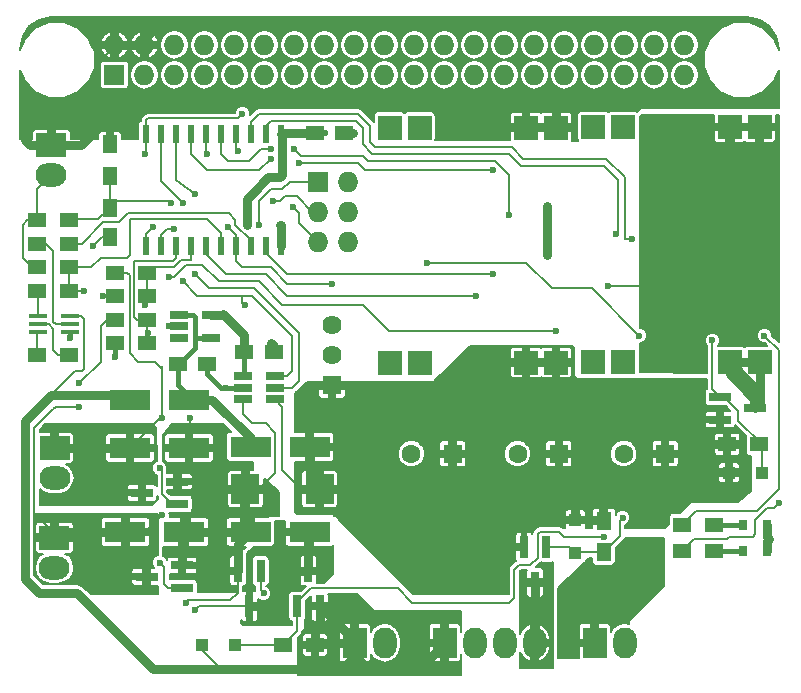
<source format=gbr>
G04 #@! TF.FileFunction,Copper,L1,Top,Signal*
%FSLAX46Y46*%
G04 Gerber Fmt 4.6, Leading zero omitted, Abs format (unit mm)*
G04 Created by KiCad (PCBNEW 4.0.7) date Wed Nov 15 23:42:34 2017*
%MOMM*%
%LPD*%
G01*
G04 APERTURE LIST*
%ADD10C,0.100000*%
%ADD11R,1.727200X1.727200*%
%ADD12O,1.727200X1.727200*%
%ADD13R,1.560000X0.650000*%
%ADD14R,3.500000X1.800000*%
%ADD15R,2.000000X2.000000*%
%ADD16R,1.900000X0.800000*%
%ADD17R,1.500000X1.250000*%
%ADD18R,1.250000X1.500000*%
%ADD19R,1.600000X1.600000*%
%ADD20C,1.600000*%
%ADD21R,1.100000X1.100000*%
%ADD22R,0.800000X0.900000*%
%ADD23R,0.600000X1.500000*%
%ADD24R,2.000000X2.600000*%
%ADD25O,2.000000X2.600000*%
%ADD26R,2.600000X2.000000*%
%ADD27O,2.600000X2.000000*%
%ADD28R,0.800000X1.900000*%
%ADD29R,1.500000X1.300000*%
%ADD30R,1.300000X1.500000*%
%ADD31R,1.620000X1.620000*%
%ADD32C,1.620000*%
%ADD33R,2.400000X2.500000*%
%ADD34R,1.500000X0.400000*%
%ADD35C,0.600000*%
%ADD36C,0.200000*%
%ADD37C,0.800000*%
%ADD38C,0.400000*%
%ADD39C,0.250000*%
G04 APERTURE END LIST*
D10*
D11*
X89600000Y-62600000D03*
D12*
X92140000Y-62600000D03*
X89600000Y-65140000D03*
X92140000Y-65140000D03*
X89600000Y-67680000D03*
X92140000Y-67680000D03*
D13*
X83250000Y-79050000D03*
X83250000Y-80000000D03*
X83250000Y-80950000D03*
X85950000Y-80950000D03*
X85950000Y-79050000D03*
X85950000Y-80000000D03*
D14*
X83900000Y-92200000D03*
X88900000Y-92200000D03*
D15*
X109750000Y-57970000D03*
X107210000Y-57970000D03*
X95670000Y-77870000D03*
X98210000Y-77870000D03*
X95670000Y-57970000D03*
X98210000Y-57970000D03*
X107210000Y-77870000D03*
X109750000Y-77870000D03*
D16*
X77700000Y-89850000D03*
X77700000Y-87950000D03*
X74700000Y-88900000D03*
D11*
X72370000Y-53520000D03*
D12*
X72370000Y-50980000D03*
X74910000Y-53520000D03*
X74910000Y-50980000D03*
X77450000Y-53520000D03*
X77450000Y-50980000D03*
X79990000Y-53520000D03*
X79990000Y-50980000D03*
X82530000Y-53520000D03*
X82530000Y-50980000D03*
X85070000Y-53520000D03*
X85070000Y-50980000D03*
X87610000Y-53520000D03*
X87610000Y-50980000D03*
X90150000Y-53520000D03*
X90150000Y-50980000D03*
X92690000Y-53520000D03*
X92690000Y-50980000D03*
X95230000Y-53520000D03*
X95230000Y-50980000D03*
X97770000Y-53520000D03*
X97770000Y-50980000D03*
X100310000Y-53520000D03*
X100310000Y-50980000D03*
X102850000Y-53520000D03*
X102850000Y-50980000D03*
X105390000Y-53520000D03*
X105390000Y-50980000D03*
X107930000Y-53520000D03*
X107930000Y-50980000D03*
X110470000Y-53520000D03*
X110470000Y-50980000D03*
X113010000Y-53520000D03*
X113010000Y-50980000D03*
X115550000Y-53520000D03*
X115550000Y-50980000D03*
X118090000Y-53520000D03*
X118090000Y-50980000D03*
X120630000Y-53520000D03*
X120630000Y-50980000D03*
D17*
X77750000Y-78000000D03*
X80250000Y-78000000D03*
X83350000Y-77000000D03*
X85850000Y-77000000D03*
D18*
X72000000Y-64750000D03*
X72000000Y-67250000D03*
D17*
X89350000Y-58400000D03*
X91850000Y-58400000D03*
D19*
X101000000Y-85600000D03*
D20*
X97500000Y-85600000D03*
D19*
X110000000Y-85600000D03*
D20*
X106500000Y-85600000D03*
D19*
X119000000Y-85600000D03*
D20*
X115500000Y-85600000D03*
D14*
X78700000Y-85090000D03*
X73700000Y-85090000D03*
X78300000Y-92200000D03*
X73300000Y-92200000D03*
D21*
X79800000Y-101800000D03*
X82600000Y-101800000D03*
D14*
X78700000Y-81000000D03*
X73700000Y-81000000D03*
D21*
X124400000Y-87200000D03*
X127200000Y-87200000D03*
D14*
X83900000Y-85000000D03*
X88900000Y-85000000D03*
D22*
X127650000Y-91600000D03*
X125550000Y-91600000D03*
X127650000Y-93800000D03*
X125550000Y-93800000D03*
D21*
X111400000Y-91200000D03*
X111400000Y-94000000D03*
D23*
X81385000Y-68000000D03*
X80115000Y-68000000D03*
X78845000Y-68000000D03*
X77575000Y-68000000D03*
X76305000Y-68000000D03*
X75035000Y-68000000D03*
X82655000Y-68000000D03*
X83925000Y-68000000D03*
X85195000Y-68000000D03*
X86465000Y-68000000D03*
X86465000Y-58500000D03*
X85195000Y-58500000D03*
X83925000Y-58500000D03*
X82655000Y-58500000D03*
X81385000Y-58500000D03*
X80115000Y-58500000D03*
X78845000Y-58500000D03*
X77575000Y-58500000D03*
X76305000Y-58500000D03*
X75035000Y-58500000D03*
D24*
X92710000Y-101600000D03*
D25*
X95250000Y-101600000D03*
D26*
X67310000Y-85090000D03*
D27*
X67310000Y-87630000D03*
D26*
X67290000Y-92700000D03*
D27*
X67290000Y-95240000D03*
D26*
X67040000Y-59460000D03*
D27*
X67040000Y-62000000D03*
D24*
X113030000Y-101600000D03*
D25*
X115570000Y-101600000D03*
D28*
X87850000Y-98500000D03*
X89750000Y-98500000D03*
X88800000Y-95500000D03*
X84750000Y-95500000D03*
X82850000Y-95500000D03*
X83800000Y-98500000D03*
D16*
X78100000Y-96950000D03*
X78100000Y-95050000D03*
X75100000Y-96000000D03*
X123650000Y-80800000D03*
X123650000Y-82700000D03*
X126650000Y-81750000D03*
D28*
X108950000Y-93500000D03*
X107050000Y-93500000D03*
X108000000Y-96500000D03*
D29*
X89350000Y-101800000D03*
X86650000Y-101800000D03*
X72450000Y-70250000D03*
X75150000Y-70250000D03*
X72450000Y-74250000D03*
X75150000Y-74250000D03*
X68550000Y-69800000D03*
X65850000Y-69800000D03*
X75150000Y-72200000D03*
X72450000Y-72200000D03*
X75150000Y-76200000D03*
X72450000Y-76200000D03*
D30*
X72000000Y-59400000D03*
X72000000Y-62100000D03*
D29*
X124250000Y-84800000D03*
X126950000Y-84800000D03*
X120450000Y-91600000D03*
X123150000Y-91600000D03*
X68550000Y-65800000D03*
X65850000Y-65800000D03*
X120450000Y-93800000D03*
X123150000Y-93800000D03*
D30*
X113800000Y-91250000D03*
X113800000Y-93950000D03*
D29*
X65850000Y-71800000D03*
X68550000Y-71800000D03*
X68550000Y-77200000D03*
X65850000Y-77200000D03*
X68550000Y-67800000D03*
X65850000Y-67800000D03*
D31*
X90800000Y-79800000D03*
D32*
X90800000Y-77260000D03*
X90800000Y-74720000D03*
D13*
X77850000Y-73850000D03*
X77850000Y-74800000D03*
X77850000Y-75750000D03*
X80550000Y-75750000D03*
X80550000Y-73850000D03*
D33*
X83450000Y-88600000D03*
X89750000Y-88600000D03*
D34*
X68580000Y-75250000D03*
X68580000Y-74600000D03*
X68580000Y-73950000D03*
X65920000Y-73950000D03*
X65920000Y-74600000D03*
X65920000Y-75250000D03*
D24*
X100330000Y-101600000D03*
D25*
X102870000Y-101600000D03*
X105410000Y-101600000D03*
X107950000Y-101600000D03*
D15*
X127000000Y-57920000D03*
X124460000Y-57920000D03*
X112920000Y-77820000D03*
X115460000Y-77820000D03*
X112920000Y-57920000D03*
X115460000Y-57920000D03*
X124460000Y-77820000D03*
X127000000Y-77820000D03*
D35*
X69800000Y-71800000D03*
X109000000Y-68800000D03*
X109000000Y-64600000D03*
X86400000Y-66200000D03*
X77000000Y-74800000D03*
X71400000Y-72200000D03*
X127800000Y-92800000D03*
X68600000Y-75800000D03*
X72400000Y-77400000D03*
X85600000Y-76200000D03*
X70600000Y-68000000D03*
X92600000Y-58400000D03*
X81800000Y-80000000D03*
X75000000Y-73000000D03*
X75200000Y-75400000D03*
X83600000Y-66200000D03*
X81600000Y-73800000D03*
X90200000Y-58400000D03*
X77200000Y-64400000D03*
X77400000Y-66600000D03*
X103000000Y-72200000D03*
X82000000Y-66400000D03*
X90800000Y-71200000D03*
X109800000Y-75200000D03*
X75600000Y-66400000D03*
X77000000Y-70600000D03*
X76400000Y-82600000D03*
X78400000Y-98200000D03*
X78800000Y-90800000D03*
X78800000Y-82600000D03*
X69400000Y-79600000D03*
X69400000Y-81600000D03*
X76400000Y-90800000D03*
X104400000Y-70400000D03*
X128600000Y-89800000D03*
X114800000Y-67000000D03*
X127400000Y-75600000D03*
X116200000Y-67400000D03*
X87500000Y-64700000D03*
X82800000Y-60000000D03*
X105800000Y-65400000D03*
X85600000Y-59800000D03*
X87600000Y-59800000D03*
X85800000Y-64200000D03*
X80250000Y-60250000D03*
X104400000Y-61600000D03*
X88000000Y-61000000D03*
X85600000Y-60600000D03*
X79200000Y-63600000D03*
X79200000Y-70400000D03*
X83400000Y-73000000D03*
X84600000Y-66200000D03*
X78200000Y-64400000D03*
X78200000Y-71000000D03*
X83200000Y-56800000D03*
X75000000Y-60250000D03*
X118400000Y-76600000D03*
X118400000Y-78000000D03*
X122000000Y-76600000D03*
X120600000Y-75000000D03*
X122000000Y-78000000D03*
X120800000Y-76600000D03*
X119600000Y-76600000D03*
X119600000Y-78000000D03*
X118200000Y-96000000D03*
X118200000Y-94800000D03*
X118200000Y-93400000D03*
X117000000Y-93400000D03*
X117000000Y-94800000D03*
X117000000Y-96000000D03*
X115600000Y-96000000D03*
X115600000Y-94800000D03*
X115600000Y-93400000D03*
X120800000Y-78000000D03*
X114200000Y-71400000D03*
X113800000Y-92600000D03*
X98800000Y-69400000D03*
X116800000Y-75600000D03*
X85000000Y-97400000D03*
X76200000Y-86800000D03*
X76200000Y-94800000D03*
X123000000Y-76000000D03*
X115400000Y-91000000D03*
X79200000Y-98800000D03*
D36*
X69800000Y-71800000D02*
X68550000Y-71800000D01*
X73650000Y-65750000D02*
X73650000Y-68750000D01*
X73650000Y-68750000D02*
X73400000Y-69000000D01*
X73400000Y-69000000D02*
X71200000Y-69000000D01*
X71200000Y-69000000D02*
X70400000Y-69800000D01*
X70400000Y-69800000D02*
X69600000Y-69800000D01*
X74000000Y-65750000D02*
X73650000Y-65750000D01*
X69600000Y-69800000D02*
X68550000Y-69800000D01*
X68550000Y-71800000D02*
X68550000Y-69800000D01*
X81385000Y-68000000D02*
X81385000Y-66885000D01*
X80250000Y-65750000D02*
X74000000Y-65750000D01*
X81385000Y-66885000D02*
X80250000Y-65750000D01*
X68600000Y-71800000D02*
X68750000Y-71800000D01*
D37*
X109000000Y-68800000D02*
X109000000Y-64600000D01*
X86465000Y-68000000D02*
X86465000Y-66265000D01*
X86465000Y-66265000D02*
X86400000Y-66200000D01*
D36*
X77850000Y-74800000D02*
X77000000Y-74800000D01*
X72450000Y-72200000D02*
X71400000Y-72200000D01*
D37*
X127650000Y-93800000D02*
X127650000Y-92950000D01*
X127650000Y-92950000D02*
X127800000Y-92800000D01*
X127650000Y-91600000D02*
X127650000Y-92650000D01*
X127650000Y-92650000D02*
X127800000Y-92800000D01*
D38*
X68580000Y-75250000D02*
X68580000Y-75780000D01*
X68580000Y-75780000D02*
X68600000Y-75800000D01*
X72450000Y-76200000D02*
X72450000Y-77350000D01*
X72450000Y-77350000D02*
X72400000Y-77400000D01*
D37*
X85850000Y-77000000D02*
X85850000Y-76450000D01*
X85850000Y-76450000D02*
X85600000Y-76200000D01*
D36*
X72000000Y-67250000D02*
X71350000Y-67250000D01*
X71350000Y-67250000D02*
X70600000Y-68000000D01*
D37*
X91850000Y-58400000D02*
X92600000Y-58400000D01*
D38*
X83250000Y-80000000D02*
X81800000Y-80000000D01*
X83250000Y-80000000D02*
X81400000Y-80000000D01*
X81400000Y-80000000D02*
X80250000Y-78850000D01*
X80250000Y-78850000D02*
X80250000Y-78000000D01*
D36*
X65850000Y-65800000D02*
X65850000Y-63190000D01*
X65850000Y-63190000D02*
X67040000Y-62000000D01*
X65850000Y-69800000D02*
X65400000Y-69800000D01*
X65400000Y-69800000D02*
X64600000Y-69000000D01*
X64600000Y-69000000D02*
X64600000Y-66200000D01*
X64600000Y-66200000D02*
X65000000Y-65800000D01*
X65000000Y-65800000D02*
X65850000Y-65800000D01*
X87610000Y-50980000D02*
X87610000Y-50390000D01*
X75000000Y-73000000D02*
X75150000Y-72850000D01*
X75150000Y-72850000D02*
X75150000Y-72800000D01*
X78845000Y-69155000D02*
X78045000Y-69155000D01*
X78045000Y-69155000D02*
X77400000Y-69800000D01*
X77400000Y-69800000D02*
X75600000Y-69800000D01*
X75600000Y-69800000D02*
X75150000Y-70250000D01*
X75150000Y-70250000D02*
X75150000Y-72800000D01*
X78845000Y-69155000D02*
X78845000Y-68000000D01*
X75200000Y-75400000D02*
X75150000Y-75450000D01*
X75150000Y-75450000D02*
X75150000Y-76200000D01*
X74050000Y-69250000D02*
X77350000Y-69250000D01*
X77350000Y-69250000D02*
X77575000Y-69025000D01*
X77575000Y-69025000D02*
X77575000Y-68000000D01*
X74050000Y-71250000D02*
X74050000Y-69250000D01*
X75150000Y-74250000D02*
X75150000Y-76400000D01*
X75150000Y-74250000D02*
X74300000Y-74250000D01*
X74050000Y-74000000D02*
X74050000Y-71250000D01*
X74300000Y-74250000D02*
X74050000Y-74000000D01*
D38*
X80550000Y-75750000D02*
X79200000Y-75750000D01*
X79200000Y-75750000D02*
X79200000Y-75800000D01*
X77850000Y-73850000D02*
X79050000Y-73850000D01*
X79050000Y-73850000D02*
X79200000Y-74000000D01*
X79200000Y-74000000D02*
X79200000Y-75800000D01*
X79200000Y-75800000D02*
X79200000Y-76600000D01*
X79200000Y-76600000D02*
X77800000Y-78000000D01*
X77800000Y-78000000D02*
X77750000Y-78000000D01*
D36*
X77750000Y-78000000D02*
X77750000Y-77850000D01*
D38*
X78700000Y-81000000D02*
X78700000Y-80700000D01*
X78700000Y-80700000D02*
X77750000Y-79750000D01*
X77750000Y-79750000D02*
X77750000Y-78000000D01*
D37*
X83900000Y-85000000D02*
X83900000Y-84300000D01*
X83900000Y-84300000D02*
X80600000Y-81000000D01*
X80600000Y-81000000D02*
X78700000Y-81000000D01*
X83900000Y-85000000D02*
X83900000Y-84900000D01*
D38*
X83900000Y-84400000D02*
X83400000Y-84400000D01*
D37*
X83600000Y-66200000D02*
X83600000Y-64000000D01*
X86600000Y-62000000D02*
X86600000Y-59400000D01*
X86400000Y-62200000D02*
X86600000Y-62000000D01*
X85400000Y-62200000D02*
X86400000Y-62200000D01*
X84000000Y-63600000D02*
X85400000Y-62200000D01*
X86600000Y-58635000D02*
X86600000Y-59400000D01*
X83600000Y-64000000D02*
X84000000Y-63600000D01*
X83350000Y-77000000D02*
X83350000Y-75550000D01*
X83350000Y-75550000D02*
X81600000Y-73800000D01*
X80550000Y-73850000D02*
X81550000Y-73850000D01*
X81550000Y-73850000D02*
X81600000Y-73800000D01*
X89350000Y-58400000D02*
X86565000Y-58400000D01*
X86565000Y-58400000D02*
X86465000Y-58500000D01*
X86600000Y-58635000D02*
X86465000Y-58500000D01*
D38*
X86465000Y-58500000D02*
X89250000Y-58500000D01*
X89250000Y-58500000D02*
X89350000Y-58400000D01*
X90200000Y-58400000D02*
X89350000Y-58400000D01*
X83350000Y-77000000D02*
X83350000Y-78950000D01*
X83350000Y-78950000D02*
X83250000Y-79050000D01*
D36*
X83250000Y-77100000D02*
X83350000Y-77000000D01*
X88000000Y-58500000D02*
X89250000Y-58500000D01*
X89250000Y-58500000D02*
X89350000Y-58400000D01*
X89350000Y-58400000D02*
X89600000Y-58400000D01*
X86465000Y-58500000D02*
X88000000Y-58500000D01*
X88000000Y-58500000D02*
X89250000Y-58500000D01*
X89250000Y-58500000D02*
X89350000Y-58400000D01*
X77200000Y-64400000D02*
X77000000Y-64200000D01*
X77000000Y-64200000D02*
X72000000Y-64200000D01*
X76305000Y-68000000D02*
X76305000Y-67095000D01*
X76305000Y-67095000D02*
X76800000Y-66600000D01*
X76800000Y-66600000D02*
X77400000Y-66600000D01*
X72000000Y-64000000D02*
X72000000Y-64200000D01*
X72000000Y-64200000D02*
X72000000Y-64250000D01*
X72000000Y-64250000D02*
X72000000Y-64750000D01*
X71000000Y-65750000D02*
X68600000Y-65750000D01*
X72000000Y-64750000D02*
X71000000Y-65750000D01*
X72000000Y-64000000D02*
X72000000Y-62100000D01*
X94400000Y-72200000D02*
X103000000Y-72200000D01*
X84600000Y-70400000D02*
X85200000Y-70400000D01*
X85200000Y-70400000D02*
X87000000Y-72200000D01*
X87000000Y-72200000D02*
X94400000Y-72200000D01*
X80115000Y-68000000D02*
X80115000Y-68715000D01*
X80115000Y-68715000D02*
X81800000Y-70400000D01*
X81800000Y-70400000D02*
X84600000Y-70400000D01*
X87000000Y-71200000D02*
X90800000Y-71200000D01*
X82655000Y-68000000D02*
X82655000Y-67055000D01*
X82655000Y-67055000D02*
X82000000Y-66400000D01*
X83200000Y-69800000D02*
X85600000Y-69800000D01*
X85600000Y-69800000D02*
X87000000Y-71200000D01*
X82655000Y-68000000D02*
X82655000Y-69255000D01*
X82655000Y-69255000D02*
X83200000Y-69800000D01*
X82655000Y-68000000D02*
X82655000Y-68255000D01*
X95600000Y-75200000D02*
X109800000Y-75200000D01*
X75035000Y-68000000D02*
X75035000Y-66965000D01*
X75035000Y-66965000D02*
X75600000Y-66400000D01*
X81200000Y-71000000D02*
X84600000Y-71000000D01*
X84600000Y-71000000D02*
X86600000Y-73000000D01*
X86600000Y-73000000D02*
X93400000Y-73000000D01*
X93400000Y-73000000D02*
X95600000Y-75200000D01*
X78400000Y-69600000D02*
X79800000Y-69600000D01*
X79800000Y-69600000D02*
X81200000Y-71000000D01*
X77000000Y-70600000D02*
X77400000Y-70600000D01*
X77400000Y-70600000D02*
X78400000Y-69600000D01*
X89750000Y-88600000D02*
X88200000Y-88600000D01*
X86600000Y-81600000D02*
X85950000Y-80950000D01*
X86600000Y-87000000D02*
X86600000Y-81600000D01*
X88200000Y-88600000D02*
X86600000Y-87000000D01*
D37*
X88900000Y-85000000D02*
X88900000Y-87750000D01*
X88900000Y-87750000D02*
X89750000Y-88600000D01*
D36*
X113800000Y-91250000D02*
X113800000Y-89400000D01*
X111400000Y-91200000D02*
X111400000Y-89400000D01*
D38*
X90800000Y-79800000D02*
X90800000Y-83100000D01*
D36*
X89650000Y-88250000D02*
X88850000Y-88250000D01*
X89650000Y-88250000D02*
X89050000Y-88250000D01*
D38*
X88750000Y-88250000D02*
X89650000Y-88250000D01*
D36*
X73649998Y-74200000D02*
X73649998Y-77049998D01*
X73649998Y-77049998D02*
X74400000Y-77800000D01*
X74400000Y-77800000D02*
X75800000Y-77800000D01*
X75800000Y-77800000D02*
X76400000Y-78400000D01*
X76400000Y-81600000D02*
X76400000Y-78400000D01*
X76400000Y-78400000D02*
X76400000Y-78200000D01*
X73649998Y-74249998D02*
X73649998Y-74200000D01*
X73649998Y-74200000D02*
X73649998Y-70449998D01*
X76400000Y-82600000D02*
X76400000Y-81600000D01*
X73649998Y-70449998D02*
X73450000Y-70250000D01*
X73450000Y-70250000D02*
X72450000Y-70250000D01*
X76400000Y-82600000D02*
X76190000Y-82600000D01*
X76190000Y-82600000D02*
X73700000Y-85090000D01*
X73700000Y-85700000D02*
X73700000Y-85090000D01*
D37*
X67310000Y-85090000D02*
X73700000Y-85090000D01*
X78300000Y-92200000D02*
X83900000Y-92200000D01*
X78100000Y-95050000D02*
X78100000Y-92400000D01*
X78100000Y-92400000D02*
X78300000Y-92200000D01*
X82850000Y-95500000D02*
X82850000Y-93250000D01*
X82850000Y-93250000D02*
X83900000Y-92200000D01*
D36*
X86000000Y-87200000D02*
X86000000Y-83800000D01*
X86000000Y-83800000D02*
X85200000Y-83000000D01*
X85200000Y-83000000D02*
X84000000Y-83000000D01*
X84000000Y-83000000D02*
X83250000Y-82250000D01*
X83250000Y-82250000D02*
X83250000Y-80950000D01*
X83450000Y-88600000D02*
X84600000Y-88600000D01*
X84600000Y-88600000D02*
X86000000Y-87200000D01*
X78400000Y-98200000D02*
X78600000Y-98000000D01*
X78600000Y-98000000D02*
X82200000Y-98000000D01*
X82200000Y-98000000D02*
X82850000Y-97350000D01*
X82850000Y-97350000D02*
X82850000Y-95500000D01*
X78800000Y-90800000D02*
X78800000Y-91700000D01*
X78800000Y-91700000D02*
X78300000Y-92200000D01*
X78800000Y-82600000D02*
X78800000Y-84990000D01*
X78800000Y-84990000D02*
X78700000Y-85090000D01*
X83350000Y-88250000D02*
X83550000Y-88250000D01*
X83350000Y-88250000D02*
X84350000Y-88250000D01*
D10*
X83350000Y-88250000D02*
X84150000Y-88250000D01*
D37*
X83100000Y-88000000D02*
X83350000Y-88250000D01*
X83350000Y-88250000D02*
X83350000Y-91450000D01*
X83350000Y-91450000D02*
X83900000Y-92000000D01*
X83775000Y-92125000D02*
X83900000Y-92000000D01*
X79000000Y-92000000D02*
X78875000Y-92125000D01*
D36*
X83350000Y-87600000D02*
X83350000Y-88250000D01*
D10*
X83350000Y-87600000D02*
X83350000Y-88250000D01*
D36*
X82950000Y-87850000D02*
X83350000Y-88250000D01*
D37*
X83100000Y-88000000D02*
X83350000Y-88250000D01*
X83375000Y-88275000D02*
X83350000Y-88250000D01*
X78875000Y-92125000D02*
X79375000Y-92125000D01*
X78875000Y-92125000D02*
X78875000Y-91875000D01*
D36*
X65600000Y-83400000D02*
X67200000Y-81800000D01*
X67200000Y-81800000D02*
X67400000Y-81600000D01*
X67400000Y-81600000D02*
X69400000Y-81600000D01*
X69400000Y-79600000D02*
X71200000Y-77800000D01*
X71200000Y-77800000D02*
X71200000Y-74800000D01*
X71200000Y-74800000D02*
X71750000Y-74250000D01*
X71750000Y-74250000D02*
X72450000Y-74250000D01*
X72650000Y-74250000D02*
X72450000Y-74250000D01*
X67290000Y-92700000D02*
X67290000Y-92290000D01*
X67290000Y-92290000D02*
X65600000Y-90600000D01*
X65600000Y-90600000D02*
X65600000Y-83400000D01*
X76400000Y-90800000D02*
X75000000Y-92200000D01*
X75000000Y-92200000D02*
X73300000Y-92200000D01*
D37*
X67290000Y-92700000D02*
X67290000Y-92310000D01*
X67290000Y-92310000D02*
X67400000Y-92200000D01*
X67400000Y-92200000D02*
X73300000Y-92200000D01*
D36*
X68600000Y-79000000D02*
X68800000Y-78800000D01*
X68800000Y-78800000D02*
X69000000Y-78600000D01*
X69000000Y-78600000D02*
X69600000Y-78600000D01*
X69600000Y-78600000D02*
X69800000Y-78400000D01*
X68600000Y-79000000D02*
X67000000Y-80600000D01*
D37*
X64800000Y-82800000D02*
X67000000Y-80600000D01*
X67000000Y-80600000D02*
X73300000Y-80600000D01*
X73300000Y-80600000D02*
X73700000Y-81000000D01*
D36*
X68580000Y-73950000D02*
X69550000Y-73950000D01*
X69550000Y-73950000D02*
X69800000Y-74200000D01*
X69800000Y-74200000D02*
X69800000Y-78400000D01*
D37*
X92710000Y-101600000D02*
X92710000Y-101460000D01*
X92710000Y-101460000D02*
X89750000Y-98500000D01*
X92710000Y-101600000D02*
X89550000Y-101600000D01*
X89550000Y-101600000D02*
X89350000Y-101800000D01*
X89350000Y-101800000D02*
X89350000Y-100650000D01*
X89350000Y-100650000D02*
X89750000Y-100250000D01*
X89750000Y-100250000D02*
X89750000Y-98500000D01*
D36*
X89350000Y-101800000D02*
X92510000Y-101800000D01*
X92510000Y-101800000D02*
X92710000Y-101600000D01*
X79800000Y-101800000D02*
X79800000Y-102200000D01*
X79800000Y-102200000D02*
X81400000Y-103800000D01*
D37*
X92710000Y-101600000D02*
X92710000Y-102690000D01*
X92710000Y-102690000D02*
X91600000Y-103800000D01*
X91600000Y-103800000D02*
X81400000Y-103800000D01*
X81400000Y-103800000D02*
X75600000Y-103800000D01*
X75600000Y-103800000D02*
X69200000Y-97400000D01*
X69200000Y-97400000D02*
X66000000Y-97400000D01*
X66000000Y-97400000D02*
X64800000Y-96200000D01*
X64800000Y-96200000D02*
X64800000Y-82800000D01*
X92710000Y-101600000D02*
X92710000Y-102710000D01*
X92710000Y-102710000D02*
X93800000Y-103800000D01*
X98130000Y-103800000D02*
X100330000Y-101600000D01*
X93800000Y-103800000D02*
X98130000Y-103800000D01*
X100330000Y-101330000D02*
X100330000Y-101600000D01*
D38*
X92710000Y-102690000D02*
X92710000Y-101600000D01*
X93250000Y-101750000D02*
X92000000Y-101750000D01*
X123150000Y-91600000D02*
X125550000Y-91600000D01*
X123350000Y-93800000D02*
X125550000Y-93800000D01*
D36*
X83925000Y-68000000D02*
X83925000Y-67525000D01*
X83925000Y-67525000D02*
X82600000Y-66200000D01*
X82600000Y-66200000D02*
X82600000Y-65800000D01*
X82600000Y-65800000D02*
X82050000Y-65250000D01*
X72775000Y-65975000D02*
X71425000Y-65975000D01*
X71425000Y-65975000D02*
X69600000Y-67800000D01*
X69600000Y-67800000D02*
X68550000Y-67800000D01*
X68600000Y-67750000D02*
X68550000Y-67800000D01*
X72750000Y-66000000D02*
X72775000Y-65975000D01*
X72775000Y-65975000D02*
X73500000Y-65250000D01*
X73500000Y-65250000D02*
X82050000Y-65250000D01*
X95200000Y-70400000D02*
X104400000Y-70400000D01*
X85800000Y-69200000D02*
X87000000Y-70400000D01*
X87000000Y-70400000D02*
X95200000Y-70400000D01*
X85195000Y-68000000D02*
X85195000Y-68595000D01*
X85195000Y-68595000D02*
X85800000Y-69200000D01*
X93400000Y-58000000D02*
X93400000Y-59400000D01*
X126600000Y-92400000D02*
X126400000Y-92600000D01*
X126400000Y-92600000D02*
X124400000Y-92600000D01*
X124400000Y-92600000D02*
X124200000Y-92800000D01*
X124200000Y-92800000D02*
X121450000Y-92800000D01*
X120450000Y-93800000D02*
X121450000Y-92800000D01*
X128600000Y-89800000D02*
X128200000Y-90200000D01*
X128200000Y-90200000D02*
X127600000Y-90200000D01*
X127600000Y-90200000D02*
X126600000Y-91200000D01*
X126600000Y-91200000D02*
X126600000Y-92400000D01*
X115000000Y-67000000D02*
X114800000Y-67000000D01*
X106800000Y-61200000D02*
X113800000Y-61200000D01*
X113800000Y-61200000D02*
X115000000Y-62400000D01*
X115000000Y-62400000D02*
X115000000Y-67000000D01*
X85600000Y-57400000D02*
X92800000Y-57400000D01*
X85600000Y-57400000D02*
X85195000Y-57805000D01*
X92800000Y-57400000D02*
X93400000Y-58000000D01*
X105800000Y-60200000D02*
X106800000Y-61200000D01*
X94200000Y-60200000D02*
X105800000Y-60200000D01*
X93400000Y-59400000D02*
X94200000Y-60200000D01*
X85195000Y-58500000D02*
X85195000Y-57805000D01*
X103400000Y-59600000D02*
X106000000Y-59600000D01*
X115600000Y-62200000D02*
X115600000Y-67400000D01*
X114000000Y-60600000D02*
X115600000Y-62200000D01*
X107000000Y-60600000D02*
X114000000Y-60600000D01*
X120450000Y-91600000D02*
X121650000Y-90400000D01*
X126800000Y-90400000D02*
X121650000Y-90400000D01*
X128600000Y-88600000D02*
X126800000Y-90400000D01*
X128600000Y-76800000D02*
X128600000Y-88600000D01*
X127400000Y-75600000D02*
X128600000Y-76800000D01*
X115600000Y-67400000D02*
X116200000Y-67400000D01*
X94000000Y-59200000D02*
X94400000Y-59600000D01*
X94400000Y-59600000D02*
X103400000Y-59600000D01*
X83925000Y-57475000D02*
X84600000Y-56800000D01*
X84600000Y-56800000D02*
X93000000Y-56800000D01*
X93000000Y-56800000D02*
X94000000Y-57800000D01*
X83925000Y-57475002D02*
X83925000Y-58500000D01*
X83925000Y-57475002D02*
X83925000Y-57475000D01*
X94000000Y-57800000D02*
X94000000Y-59200000D01*
X106000000Y-59600000D02*
X107000000Y-60600000D01*
X87500000Y-64700000D02*
X88000000Y-65200000D01*
X88000000Y-65200000D02*
X88000000Y-66080000D01*
X88000000Y-66080000D02*
X89600000Y-67680000D01*
X82655000Y-58500000D02*
X82655000Y-59855000D01*
X82655000Y-59855000D02*
X82800000Y-60000000D01*
X104000000Y-60800000D02*
X93800000Y-60800000D01*
X93200000Y-60400000D02*
X88200000Y-60400000D01*
X105800000Y-65400000D02*
X105800000Y-62000000D01*
X88200000Y-60400000D02*
X87600000Y-59800000D01*
X104600000Y-60800000D02*
X104000000Y-60800000D01*
X105800000Y-62000000D02*
X104600000Y-60800000D01*
X83800000Y-60800000D02*
X82000000Y-60800000D01*
X83800000Y-60800000D02*
X84800000Y-59800000D01*
X84800000Y-59800000D02*
X85600000Y-59800000D01*
X81385000Y-60185000D02*
X81385000Y-58500000D01*
X81385000Y-60185000D02*
X82000000Y-60800000D01*
X93400000Y-60400000D02*
X93200000Y-60400000D01*
X93800000Y-60800000D02*
X93400000Y-60400000D01*
X85800000Y-64200000D02*
X86400000Y-64200000D01*
X86400000Y-64200000D02*
X86800000Y-63800000D01*
X86800000Y-63800000D02*
X87800000Y-63800000D01*
X87800000Y-63800000D02*
X89140000Y-65140000D01*
X89140000Y-65140000D02*
X89600000Y-65140000D01*
X89140000Y-65140000D02*
X89600000Y-65140000D01*
X80115000Y-60115000D02*
X80115000Y-58500000D01*
X80250000Y-60250000D02*
X80115000Y-60115000D01*
D39*
X77450000Y-53520000D02*
X77450000Y-53950000D01*
D36*
X93000000Y-61000000D02*
X93600000Y-61600000D01*
X93000000Y-61000000D02*
X88000000Y-61000000D01*
X80200000Y-61600000D02*
X84600000Y-61600000D01*
X84600000Y-61600000D02*
X85600000Y-60600000D01*
X78845000Y-60245000D02*
X78845000Y-60000000D01*
X78845000Y-60245000D02*
X80200000Y-61600000D01*
X93600000Y-61600000D02*
X104400000Y-61600000D01*
X78845000Y-60000000D02*
X78845000Y-60045000D01*
X78845000Y-58500000D02*
X78845000Y-60000000D01*
X78845000Y-60000000D02*
X78845000Y-60045000D01*
X79200000Y-63600000D02*
X77600000Y-62400000D01*
X77600000Y-62400000D02*
X77575000Y-61575000D01*
X84200000Y-71600000D02*
X88000000Y-75400000D01*
X80200000Y-71400000D02*
X80400000Y-71600000D01*
X80400000Y-71600000D02*
X84200000Y-71600000D01*
X79200000Y-70400000D02*
X80200000Y-71400000D01*
X88000000Y-75400000D02*
X88000000Y-79400000D01*
X88000000Y-79400000D02*
X87400000Y-80000000D01*
X87400000Y-80000000D02*
X85950000Y-80000000D01*
X77575000Y-58500000D02*
X77575000Y-61575000D01*
X77750000Y-58675000D02*
X77575000Y-58500000D01*
X83400000Y-73000000D02*
X83200000Y-72800000D01*
X83200000Y-72800000D02*
X83200000Y-72200000D01*
X84600000Y-64200000D02*
X85600000Y-63200000D01*
X85600000Y-63200000D02*
X86600000Y-63200000D01*
X86600000Y-63200000D02*
X87200000Y-62600000D01*
X87200000Y-62600000D02*
X89600000Y-62600000D01*
X84600000Y-66200000D02*
X84600000Y-64200000D01*
X76305000Y-62505000D02*
X76305000Y-58500000D01*
X78200000Y-64400000D02*
X76305000Y-62505000D01*
X78200000Y-71000000D02*
X79400000Y-72200000D01*
X79400000Y-72200000D02*
X83200000Y-72200000D01*
X83200000Y-72200000D02*
X84000000Y-72200000D01*
X84000000Y-72200000D02*
X84800000Y-73000000D01*
X84800000Y-73000000D02*
X87400000Y-75600000D01*
X87400000Y-75600000D02*
X87400000Y-78600000D01*
X87400000Y-78600000D02*
X86950000Y-79050000D01*
X86950000Y-79050000D02*
X85950000Y-79050000D01*
X78400000Y-71200000D02*
X78200000Y-71000000D01*
X76305000Y-58500000D02*
X76305000Y-57895000D01*
X76250000Y-58555000D02*
X76305000Y-58500000D01*
X75035000Y-58500000D02*
X75035000Y-57365000D01*
X75035000Y-57365000D02*
X75200000Y-57200000D01*
X75200000Y-57200000D02*
X82800000Y-57200000D01*
X82800000Y-57200000D02*
X83200000Y-56800000D01*
X75035000Y-60215000D02*
X75035000Y-58500000D01*
X75000000Y-60250000D02*
X75035000Y-60215000D01*
D37*
X67040000Y-59460000D02*
X65260000Y-59460000D01*
X64800000Y-59000000D02*
X64800000Y-58200000D01*
X65260000Y-59460000D02*
X64800000Y-59000000D01*
D38*
X121400000Y-55400000D02*
X121400000Y-55000000D01*
X121400000Y-55000000D02*
X122000000Y-54400000D01*
X122000000Y-54400000D02*
X122000000Y-49200000D01*
X122000000Y-49200000D02*
X122200000Y-49000000D01*
D36*
X107210000Y-57970000D02*
X109750000Y-57970000D01*
D37*
X109750000Y-57970000D02*
X109750000Y-56250000D01*
X109750000Y-56250000D02*
X110600000Y-55400000D01*
X110600000Y-55400000D02*
X121400000Y-55400000D01*
X121400000Y-55400000D02*
X122400000Y-55400000D01*
X74910000Y-50980000D02*
X74910000Y-50490000D01*
X74910000Y-50490000D02*
X76400000Y-49000000D01*
X76400000Y-49000000D02*
X122200000Y-49000000D01*
X72370000Y-50980000D02*
X74910000Y-50980000D01*
X83500000Y-55500000D02*
X109100000Y-55500000D01*
X109100000Y-55500000D02*
X109750000Y-56150000D01*
X109750000Y-56150000D02*
X109750000Y-57970000D01*
D36*
X72000000Y-59400000D02*
X72000000Y-58250000D01*
X72000000Y-58250000D02*
X71375000Y-57625000D01*
D37*
X70750000Y-58250000D02*
X71375000Y-57625000D01*
X71375000Y-57625000D02*
X73250000Y-55750000D01*
X73500000Y-55500000D02*
X83500000Y-55500000D01*
X73250000Y-55750000D02*
X73500000Y-55500000D01*
D36*
X71000000Y-56000000D02*
X71000000Y-58000000D01*
X71000000Y-52500000D02*
X71000000Y-56000000D01*
X72370000Y-51130000D02*
X71000000Y-52500000D01*
X71000000Y-58000000D02*
X70750000Y-58250000D01*
X72370000Y-50980000D02*
X72370000Y-51130000D01*
D37*
X67040000Y-59460000D02*
X69540000Y-59460000D01*
X69540000Y-59460000D02*
X70750000Y-58250000D01*
D36*
X118400000Y-78000000D02*
X118400000Y-76600000D01*
X120800000Y-76600000D02*
X120600000Y-75800000D01*
X120600000Y-75800000D02*
X120600000Y-75000000D01*
X120800000Y-78000000D02*
X122000000Y-78000000D01*
X120800000Y-76600000D02*
X119600000Y-76600000D01*
X119600000Y-78000000D02*
X117800000Y-78000000D01*
X113030000Y-101600000D02*
X113030000Y-98570000D01*
X113030000Y-98570000D02*
X115600000Y-96000000D01*
X118200000Y-96000000D02*
X118200000Y-94800000D01*
X118200000Y-93400000D02*
X117000000Y-93400000D01*
X117000000Y-94800000D02*
X117000000Y-96000000D01*
X115600000Y-96000000D02*
X115600000Y-94800000D01*
D37*
X124460000Y-57920000D02*
X124460000Y-71340000D01*
X124460000Y-71340000D02*
X120600000Y-75800000D01*
X120600000Y-75800000D02*
X120800000Y-78000000D01*
D36*
X114200000Y-71400000D02*
X117600000Y-71400000D01*
D37*
X126650000Y-81750000D02*
X126650000Y-81050000D01*
X126650000Y-81050000D02*
X124460000Y-78860000D01*
X124460000Y-78860000D02*
X124460000Y-77820000D01*
X126650000Y-81750000D02*
X126650000Y-80010000D01*
X126650000Y-80010000D02*
X124460000Y-77820000D01*
X127000000Y-77820000D02*
X127000000Y-81400000D01*
X127000000Y-81400000D02*
X126650000Y-81750000D01*
X124460000Y-77820000D02*
X127000000Y-77820000D01*
X126400000Y-81500000D02*
X126650000Y-81750000D01*
X107950000Y-101600000D02*
X107950000Y-96550000D01*
X107950000Y-96550000D02*
X108000000Y-96500000D01*
D36*
X107200000Y-69400000D02*
X98800000Y-69400000D01*
X109400000Y-71600000D02*
X107200000Y-69400000D01*
X112800000Y-71600000D02*
X109400000Y-71600000D01*
X116800000Y-75600000D02*
X112800000Y-71600000D01*
X113400000Y-92600000D02*
X113800000Y-92600000D01*
X105800000Y-98200000D02*
X106200000Y-97800000D01*
X97600000Y-98200000D02*
X105800000Y-98200000D01*
X96400000Y-97000000D02*
X97600000Y-98200000D01*
X89000000Y-97000000D02*
X96400000Y-97000000D01*
X87850000Y-98150000D02*
X89000000Y-97000000D01*
X113400000Y-92600000D02*
X113800000Y-92600000D01*
X110400000Y-92600000D02*
X113400000Y-92600000D01*
X110200000Y-92400000D02*
X110400000Y-92600000D01*
X110000000Y-92200000D02*
X110200000Y-92400000D01*
X108400000Y-92200000D02*
X110000000Y-92200000D01*
X108200000Y-92400000D02*
X108400000Y-92200000D01*
X108200000Y-94400000D02*
X108200000Y-92400000D01*
X107600000Y-95000000D02*
X108200000Y-94400000D01*
X106600000Y-95000000D02*
X107600000Y-95000000D01*
X106200000Y-95400000D02*
X106600000Y-95000000D01*
X106200000Y-97800000D02*
X106200000Y-95400000D01*
X87850000Y-98500000D02*
X87850000Y-98150000D01*
X82600000Y-101800000D02*
X86650000Y-101800000D01*
X86650000Y-101800000D02*
X87850000Y-100600000D01*
X87850000Y-100600000D02*
X87850000Y-98500000D01*
X85000000Y-97400000D02*
X84750000Y-97150000D01*
X84750000Y-97150000D02*
X84750000Y-95500000D01*
X84750000Y-95500000D02*
X84750000Y-95450000D01*
X77700000Y-89850000D02*
X77250000Y-89850000D01*
X77250000Y-89850000D02*
X76400000Y-89000000D01*
X76400000Y-89000000D02*
X76400000Y-87000000D01*
X76400000Y-87000000D02*
X76200000Y-86800000D01*
X77700000Y-89850000D02*
X77050000Y-89850000D01*
X78100000Y-96950000D02*
X76950000Y-96950000D01*
X76950000Y-96950000D02*
X76600000Y-96600000D01*
X76600000Y-96600000D02*
X76600000Y-95200000D01*
X76600000Y-95200000D02*
X76200000Y-94800000D01*
X123000000Y-79400000D02*
X123000000Y-80150000D01*
X123000000Y-80150000D02*
X123650000Y-80800000D01*
X123650000Y-80800000D02*
X123650000Y-80650000D01*
X123000000Y-79400000D02*
X123000000Y-76000000D01*
X123650000Y-80800000D02*
X124000000Y-80800000D01*
X124000000Y-80800000D02*
X125200000Y-82000000D01*
X125200000Y-82000000D02*
X125200000Y-82800000D01*
X125200000Y-82800000D02*
X127200000Y-84800000D01*
X127200000Y-84800000D02*
X127200000Y-87200000D01*
D39*
X123650000Y-80800000D02*
X124200000Y-80800000D01*
D36*
X115175000Y-91225000D02*
X115400000Y-91000000D01*
X115175000Y-91225000D02*
X115175000Y-92575000D01*
X115200000Y-92550000D02*
X115175000Y-92575000D01*
X115175000Y-92575000D02*
X113800000Y-93950000D01*
X108950000Y-93500000D02*
X110900000Y-93500000D01*
X110900000Y-93500000D02*
X111400000Y-94000000D01*
X113800000Y-93950000D02*
X111450000Y-93950000D01*
X111450000Y-93950000D02*
X111400000Y-94000000D01*
X83800000Y-98500000D02*
X79500000Y-98500000D01*
X79500000Y-98500000D02*
X79200000Y-98800000D01*
X83800000Y-98500000D02*
X83500000Y-98500000D01*
D37*
X88800000Y-95500000D02*
X88800000Y-92300000D01*
X88800000Y-92300000D02*
X88900000Y-92200000D01*
X88800000Y-95500000D02*
X86900000Y-95500000D01*
X86900000Y-95500000D02*
X86200000Y-96200000D01*
X86200000Y-96200000D02*
X86200000Y-98000000D01*
X86200000Y-98000000D02*
X85700000Y-98500000D01*
X85700000Y-98500000D02*
X83800000Y-98500000D01*
D36*
X65920000Y-73950000D02*
X65920000Y-71870000D01*
X65920000Y-71870000D02*
X65850000Y-71800000D01*
X65920000Y-71820000D02*
X65900000Y-71800000D01*
X68550000Y-77200000D02*
X67600000Y-77200000D01*
X67600000Y-77200000D02*
X67200000Y-76800000D01*
X67200000Y-76800000D02*
X67200000Y-75000000D01*
X67200000Y-75000000D02*
X66800000Y-74600000D01*
X66800000Y-74600000D02*
X65920000Y-74600000D01*
X65850000Y-77200000D02*
X65850000Y-75320000D01*
X65850000Y-75320000D02*
X65920000Y-75250000D01*
X67200000Y-70400000D02*
X67200000Y-68400000D01*
X67200000Y-74400000D02*
X67200000Y-70400000D01*
X68580000Y-74600000D02*
X67400000Y-74600000D01*
X67400000Y-74600000D02*
X67200000Y-74400000D01*
X67200000Y-68400000D02*
X66600000Y-67800000D01*
X66600000Y-67800000D02*
X65850000Y-67800000D01*
G36*
X75901371Y-83442793D02*
X75992690Y-86182358D01*
X75832286Y-86248636D01*
X75649278Y-86431324D01*
X75550113Y-86670140D01*
X75549888Y-86928726D01*
X75648636Y-87167714D01*
X75831324Y-87350722D01*
X75950000Y-87400001D01*
X75950000Y-88309672D01*
X75946715Y-88301741D01*
X75848259Y-88203284D01*
X75719619Y-88150000D01*
X75062500Y-88150000D01*
X74975000Y-88237500D01*
X74975000Y-88700000D01*
X74995000Y-88700000D01*
X74995000Y-89100000D01*
X74975000Y-89100000D01*
X74975000Y-89562500D01*
X75062500Y-89650000D01*
X75719619Y-89650000D01*
X75848259Y-89596716D01*
X75946715Y-89498259D01*
X76000000Y-89369620D01*
X76000000Y-89195773D01*
X76050000Y-89270603D01*
X76050000Y-89408578D01*
X75558578Y-89900000D01*
X66050000Y-89900000D01*
X66050000Y-89187500D01*
X73400000Y-89187500D01*
X73400000Y-89369620D01*
X73453285Y-89498259D01*
X73551741Y-89596716D01*
X73680381Y-89650000D01*
X74337500Y-89650000D01*
X74425000Y-89562500D01*
X74425000Y-89100000D01*
X73487500Y-89100000D01*
X73400000Y-89187500D01*
X66050000Y-89187500D01*
X66050000Y-88602581D01*
X66461052Y-88877237D01*
X66977675Y-88980000D01*
X67642325Y-88980000D01*
X68158948Y-88877237D01*
X68596919Y-88584594D01*
X68699961Y-88430380D01*
X73400000Y-88430380D01*
X73400000Y-88612500D01*
X73487500Y-88700000D01*
X74425000Y-88700000D01*
X74425000Y-88237500D01*
X74337500Y-88150000D01*
X73680381Y-88150000D01*
X73551741Y-88203284D01*
X73453285Y-88301741D01*
X73400000Y-88430380D01*
X68699961Y-88430380D01*
X68889562Y-88146623D01*
X68992325Y-87630000D01*
X68889562Y-87113377D01*
X68596919Y-86675406D01*
X68244609Y-86440000D01*
X68679620Y-86440000D01*
X68808259Y-86386715D01*
X68906716Y-86288259D01*
X68960000Y-86159619D01*
X68960000Y-85452500D01*
X71600000Y-85452500D01*
X71600000Y-86059620D01*
X71653285Y-86188259D01*
X71751741Y-86286716D01*
X71880381Y-86340000D01*
X73337500Y-86340000D01*
X73425000Y-86252500D01*
X73425000Y-85365000D01*
X73975000Y-85365000D01*
X73975000Y-86252500D01*
X74062500Y-86340000D01*
X75519619Y-86340000D01*
X75648259Y-86286716D01*
X75746715Y-86188259D01*
X75800000Y-86059620D01*
X75800000Y-85452500D01*
X75712500Y-85365000D01*
X73975000Y-85365000D01*
X73425000Y-85365000D01*
X71687500Y-85365000D01*
X71600000Y-85452500D01*
X68960000Y-85452500D01*
X68872500Y-85365000D01*
X67585000Y-85365000D01*
X67585000Y-85385000D01*
X67035000Y-85385000D01*
X67035000Y-85365000D01*
X67015000Y-85365000D01*
X67015000Y-84815000D01*
X67035000Y-84815000D01*
X67035000Y-83827500D01*
X67585000Y-83827500D01*
X67585000Y-84815000D01*
X68872500Y-84815000D01*
X68960000Y-84727500D01*
X68960000Y-84120380D01*
X71600000Y-84120380D01*
X71600000Y-84727500D01*
X71687500Y-84815000D01*
X73425000Y-84815000D01*
X73425000Y-83927500D01*
X73975000Y-83927500D01*
X73975000Y-84815000D01*
X75712500Y-84815000D01*
X75800000Y-84727500D01*
X75800000Y-84120380D01*
X75746715Y-83991741D01*
X75648259Y-83893284D01*
X75519619Y-83840000D01*
X74062500Y-83840000D01*
X73975000Y-83927500D01*
X73425000Y-83927500D01*
X73337500Y-83840000D01*
X71880381Y-83840000D01*
X71751741Y-83893284D01*
X71653285Y-83991741D01*
X71600000Y-84120380D01*
X68960000Y-84120380D01*
X68960000Y-84020381D01*
X68906716Y-83891741D01*
X68808259Y-83793285D01*
X68679620Y-83740000D01*
X67672500Y-83740000D01*
X67585000Y-83827500D01*
X67035000Y-83827500D01*
X66947500Y-83740000D01*
X66050000Y-83740000D01*
X66050000Y-83586396D01*
X66536396Y-83100000D01*
X75558578Y-83100000D01*
X75901371Y-83442793D01*
X75901371Y-83442793D01*
G37*
X75901371Y-83442793D02*
X75992690Y-86182358D01*
X75832286Y-86248636D01*
X75649278Y-86431324D01*
X75550113Y-86670140D01*
X75549888Y-86928726D01*
X75648636Y-87167714D01*
X75831324Y-87350722D01*
X75950000Y-87400001D01*
X75950000Y-88309672D01*
X75946715Y-88301741D01*
X75848259Y-88203284D01*
X75719619Y-88150000D01*
X75062500Y-88150000D01*
X74975000Y-88237500D01*
X74975000Y-88700000D01*
X74995000Y-88700000D01*
X74995000Y-89100000D01*
X74975000Y-89100000D01*
X74975000Y-89562500D01*
X75062500Y-89650000D01*
X75719619Y-89650000D01*
X75848259Y-89596716D01*
X75946715Y-89498259D01*
X76000000Y-89369620D01*
X76000000Y-89195773D01*
X76050000Y-89270603D01*
X76050000Y-89408578D01*
X75558578Y-89900000D01*
X66050000Y-89900000D01*
X66050000Y-89187500D01*
X73400000Y-89187500D01*
X73400000Y-89369620D01*
X73453285Y-89498259D01*
X73551741Y-89596716D01*
X73680381Y-89650000D01*
X74337500Y-89650000D01*
X74425000Y-89562500D01*
X74425000Y-89100000D01*
X73487500Y-89100000D01*
X73400000Y-89187500D01*
X66050000Y-89187500D01*
X66050000Y-88602581D01*
X66461052Y-88877237D01*
X66977675Y-88980000D01*
X67642325Y-88980000D01*
X68158948Y-88877237D01*
X68596919Y-88584594D01*
X68699961Y-88430380D01*
X73400000Y-88430380D01*
X73400000Y-88612500D01*
X73487500Y-88700000D01*
X74425000Y-88700000D01*
X74425000Y-88237500D01*
X74337500Y-88150000D01*
X73680381Y-88150000D01*
X73551741Y-88203284D01*
X73453285Y-88301741D01*
X73400000Y-88430380D01*
X68699961Y-88430380D01*
X68889562Y-88146623D01*
X68992325Y-87630000D01*
X68889562Y-87113377D01*
X68596919Y-86675406D01*
X68244609Y-86440000D01*
X68679620Y-86440000D01*
X68808259Y-86386715D01*
X68906716Y-86288259D01*
X68960000Y-86159619D01*
X68960000Y-85452500D01*
X71600000Y-85452500D01*
X71600000Y-86059620D01*
X71653285Y-86188259D01*
X71751741Y-86286716D01*
X71880381Y-86340000D01*
X73337500Y-86340000D01*
X73425000Y-86252500D01*
X73425000Y-85365000D01*
X73975000Y-85365000D01*
X73975000Y-86252500D01*
X74062500Y-86340000D01*
X75519619Y-86340000D01*
X75648259Y-86286716D01*
X75746715Y-86188259D01*
X75800000Y-86059620D01*
X75800000Y-85452500D01*
X75712500Y-85365000D01*
X73975000Y-85365000D01*
X73425000Y-85365000D01*
X71687500Y-85365000D01*
X71600000Y-85452500D01*
X68960000Y-85452500D01*
X68872500Y-85365000D01*
X67585000Y-85365000D01*
X67585000Y-85385000D01*
X67035000Y-85385000D01*
X67035000Y-85365000D01*
X67015000Y-85365000D01*
X67015000Y-84815000D01*
X67035000Y-84815000D01*
X67035000Y-83827500D01*
X67585000Y-83827500D01*
X67585000Y-84815000D01*
X68872500Y-84815000D01*
X68960000Y-84727500D01*
X68960000Y-84120380D01*
X71600000Y-84120380D01*
X71600000Y-84727500D01*
X71687500Y-84815000D01*
X73425000Y-84815000D01*
X73425000Y-83927500D01*
X73975000Y-83927500D01*
X73975000Y-84815000D01*
X75712500Y-84815000D01*
X75800000Y-84727500D01*
X75800000Y-84120380D01*
X75746715Y-83991741D01*
X75648259Y-83893284D01*
X75519619Y-83840000D01*
X74062500Y-83840000D01*
X73975000Y-83927500D01*
X73425000Y-83927500D01*
X73337500Y-83840000D01*
X71880381Y-83840000D01*
X71751741Y-83893284D01*
X71653285Y-83991741D01*
X71600000Y-84120380D01*
X68960000Y-84120380D01*
X68960000Y-84020381D01*
X68906716Y-83891741D01*
X68808259Y-83793285D01*
X68679620Y-83740000D01*
X67672500Y-83740000D01*
X67585000Y-83827500D01*
X67035000Y-83827500D01*
X66947500Y-83740000D01*
X66050000Y-83740000D01*
X66050000Y-83586396D01*
X66536396Y-83100000D01*
X75558578Y-83100000D01*
X75901371Y-83442793D01*
G36*
X76050000Y-94158678D02*
X75832286Y-94248636D01*
X75649278Y-94431324D01*
X75550113Y-94670140D01*
X75549888Y-94928726D01*
X75648636Y-95167714D01*
X75730778Y-95250000D01*
X75462500Y-95250000D01*
X75375000Y-95337500D01*
X75375000Y-95800000D01*
X75395000Y-95800000D01*
X75395000Y-96200000D01*
X75375000Y-96200000D01*
X75375000Y-96662500D01*
X75462500Y-96750000D01*
X76050000Y-96750000D01*
X76050000Y-97400000D01*
X76068816Y-97500000D01*
X70360660Y-97500000D01*
X69730330Y-96869670D01*
X69487013Y-96707090D01*
X69200000Y-96650000D01*
X66310660Y-96650000D01*
X65550000Y-95889340D01*
X65550000Y-95240000D01*
X65607675Y-95240000D01*
X65710438Y-95756623D01*
X66003081Y-96194594D01*
X66441052Y-96487237D01*
X66957675Y-96590000D01*
X67622325Y-96590000D01*
X68138948Y-96487237D01*
X68437875Y-96287500D01*
X73800000Y-96287500D01*
X73800000Y-96469620D01*
X73853285Y-96598259D01*
X73951741Y-96696716D01*
X74080381Y-96750000D01*
X74737500Y-96750000D01*
X74825000Y-96662500D01*
X74825000Y-96200000D01*
X73887500Y-96200000D01*
X73800000Y-96287500D01*
X68437875Y-96287500D01*
X68576919Y-96194594D01*
X68869562Y-95756623D01*
X68914564Y-95530380D01*
X73800000Y-95530380D01*
X73800000Y-95712500D01*
X73887500Y-95800000D01*
X74825000Y-95800000D01*
X74825000Y-95337500D01*
X74737500Y-95250000D01*
X74080381Y-95250000D01*
X73951741Y-95303284D01*
X73853285Y-95401741D01*
X73800000Y-95530380D01*
X68914564Y-95530380D01*
X68972325Y-95240000D01*
X68869562Y-94723377D01*
X68576919Y-94285406D01*
X68224609Y-94050000D01*
X68659620Y-94050000D01*
X68788259Y-93996715D01*
X68886716Y-93898259D01*
X68940000Y-93769619D01*
X68940000Y-93062500D01*
X68852500Y-92975000D01*
X67565000Y-92975000D01*
X67565000Y-92995000D01*
X67015000Y-92995000D01*
X67015000Y-92975000D01*
X65727500Y-92975000D01*
X65640000Y-93062500D01*
X65640000Y-93769619D01*
X65693284Y-93898259D01*
X65791741Y-93996715D01*
X65920380Y-94050000D01*
X66355391Y-94050000D01*
X66003081Y-94285406D01*
X65710438Y-94723377D01*
X65607675Y-95240000D01*
X65550000Y-95240000D01*
X65550000Y-92562500D01*
X71200000Y-92562500D01*
X71200000Y-93169620D01*
X71253285Y-93298259D01*
X71351741Y-93396716D01*
X71480381Y-93450000D01*
X72937500Y-93450000D01*
X73025000Y-93362500D01*
X73025000Y-92475000D01*
X73575000Y-92475000D01*
X73575000Y-93362500D01*
X73662500Y-93450000D01*
X75119619Y-93450000D01*
X75248259Y-93396716D01*
X75346715Y-93298259D01*
X75400000Y-93169620D01*
X75400000Y-92562500D01*
X75312500Y-92475000D01*
X73575000Y-92475000D01*
X73025000Y-92475000D01*
X71287500Y-92475000D01*
X71200000Y-92562500D01*
X65550000Y-92562500D01*
X65550000Y-91630381D01*
X65640000Y-91630381D01*
X65640000Y-92337500D01*
X65727500Y-92425000D01*
X67015000Y-92425000D01*
X67015000Y-91437500D01*
X67565000Y-91437500D01*
X67565000Y-92425000D01*
X68852500Y-92425000D01*
X68940000Y-92337500D01*
X68940000Y-91630381D01*
X68886716Y-91501741D01*
X68788259Y-91403285D01*
X68659620Y-91350000D01*
X67652500Y-91350000D01*
X67565000Y-91437500D01*
X67015000Y-91437500D01*
X66927500Y-91350000D01*
X65920380Y-91350000D01*
X65791741Y-91403285D01*
X65693284Y-91501741D01*
X65640000Y-91630381D01*
X65550000Y-91630381D01*
X65550000Y-91230380D01*
X71200000Y-91230380D01*
X71200000Y-91837500D01*
X71287500Y-91925000D01*
X73025000Y-91925000D01*
X73025000Y-91037500D01*
X73575000Y-91037500D01*
X73575000Y-91925000D01*
X75312500Y-91925000D01*
X75400000Y-91837500D01*
X75400000Y-91230380D01*
X75346715Y-91101741D01*
X75248259Y-91003284D01*
X75119619Y-90950000D01*
X73662500Y-90950000D01*
X73575000Y-91037500D01*
X73025000Y-91037500D01*
X72937500Y-90950000D01*
X71480381Y-90950000D01*
X71351741Y-91003284D01*
X71253285Y-91101741D01*
X71200000Y-91230380D01*
X65550000Y-91230380D01*
X65550000Y-90700000D01*
X76050000Y-90700000D01*
X76050000Y-94158678D01*
X76050000Y-94158678D01*
G37*
X76050000Y-94158678D02*
X75832286Y-94248636D01*
X75649278Y-94431324D01*
X75550113Y-94670140D01*
X75549888Y-94928726D01*
X75648636Y-95167714D01*
X75730778Y-95250000D01*
X75462500Y-95250000D01*
X75375000Y-95337500D01*
X75375000Y-95800000D01*
X75395000Y-95800000D01*
X75395000Y-96200000D01*
X75375000Y-96200000D01*
X75375000Y-96662500D01*
X75462500Y-96750000D01*
X76050000Y-96750000D01*
X76050000Y-97400000D01*
X76068816Y-97500000D01*
X70360660Y-97500000D01*
X69730330Y-96869670D01*
X69487013Y-96707090D01*
X69200000Y-96650000D01*
X66310660Y-96650000D01*
X65550000Y-95889340D01*
X65550000Y-95240000D01*
X65607675Y-95240000D01*
X65710438Y-95756623D01*
X66003081Y-96194594D01*
X66441052Y-96487237D01*
X66957675Y-96590000D01*
X67622325Y-96590000D01*
X68138948Y-96487237D01*
X68437875Y-96287500D01*
X73800000Y-96287500D01*
X73800000Y-96469620D01*
X73853285Y-96598259D01*
X73951741Y-96696716D01*
X74080381Y-96750000D01*
X74737500Y-96750000D01*
X74825000Y-96662500D01*
X74825000Y-96200000D01*
X73887500Y-96200000D01*
X73800000Y-96287500D01*
X68437875Y-96287500D01*
X68576919Y-96194594D01*
X68869562Y-95756623D01*
X68914564Y-95530380D01*
X73800000Y-95530380D01*
X73800000Y-95712500D01*
X73887500Y-95800000D01*
X74825000Y-95800000D01*
X74825000Y-95337500D01*
X74737500Y-95250000D01*
X74080381Y-95250000D01*
X73951741Y-95303284D01*
X73853285Y-95401741D01*
X73800000Y-95530380D01*
X68914564Y-95530380D01*
X68972325Y-95240000D01*
X68869562Y-94723377D01*
X68576919Y-94285406D01*
X68224609Y-94050000D01*
X68659620Y-94050000D01*
X68788259Y-93996715D01*
X68886716Y-93898259D01*
X68940000Y-93769619D01*
X68940000Y-93062500D01*
X68852500Y-92975000D01*
X67565000Y-92975000D01*
X67565000Y-92995000D01*
X67015000Y-92995000D01*
X67015000Y-92975000D01*
X65727500Y-92975000D01*
X65640000Y-93062500D01*
X65640000Y-93769619D01*
X65693284Y-93898259D01*
X65791741Y-93996715D01*
X65920380Y-94050000D01*
X66355391Y-94050000D01*
X66003081Y-94285406D01*
X65710438Y-94723377D01*
X65607675Y-95240000D01*
X65550000Y-95240000D01*
X65550000Y-92562500D01*
X71200000Y-92562500D01*
X71200000Y-93169620D01*
X71253285Y-93298259D01*
X71351741Y-93396716D01*
X71480381Y-93450000D01*
X72937500Y-93450000D01*
X73025000Y-93362500D01*
X73025000Y-92475000D01*
X73575000Y-92475000D01*
X73575000Y-93362500D01*
X73662500Y-93450000D01*
X75119619Y-93450000D01*
X75248259Y-93396716D01*
X75346715Y-93298259D01*
X75400000Y-93169620D01*
X75400000Y-92562500D01*
X75312500Y-92475000D01*
X73575000Y-92475000D01*
X73025000Y-92475000D01*
X71287500Y-92475000D01*
X71200000Y-92562500D01*
X65550000Y-92562500D01*
X65550000Y-91630381D01*
X65640000Y-91630381D01*
X65640000Y-92337500D01*
X65727500Y-92425000D01*
X67015000Y-92425000D01*
X67015000Y-91437500D01*
X67565000Y-91437500D01*
X67565000Y-92425000D01*
X68852500Y-92425000D01*
X68940000Y-92337500D01*
X68940000Y-91630381D01*
X68886716Y-91501741D01*
X68788259Y-91403285D01*
X68659620Y-91350000D01*
X67652500Y-91350000D01*
X67565000Y-91437500D01*
X67015000Y-91437500D01*
X66927500Y-91350000D01*
X65920380Y-91350000D01*
X65791741Y-91403285D01*
X65693284Y-91501741D01*
X65640000Y-91630381D01*
X65550000Y-91630381D01*
X65550000Y-91230380D01*
X71200000Y-91230380D01*
X71200000Y-91837500D01*
X71287500Y-91925000D01*
X73025000Y-91925000D01*
X73025000Y-91037500D01*
X73575000Y-91037500D01*
X73575000Y-91925000D01*
X75312500Y-91925000D01*
X75400000Y-91837500D01*
X75400000Y-91230380D01*
X75346715Y-91101741D01*
X75248259Y-91003284D01*
X75119619Y-90950000D01*
X73662500Y-90950000D01*
X73575000Y-91037500D01*
X73025000Y-91037500D01*
X72937500Y-90950000D01*
X71480381Y-90950000D01*
X71351741Y-91003284D01*
X71253285Y-91101741D01*
X71200000Y-91230380D01*
X65550000Y-91230380D01*
X65550000Y-90700000D01*
X76050000Y-90700000D01*
X76050000Y-94158678D01*
G36*
X82201722Y-83743144D02*
X82150000Y-83743144D01*
X82020298Y-83767549D01*
X81901175Y-83844203D01*
X81821259Y-83961163D01*
X81793144Y-84100000D01*
X81793144Y-85900000D01*
X81817549Y-86029702D01*
X81894203Y-86148825D01*
X82011163Y-86228741D01*
X82150000Y-86256856D01*
X84100000Y-86256856D01*
X84100000Y-87000000D01*
X83812500Y-87000000D01*
X83725000Y-87087500D01*
X83725000Y-88325000D01*
X84912500Y-88325000D01*
X85000000Y-88237500D01*
X85000000Y-87700000D01*
X85158578Y-87700000D01*
X86300000Y-88841422D01*
X86300000Y-90850000D01*
X85600000Y-90850000D01*
X85472790Y-90873936D01*
X85355955Y-90949117D01*
X85355352Y-90950000D01*
X84262500Y-90950000D01*
X84175000Y-91037500D01*
X84175000Y-91925000D01*
X84195000Y-91925000D01*
X84195000Y-92475000D01*
X84175000Y-92475000D01*
X84175000Y-92495000D01*
X83625000Y-92495000D01*
X83625000Y-92475000D01*
X81887500Y-92475000D01*
X81800000Y-92562500D01*
X81800000Y-93169620D01*
X81853285Y-93298259D01*
X81951741Y-93396716D01*
X82080381Y-93450000D01*
X83537193Y-93450000D01*
X82972223Y-93934260D01*
X82882459Y-94052800D01*
X82850208Y-94187938D01*
X82849792Y-94200000D01*
X82574998Y-94200000D01*
X82574998Y-94212498D01*
X82562500Y-94200000D01*
X82380380Y-94200000D01*
X82251741Y-94253285D01*
X82153284Y-94351741D01*
X82100000Y-94480381D01*
X82100000Y-95137500D01*
X82187500Y-95225000D01*
X82650000Y-95225000D01*
X82650000Y-95205000D01*
X82815137Y-95205000D01*
X82794792Y-95795000D01*
X82650000Y-95795000D01*
X82650000Y-95775000D01*
X82187500Y-95775000D01*
X82100000Y-95862500D01*
X82100000Y-96519619D01*
X82153284Y-96648259D01*
X82251741Y-96746715D01*
X82380380Y-96800000D01*
X82562500Y-96800000D01*
X82574998Y-96787502D01*
X82574998Y-96800000D01*
X82760137Y-96800000D01*
X82742896Y-97300000D01*
X79406856Y-97300000D01*
X79406856Y-96550000D01*
X79382451Y-96420298D01*
X79305797Y-96301175D01*
X79188837Y-96221259D01*
X79050000Y-96193144D01*
X77150000Y-96193144D01*
X77050000Y-96211960D01*
X77050000Y-95787416D01*
X77080381Y-95800000D01*
X77737500Y-95800000D01*
X77825000Y-95712500D01*
X77825000Y-95250000D01*
X78375000Y-95250000D01*
X78375000Y-95712500D01*
X78462500Y-95800000D01*
X79119619Y-95800000D01*
X79248259Y-95746716D01*
X79346715Y-95648259D01*
X79400000Y-95519620D01*
X79400000Y-95337500D01*
X79312500Y-95250000D01*
X78375000Y-95250000D01*
X77825000Y-95250000D01*
X77805000Y-95250000D01*
X77805000Y-94850000D01*
X77825000Y-94850000D01*
X77825000Y-94387500D01*
X78375000Y-94387500D01*
X78375000Y-94850000D01*
X79312500Y-94850000D01*
X79400000Y-94762500D01*
X79400000Y-94580380D01*
X79346715Y-94451741D01*
X79248259Y-94353284D01*
X79119619Y-94300000D01*
X78462500Y-94300000D01*
X78375000Y-94387500D01*
X77825000Y-94387500D01*
X77737500Y-94300000D01*
X77080381Y-94300000D01*
X76951741Y-94353284D01*
X76853285Y-94451741D01*
X76806285Y-94565206D01*
X76751364Y-94432286D01*
X76568676Y-94249278D01*
X76500000Y-94220761D01*
X76500000Y-93450000D01*
X77937500Y-93450000D01*
X78025000Y-93362500D01*
X78025000Y-92475000D01*
X78575000Y-92475000D01*
X78575000Y-93362500D01*
X78662500Y-93450000D01*
X80119619Y-93450000D01*
X80248259Y-93396716D01*
X80346715Y-93298259D01*
X80400000Y-93169620D01*
X80400000Y-92562500D01*
X80312500Y-92475000D01*
X78575000Y-92475000D01*
X78025000Y-92475000D01*
X78005000Y-92475000D01*
X78005000Y-91925000D01*
X78025000Y-91925000D01*
X78025000Y-91037500D01*
X78575000Y-91037500D01*
X78575000Y-91925000D01*
X80312500Y-91925000D01*
X80400000Y-91837500D01*
X80400000Y-91230380D01*
X81800000Y-91230380D01*
X81800000Y-91837500D01*
X81887500Y-91925000D01*
X83625000Y-91925000D01*
X83625000Y-91037500D01*
X83537500Y-90950000D01*
X82080381Y-90950000D01*
X81951741Y-91003284D01*
X81853285Y-91101741D01*
X81800000Y-91230380D01*
X80400000Y-91230380D01*
X80346715Y-91101741D01*
X80248259Y-91003284D01*
X80119619Y-90950000D01*
X78662500Y-90950000D01*
X78575000Y-91037500D01*
X78025000Y-91037500D01*
X77937500Y-90950000D01*
X77041524Y-90950000D01*
X77049887Y-90929860D01*
X77050112Y-90671274D01*
X77023495Y-90606856D01*
X78650000Y-90606856D01*
X78779702Y-90582451D01*
X78898825Y-90505797D01*
X78978741Y-90388837D01*
X79006856Y-90250000D01*
X79006856Y-89450000D01*
X78982451Y-89320298D01*
X78905797Y-89201175D01*
X78788837Y-89121259D01*
X78650000Y-89093144D01*
X77129540Y-89093144D01*
X76998896Y-88962500D01*
X81900000Y-88962500D01*
X81900000Y-89919620D01*
X81953285Y-90048259D01*
X82051741Y-90146716D01*
X82180381Y-90200000D01*
X83087500Y-90200000D01*
X83175000Y-90112500D01*
X83175000Y-88875000D01*
X83725000Y-88875000D01*
X83725000Y-90112500D01*
X83812500Y-90200000D01*
X84719619Y-90200000D01*
X84848259Y-90146716D01*
X84946715Y-90048259D01*
X85000000Y-89919620D01*
X85000000Y-88962500D01*
X84912500Y-88875000D01*
X83725000Y-88875000D01*
X83175000Y-88875000D01*
X81987500Y-88875000D01*
X81900000Y-88962500D01*
X76998896Y-88962500D01*
X76850000Y-88813604D01*
X76850000Y-88700000D01*
X77337500Y-88700000D01*
X77425000Y-88612500D01*
X77425000Y-88150000D01*
X77975000Y-88150000D01*
X77975000Y-88612500D01*
X78062500Y-88700000D01*
X78719619Y-88700000D01*
X78848259Y-88646716D01*
X78946715Y-88548259D01*
X79000000Y-88419620D01*
X79000000Y-88237500D01*
X78912500Y-88150000D01*
X77975000Y-88150000D01*
X77425000Y-88150000D01*
X77405000Y-88150000D01*
X77405000Y-87750000D01*
X77425000Y-87750000D01*
X77425000Y-87287500D01*
X77975000Y-87287500D01*
X77975000Y-87750000D01*
X78912500Y-87750000D01*
X79000000Y-87662500D01*
X79000000Y-87480380D01*
X78946715Y-87351741D01*
X78875355Y-87280380D01*
X81900000Y-87280380D01*
X81900000Y-88237500D01*
X81987500Y-88325000D01*
X83175000Y-88325000D01*
X83175000Y-87087500D01*
X83087500Y-87000000D01*
X82180381Y-87000000D01*
X82051741Y-87053284D01*
X81953285Y-87151741D01*
X81900000Y-87280380D01*
X78875355Y-87280380D01*
X78848259Y-87253284D01*
X78719619Y-87200000D01*
X78062500Y-87200000D01*
X77975000Y-87287500D01*
X77425000Y-87287500D01*
X77337500Y-87200000D01*
X76850000Y-87200000D01*
X76850000Y-87000000D01*
X76840530Y-86952393D01*
X76849887Y-86929860D01*
X76850112Y-86671274D01*
X76751364Y-86432286D01*
X76568676Y-86249278D01*
X76500000Y-86220761D01*
X76500000Y-85452500D01*
X76600000Y-85452500D01*
X76600000Y-86059620D01*
X76653285Y-86188259D01*
X76751741Y-86286716D01*
X76880381Y-86340000D01*
X78337500Y-86340000D01*
X78425000Y-86252500D01*
X78425000Y-85365000D01*
X78975000Y-85365000D01*
X78975000Y-86252500D01*
X79062500Y-86340000D01*
X80519619Y-86340000D01*
X80648259Y-86286716D01*
X80746715Y-86188259D01*
X80800000Y-86059620D01*
X80800000Y-85452500D01*
X80712500Y-85365000D01*
X78975000Y-85365000D01*
X78425000Y-85365000D01*
X76687500Y-85365000D01*
X76600000Y-85452500D01*
X76500000Y-85452500D01*
X76500000Y-84120380D01*
X76600000Y-84120380D01*
X76600000Y-84727500D01*
X76687500Y-84815000D01*
X78425000Y-84815000D01*
X78425000Y-83927500D01*
X78975000Y-83927500D01*
X78975000Y-84815000D01*
X80712500Y-84815000D01*
X80800000Y-84727500D01*
X80800000Y-84120380D01*
X80746715Y-83991741D01*
X80648259Y-83893284D01*
X80519619Y-83840000D01*
X79062500Y-83840000D01*
X78975000Y-83927500D01*
X78425000Y-83927500D01*
X78337500Y-83840000D01*
X76880381Y-83840000D01*
X76751741Y-83893284D01*
X76653285Y-83991741D01*
X76600000Y-84120380D01*
X76500000Y-84120380D01*
X76500000Y-84035079D01*
X77248063Y-83100000D01*
X81558578Y-83100000D01*
X82201722Y-83743144D01*
X82201722Y-83743144D01*
G37*
X82201722Y-83743144D02*
X82150000Y-83743144D01*
X82020298Y-83767549D01*
X81901175Y-83844203D01*
X81821259Y-83961163D01*
X81793144Y-84100000D01*
X81793144Y-85900000D01*
X81817549Y-86029702D01*
X81894203Y-86148825D01*
X82011163Y-86228741D01*
X82150000Y-86256856D01*
X84100000Y-86256856D01*
X84100000Y-87000000D01*
X83812500Y-87000000D01*
X83725000Y-87087500D01*
X83725000Y-88325000D01*
X84912500Y-88325000D01*
X85000000Y-88237500D01*
X85000000Y-87700000D01*
X85158578Y-87700000D01*
X86300000Y-88841422D01*
X86300000Y-90850000D01*
X85600000Y-90850000D01*
X85472790Y-90873936D01*
X85355955Y-90949117D01*
X85355352Y-90950000D01*
X84262500Y-90950000D01*
X84175000Y-91037500D01*
X84175000Y-91925000D01*
X84195000Y-91925000D01*
X84195000Y-92475000D01*
X84175000Y-92475000D01*
X84175000Y-92495000D01*
X83625000Y-92495000D01*
X83625000Y-92475000D01*
X81887500Y-92475000D01*
X81800000Y-92562500D01*
X81800000Y-93169620D01*
X81853285Y-93298259D01*
X81951741Y-93396716D01*
X82080381Y-93450000D01*
X83537193Y-93450000D01*
X82972223Y-93934260D01*
X82882459Y-94052800D01*
X82850208Y-94187938D01*
X82849792Y-94200000D01*
X82574998Y-94200000D01*
X82574998Y-94212498D01*
X82562500Y-94200000D01*
X82380380Y-94200000D01*
X82251741Y-94253285D01*
X82153284Y-94351741D01*
X82100000Y-94480381D01*
X82100000Y-95137500D01*
X82187500Y-95225000D01*
X82650000Y-95225000D01*
X82650000Y-95205000D01*
X82815137Y-95205000D01*
X82794792Y-95795000D01*
X82650000Y-95795000D01*
X82650000Y-95775000D01*
X82187500Y-95775000D01*
X82100000Y-95862500D01*
X82100000Y-96519619D01*
X82153284Y-96648259D01*
X82251741Y-96746715D01*
X82380380Y-96800000D01*
X82562500Y-96800000D01*
X82574998Y-96787502D01*
X82574998Y-96800000D01*
X82760137Y-96800000D01*
X82742896Y-97300000D01*
X79406856Y-97300000D01*
X79406856Y-96550000D01*
X79382451Y-96420298D01*
X79305797Y-96301175D01*
X79188837Y-96221259D01*
X79050000Y-96193144D01*
X77150000Y-96193144D01*
X77050000Y-96211960D01*
X77050000Y-95787416D01*
X77080381Y-95800000D01*
X77737500Y-95800000D01*
X77825000Y-95712500D01*
X77825000Y-95250000D01*
X78375000Y-95250000D01*
X78375000Y-95712500D01*
X78462500Y-95800000D01*
X79119619Y-95800000D01*
X79248259Y-95746716D01*
X79346715Y-95648259D01*
X79400000Y-95519620D01*
X79400000Y-95337500D01*
X79312500Y-95250000D01*
X78375000Y-95250000D01*
X77825000Y-95250000D01*
X77805000Y-95250000D01*
X77805000Y-94850000D01*
X77825000Y-94850000D01*
X77825000Y-94387500D01*
X78375000Y-94387500D01*
X78375000Y-94850000D01*
X79312500Y-94850000D01*
X79400000Y-94762500D01*
X79400000Y-94580380D01*
X79346715Y-94451741D01*
X79248259Y-94353284D01*
X79119619Y-94300000D01*
X78462500Y-94300000D01*
X78375000Y-94387500D01*
X77825000Y-94387500D01*
X77737500Y-94300000D01*
X77080381Y-94300000D01*
X76951741Y-94353284D01*
X76853285Y-94451741D01*
X76806285Y-94565206D01*
X76751364Y-94432286D01*
X76568676Y-94249278D01*
X76500000Y-94220761D01*
X76500000Y-93450000D01*
X77937500Y-93450000D01*
X78025000Y-93362500D01*
X78025000Y-92475000D01*
X78575000Y-92475000D01*
X78575000Y-93362500D01*
X78662500Y-93450000D01*
X80119619Y-93450000D01*
X80248259Y-93396716D01*
X80346715Y-93298259D01*
X80400000Y-93169620D01*
X80400000Y-92562500D01*
X80312500Y-92475000D01*
X78575000Y-92475000D01*
X78025000Y-92475000D01*
X78005000Y-92475000D01*
X78005000Y-91925000D01*
X78025000Y-91925000D01*
X78025000Y-91037500D01*
X78575000Y-91037500D01*
X78575000Y-91925000D01*
X80312500Y-91925000D01*
X80400000Y-91837500D01*
X80400000Y-91230380D01*
X81800000Y-91230380D01*
X81800000Y-91837500D01*
X81887500Y-91925000D01*
X83625000Y-91925000D01*
X83625000Y-91037500D01*
X83537500Y-90950000D01*
X82080381Y-90950000D01*
X81951741Y-91003284D01*
X81853285Y-91101741D01*
X81800000Y-91230380D01*
X80400000Y-91230380D01*
X80346715Y-91101741D01*
X80248259Y-91003284D01*
X80119619Y-90950000D01*
X78662500Y-90950000D01*
X78575000Y-91037500D01*
X78025000Y-91037500D01*
X77937500Y-90950000D01*
X77041524Y-90950000D01*
X77049887Y-90929860D01*
X77050112Y-90671274D01*
X77023495Y-90606856D01*
X78650000Y-90606856D01*
X78779702Y-90582451D01*
X78898825Y-90505797D01*
X78978741Y-90388837D01*
X79006856Y-90250000D01*
X79006856Y-89450000D01*
X78982451Y-89320298D01*
X78905797Y-89201175D01*
X78788837Y-89121259D01*
X78650000Y-89093144D01*
X77129540Y-89093144D01*
X76998896Y-88962500D01*
X81900000Y-88962500D01*
X81900000Y-89919620D01*
X81953285Y-90048259D01*
X82051741Y-90146716D01*
X82180381Y-90200000D01*
X83087500Y-90200000D01*
X83175000Y-90112500D01*
X83175000Y-88875000D01*
X83725000Y-88875000D01*
X83725000Y-90112500D01*
X83812500Y-90200000D01*
X84719619Y-90200000D01*
X84848259Y-90146716D01*
X84946715Y-90048259D01*
X85000000Y-89919620D01*
X85000000Y-88962500D01*
X84912500Y-88875000D01*
X83725000Y-88875000D01*
X83175000Y-88875000D01*
X81987500Y-88875000D01*
X81900000Y-88962500D01*
X76998896Y-88962500D01*
X76850000Y-88813604D01*
X76850000Y-88700000D01*
X77337500Y-88700000D01*
X77425000Y-88612500D01*
X77425000Y-88150000D01*
X77975000Y-88150000D01*
X77975000Y-88612500D01*
X78062500Y-88700000D01*
X78719619Y-88700000D01*
X78848259Y-88646716D01*
X78946715Y-88548259D01*
X79000000Y-88419620D01*
X79000000Y-88237500D01*
X78912500Y-88150000D01*
X77975000Y-88150000D01*
X77425000Y-88150000D01*
X77405000Y-88150000D01*
X77405000Y-87750000D01*
X77425000Y-87750000D01*
X77425000Y-87287500D01*
X77975000Y-87287500D01*
X77975000Y-87750000D01*
X78912500Y-87750000D01*
X79000000Y-87662500D01*
X79000000Y-87480380D01*
X78946715Y-87351741D01*
X78875355Y-87280380D01*
X81900000Y-87280380D01*
X81900000Y-88237500D01*
X81987500Y-88325000D01*
X83175000Y-88325000D01*
X83175000Y-87087500D01*
X83087500Y-87000000D01*
X82180381Y-87000000D01*
X82051741Y-87053284D01*
X81953285Y-87151741D01*
X81900000Y-87280380D01*
X78875355Y-87280380D01*
X78848259Y-87253284D01*
X78719619Y-87200000D01*
X78062500Y-87200000D01*
X77975000Y-87287500D01*
X77425000Y-87287500D01*
X77337500Y-87200000D01*
X76850000Y-87200000D01*
X76850000Y-87000000D01*
X76840530Y-86952393D01*
X76849887Y-86929860D01*
X76850112Y-86671274D01*
X76751364Y-86432286D01*
X76568676Y-86249278D01*
X76500000Y-86220761D01*
X76500000Y-85452500D01*
X76600000Y-85452500D01*
X76600000Y-86059620D01*
X76653285Y-86188259D01*
X76751741Y-86286716D01*
X76880381Y-86340000D01*
X78337500Y-86340000D01*
X78425000Y-86252500D01*
X78425000Y-85365000D01*
X78975000Y-85365000D01*
X78975000Y-86252500D01*
X79062500Y-86340000D01*
X80519619Y-86340000D01*
X80648259Y-86286716D01*
X80746715Y-86188259D01*
X80800000Y-86059620D01*
X80800000Y-85452500D01*
X80712500Y-85365000D01*
X78975000Y-85365000D01*
X78425000Y-85365000D01*
X76687500Y-85365000D01*
X76600000Y-85452500D01*
X76500000Y-85452500D01*
X76500000Y-84120380D01*
X76600000Y-84120380D01*
X76600000Y-84727500D01*
X76687500Y-84815000D01*
X78425000Y-84815000D01*
X78425000Y-83927500D01*
X78975000Y-83927500D01*
X78975000Y-84815000D01*
X80712500Y-84815000D01*
X80800000Y-84727500D01*
X80800000Y-84120380D01*
X80746715Y-83991741D01*
X80648259Y-83893284D01*
X80519619Y-83840000D01*
X79062500Y-83840000D01*
X78975000Y-83927500D01*
X78425000Y-83927500D01*
X78337500Y-83840000D01*
X76880381Y-83840000D01*
X76751741Y-83893284D01*
X76653285Y-83991741D01*
X76600000Y-84120380D01*
X76500000Y-84120380D01*
X76500000Y-84035079D01*
X77248063Y-83100000D01*
X81558578Y-83100000D01*
X82201722Y-83743144D01*
G36*
X86800000Y-91837500D02*
X86887500Y-91925000D01*
X88625000Y-91925000D01*
X88625000Y-91905000D01*
X89175000Y-91905000D01*
X89175000Y-91925000D01*
X89195000Y-91925000D01*
X89195000Y-92475000D01*
X89175000Y-92475000D01*
X89175000Y-93362500D01*
X89262500Y-93450000D01*
X90719619Y-93450000D01*
X90848259Y-93396716D01*
X90900000Y-93344974D01*
X90900000Y-95758578D01*
X90108578Y-96550000D01*
X89537416Y-96550000D01*
X89550000Y-96519619D01*
X89550000Y-95862500D01*
X89462500Y-95775000D01*
X89000000Y-95775000D01*
X89000000Y-95795000D01*
X88600000Y-95795000D01*
X88600000Y-95775000D01*
X88137500Y-95775000D01*
X88050000Y-95862500D01*
X88050000Y-96519619D01*
X88103284Y-96648259D01*
X88201741Y-96746715D01*
X88330380Y-96800000D01*
X88512500Y-96800000D01*
X88524998Y-96787502D01*
X88524998Y-96800000D01*
X88563604Y-96800000D01*
X88170460Y-97193144D01*
X87450000Y-97193144D01*
X87320298Y-97217549D01*
X87201175Y-97294203D01*
X87121259Y-97411163D01*
X87093144Y-97550000D01*
X87093144Y-99450000D01*
X87117549Y-99579702D01*
X87194203Y-99698825D01*
X87311163Y-99778741D01*
X87400000Y-99796731D01*
X87400000Y-100100000D01*
X83241422Y-100100000D01*
X83101439Y-99960017D01*
X83111892Y-99656867D01*
X83201741Y-99746715D01*
X83330380Y-99800000D01*
X83512500Y-99800000D01*
X83600000Y-99712500D01*
X83600000Y-98775000D01*
X84000000Y-98775000D01*
X84000000Y-99712500D01*
X84087500Y-99800000D01*
X84269620Y-99800000D01*
X84398259Y-99746715D01*
X84496716Y-99648259D01*
X84550000Y-99519619D01*
X84550000Y-98862500D01*
X84462500Y-98775000D01*
X84000000Y-98775000D01*
X83600000Y-98775000D01*
X83505000Y-98775000D01*
X83505000Y-98225000D01*
X83600000Y-98225000D01*
X83600000Y-97287500D01*
X83512500Y-97200000D01*
X83330380Y-97200000D01*
X83300000Y-97212584D01*
X83300000Y-96797448D01*
X83379702Y-96782451D01*
X83498825Y-96705797D01*
X83578741Y-96588837D01*
X83606856Y-96450000D01*
X83606856Y-94550000D01*
X83993144Y-94550000D01*
X83993144Y-96450000D01*
X84017549Y-96579702D01*
X84094203Y-96698825D01*
X84211163Y-96778741D01*
X84300000Y-96796731D01*
X84300000Y-97150000D01*
X84313566Y-97218204D01*
X84269620Y-97200000D01*
X84087500Y-97200000D01*
X84000000Y-97287500D01*
X84000000Y-98225000D01*
X84462500Y-98225000D01*
X84550000Y-98137500D01*
X84550000Y-97869256D01*
X84631324Y-97950722D01*
X84870140Y-98049887D01*
X85128726Y-98050112D01*
X85367714Y-97951364D01*
X85550722Y-97768676D01*
X85649887Y-97529860D01*
X85650112Y-97271274D01*
X85551364Y-97032286D01*
X85368676Y-96849278D01*
X85230179Y-96791769D01*
X85279702Y-96782451D01*
X85398825Y-96705797D01*
X85478741Y-96588837D01*
X85506856Y-96450000D01*
X85506856Y-94550000D01*
X85493757Y-94480381D01*
X88050000Y-94480381D01*
X88050000Y-95137500D01*
X88137500Y-95225000D01*
X88600000Y-95225000D01*
X88600000Y-94287500D01*
X89000000Y-94287500D01*
X89000000Y-95225000D01*
X89462500Y-95225000D01*
X89550000Y-95137500D01*
X89550000Y-94480381D01*
X89496716Y-94351741D01*
X89398259Y-94253285D01*
X89269620Y-94200000D01*
X89087500Y-94200000D01*
X89000000Y-94287500D01*
X88600000Y-94287500D01*
X88512500Y-94200000D01*
X88330380Y-94200000D01*
X88201741Y-94253285D01*
X88103284Y-94351741D01*
X88050000Y-94480381D01*
X85493757Y-94480381D01*
X85482451Y-94420298D01*
X85405797Y-94301175D01*
X85288837Y-94221259D01*
X85150000Y-94193144D01*
X84350000Y-94193144D01*
X84220298Y-94217549D01*
X84101175Y-94294203D01*
X84021259Y-94411163D01*
X83993144Y-94550000D01*
X83606856Y-94550000D01*
X83600000Y-94513563D01*
X83600000Y-93988851D01*
X84220661Y-93456856D01*
X85650000Y-93456856D01*
X85779702Y-93432451D01*
X85898825Y-93355797D01*
X85978741Y-93238837D01*
X86006856Y-93100000D01*
X86006856Y-92562500D01*
X86800000Y-92562500D01*
X86800000Y-93169620D01*
X86853285Y-93298259D01*
X86951741Y-93396716D01*
X87080381Y-93450000D01*
X88537500Y-93450000D01*
X88625000Y-93362500D01*
X88625000Y-92475000D01*
X86887500Y-92475000D01*
X86800000Y-92562500D01*
X86006856Y-92562500D01*
X86006856Y-91300000D01*
X86800000Y-91300000D01*
X86800000Y-91837500D01*
X86800000Y-91837500D01*
G37*
X86800000Y-91837500D02*
X86887500Y-91925000D01*
X88625000Y-91925000D01*
X88625000Y-91905000D01*
X89175000Y-91905000D01*
X89175000Y-91925000D01*
X89195000Y-91925000D01*
X89195000Y-92475000D01*
X89175000Y-92475000D01*
X89175000Y-93362500D01*
X89262500Y-93450000D01*
X90719619Y-93450000D01*
X90848259Y-93396716D01*
X90900000Y-93344974D01*
X90900000Y-95758578D01*
X90108578Y-96550000D01*
X89537416Y-96550000D01*
X89550000Y-96519619D01*
X89550000Y-95862500D01*
X89462500Y-95775000D01*
X89000000Y-95775000D01*
X89000000Y-95795000D01*
X88600000Y-95795000D01*
X88600000Y-95775000D01*
X88137500Y-95775000D01*
X88050000Y-95862500D01*
X88050000Y-96519619D01*
X88103284Y-96648259D01*
X88201741Y-96746715D01*
X88330380Y-96800000D01*
X88512500Y-96800000D01*
X88524998Y-96787502D01*
X88524998Y-96800000D01*
X88563604Y-96800000D01*
X88170460Y-97193144D01*
X87450000Y-97193144D01*
X87320298Y-97217549D01*
X87201175Y-97294203D01*
X87121259Y-97411163D01*
X87093144Y-97550000D01*
X87093144Y-99450000D01*
X87117549Y-99579702D01*
X87194203Y-99698825D01*
X87311163Y-99778741D01*
X87400000Y-99796731D01*
X87400000Y-100100000D01*
X83241422Y-100100000D01*
X83101439Y-99960017D01*
X83111892Y-99656867D01*
X83201741Y-99746715D01*
X83330380Y-99800000D01*
X83512500Y-99800000D01*
X83600000Y-99712500D01*
X83600000Y-98775000D01*
X84000000Y-98775000D01*
X84000000Y-99712500D01*
X84087500Y-99800000D01*
X84269620Y-99800000D01*
X84398259Y-99746715D01*
X84496716Y-99648259D01*
X84550000Y-99519619D01*
X84550000Y-98862500D01*
X84462500Y-98775000D01*
X84000000Y-98775000D01*
X83600000Y-98775000D01*
X83505000Y-98775000D01*
X83505000Y-98225000D01*
X83600000Y-98225000D01*
X83600000Y-97287500D01*
X83512500Y-97200000D01*
X83330380Y-97200000D01*
X83300000Y-97212584D01*
X83300000Y-96797448D01*
X83379702Y-96782451D01*
X83498825Y-96705797D01*
X83578741Y-96588837D01*
X83606856Y-96450000D01*
X83606856Y-94550000D01*
X83993144Y-94550000D01*
X83993144Y-96450000D01*
X84017549Y-96579702D01*
X84094203Y-96698825D01*
X84211163Y-96778741D01*
X84300000Y-96796731D01*
X84300000Y-97150000D01*
X84313566Y-97218204D01*
X84269620Y-97200000D01*
X84087500Y-97200000D01*
X84000000Y-97287500D01*
X84000000Y-98225000D01*
X84462500Y-98225000D01*
X84550000Y-98137500D01*
X84550000Y-97869256D01*
X84631324Y-97950722D01*
X84870140Y-98049887D01*
X85128726Y-98050112D01*
X85367714Y-97951364D01*
X85550722Y-97768676D01*
X85649887Y-97529860D01*
X85650112Y-97271274D01*
X85551364Y-97032286D01*
X85368676Y-96849278D01*
X85230179Y-96791769D01*
X85279702Y-96782451D01*
X85398825Y-96705797D01*
X85478741Y-96588837D01*
X85506856Y-96450000D01*
X85506856Y-94550000D01*
X85493757Y-94480381D01*
X88050000Y-94480381D01*
X88050000Y-95137500D01*
X88137500Y-95225000D01*
X88600000Y-95225000D01*
X88600000Y-94287500D01*
X89000000Y-94287500D01*
X89000000Y-95225000D01*
X89462500Y-95225000D01*
X89550000Y-95137500D01*
X89550000Y-94480381D01*
X89496716Y-94351741D01*
X89398259Y-94253285D01*
X89269620Y-94200000D01*
X89087500Y-94200000D01*
X89000000Y-94287500D01*
X88600000Y-94287500D01*
X88512500Y-94200000D01*
X88330380Y-94200000D01*
X88201741Y-94253285D01*
X88103284Y-94351741D01*
X88050000Y-94480381D01*
X85493757Y-94480381D01*
X85482451Y-94420298D01*
X85405797Y-94301175D01*
X85288837Y-94221259D01*
X85150000Y-94193144D01*
X84350000Y-94193144D01*
X84220298Y-94217549D01*
X84101175Y-94294203D01*
X84021259Y-94411163D01*
X83993144Y-94550000D01*
X83606856Y-94550000D01*
X83600000Y-94513563D01*
X83600000Y-93988851D01*
X84220661Y-93456856D01*
X85650000Y-93456856D01*
X85779702Y-93432451D01*
X85898825Y-93355797D01*
X85978741Y-93238837D01*
X86006856Y-93100000D01*
X86006856Y-92562500D01*
X86800000Y-92562500D01*
X86800000Y-93169620D01*
X86853285Y-93298259D01*
X86951741Y-93396716D01*
X87080381Y-93450000D01*
X88537500Y-93450000D01*
X88625000Y-93362500D01*
X88625000Y-92475000D01*
X86887500Y-92475000D01*
X86800000Y-92562500D01*
X86006856Y-92562500D01*
X86006856Y-91300000D01*
X86800000Y-91300000D01*
X86800000Y-91837500D01*
G36*
X123110000Y-57557500D02*
X123197500Y-57645000D01*
X124185000Y-57645000D01*
X124185000Y-57625000D01*
X124735000Y-57625000D01*
X124735000Y-57645000D01*
X125722500Y-57645000D01*
X125730000Y-57637500D01*
X125737500Y-57645000D01*
X126725000Y-57645000D01*
X126725000Y-57625000D01*
X127275000Y-57625000D01*
X127275000Y-57645000D01*
X128262500Y-57645000D01*
X128350000Y-57557500D01*
X128350000Y-56900000D01*
X128600000Y-56900000D01*
X128600000Y-76163604D01*
X128049988Y-75613592D01*
X128050112Y-75471274D01*
X127951364Y-75232286D01*
X127768676Y-75049278D01*
X127529860Y-74950113D01*
X127271274Y-74949888D01*
X127032286Y-75048636D01*
X126849278Y-75231324D01*
X126750113Y-75470140D01*
X126749888Y-75728726D01*
X126848636Y-75967714D01*
X127031324Y-76150722D01*
X127270140Y-76249887D01*
X127413616Y-76250012D01*
X127626748Y-76463144D01*
X126000000Y-76463144D01*
X125870298Y-76487549D01*
X125751175Y-76564203D01*
X125730645Y-76594249D01*
X125715797Y-76571175D01*
X125598837Y-76491259D01*
X125460000Y-76463144D01*
X123460000Y-76463144D01*
X123455180Y-76464051D01*
X123550722Y-76368676D01*
X123649887Y-76129860D01*
X123650112Y-75871274D01*
X123551364Y-75632286D01*
X123368676Y-75449278D01*
X123129860Y-75350113D01*
X122871274Y-75349888D01*
X122632286Y-75448636D01*
X122449278Y-75631324D01*
X122350113Y-75870140D01*
X122349888Y-76128726D01*
X122448636Y-76367714D01*
X122550000Y-76469256D01*
X122550000Y-78794248D01*
X116900000Y-78701625D01*
X116900000Y-76250087D01*
X116928726Y-76250112D01*
X117167714Y-76151364D01*
X117350722Y-75968676D01*
X117449887Y-75729860D01*
X117450112Y-75471274D01*
X117351364Y-75232286D01*
X117168676Y-75049278D01*
X116929860Y-74950113D01*
X116900000Y-74950087D01*
X116900000Y-58282500D01*
X123110000Y-58282500D01*
X123110000Y-58989619D01*
X123163284Y-59118259D01*
X123261741Y-59216715D01*
X123390380Y-59270000D01*
X124097500Y-59270000D01*
X124185000Y-59182500D01*
X124185000Y-58195000D01*
X124735000Y-58195000D01*
X124735000Y-59182500D01*
X124822500Y-59270000D01*
X125529620Y-59270000D01*
X125658259Y-59216715D01*
X125730000Y-59144975D01*
X125801741Y-59216715D01*
X125930380Y-59270000D01*
X126637500Y-59270000D01*
X126725000Y-59182500D01*
X126725000Y-58195000D01*
X127275000Y-58195000D01*
X127275000Y-59182500D01*
X127362500Y-59270000D01*
X128069620Y-59270000D01*
X128198259Y-59216715D01*
X128296716Y-59118259D01*
X128350000Y-58989619D01*
X128350000Y-58282500D01*
X128262500Y-58195000D01*
X127275000Y-58195000D01*
X126725000Y-58195000D01*
X125737500Y-58195000D01*
X125730000Y-58202500D01*
X125722500Y-58195000D01*
X124735000Y-58195000D01*
X124185000Y-58195000D01*
X123197500Y-58195000D01*
X123110000Y-58282500D01*
X116900000Y-58282500D01*
X116900000Y-57022057D01*
X117013339Y-56900000D01*
X123110000Y-56900000D01*
X123110000Y-57557500D01*
X123110000Y-57557500D01*
G37*
X123110000Y-57557500D02*
X123197500Y-57645000D01*
X124185000Y-57645000D01*
X124185000Y-57625000D01*
X124735000Y-57625000D01*
X124735000Y-57645000D01*
X125722500Y-57645000D01*
X125730000Y-57637500D01*
X125737500Y-57645000D01*
X126725000Y-57645000D01*
X126725000Y-57625000D01*
X127275000Y-57625000D01*
X127275000Y-57645000D01*
X128262500Y-57645000D01*
X128350000Y-57557500D01*
X128350000Y-56900000D01*
X128600000Y-56900000D01*
X128600000Y-76163604D01*
X128049988Y-75613592D01*
X128050112Y-75471274D01*
X127951364Y-75232286D01*
X127768676Y-75049278D01*
X127529860Y-74950113D01*
X127271274Y-74949888D01*
X127032286Y-75048636D01*
X126849278Y-75231324D01*
X126750113Y-75470140D01*
X126749888Y-75728726D01*
X126848636Y-75967714D01*
X127031324Y-76150722D01*
X127270140Y-76249887D01*
X127413616Y-76250012D01*
X127626748Y-76463144D01*
X126000000Y-76463144D01*
X125870298Y-76487549D01*
X125751175Y-76564203D01*
X125730645Y-76594249D01*
X125715797Y-76571175D01*
X125598837Y-76491259D01*
X125460000Y-76463144D01*
X123460000Y-76463144D01*
X123455180Y-76464051D01*
X123550722Y-76368676D01*
X123649887Y-76129860D01*
X123650112Y-75871274D01*
X123551364Y-75632286D01*
X123368676Y-75449278D01*
X123129860Y-75350113D01*
X122871274Y-75349888D01*
X122632286Y-75448636D01*
X122449278Y-75631324D01*
X122350113Y-75870140D01*
X122349888Y-76128726D01*
X122448636Y-76367714D01*
X122550000Y-76469256D01*
X122550000Y-78794248D01*
X116900000Y-78701625D01*
X116900000Y-76250087D01*
X116928726Y-76250112D01*
X117167714Y-76151364D01*
X117350722Y-75968676D01*
X117449887Y-75729860D01*
X117450112Y-75471274D01*
X117351364Y-75232286D01*
X117168676Y-75049278D01*
X116929860Y-74950113D01*
X116900000Y-74950087D01*
X116900000Y-58282500D01*
X123110000Y-58282500D01*
X123110000Y-58989619D01*
X123163284Y-59118259D01*
X123261741Y-59216715D01*
X123390380Y-59270000D01*
X124097500Y-59270000D01*
X124185000Y-59182500D01*
X124185000Y-58195000D01*
X124735000Y-58195000D01*
X124735000Y-59182500D01*
X124822500Y-59270000D01*
X125529620Y-59270000D01*
X125658259Y-59216715D01*
X125730000Y-59144975D01*
X125801741Y-59216715D01*
X125930380Y-59270000D01*
X126637500Y-59270000D01*
X126725000Y-59182500D01*
X126725000Y-58195000D01*
X127275000Y-58195000D01*
X127275000Y-59182500D01*
X127362500Y-59270000D01*
X128069620Y-59270000D01*
X128198259Y-59216715D01*
X128296716Y-59118259D01*
X128350000Y-58989619D01*
X128350000Y-58282500D01*
X128262500Y-58195000D01*
X127275000Y-58195000D01*
X126725000Y-58195000D01*
X125737500Y-58195000D01*
X125730000Y-58202500D01*
X125722500Y-58195000D01*
X124735000Y-58195000D01*
X124185000Y-58195000D01*
X123197500Y-58195000D01*
X123110000Y-58282500D01*
X116900000Y-58282500D01*
X116900000Y-57022057D01*
X117013339Y-56900000D01*
X123110000Y-56900000D01*
X123110000Y-57557500D01*
G36*
X118900000Y-96758578D02*
X115929289Y-99729289D01*
X115907350Y-99762371D01*
X115900000Y-99800000D01*
X115900000Y-99983316D01*
X115570000Y-99917675D01*
X115053377Y-100020438D01*
X114615406Y-100313081D01*
X114380000Y-100665391D01*
X114380000Y-100230380D01*
X114326715Y-100101741D01*
X114228259Y-100003284D01*
X114099619Y-99950000D01*
X113392500Y-99950000D01*
X113305000Y-100037500D01*
X113305000Y-101325000D01*
X113325000Y-101325000D01*
X113325000Y-101875000D01*
X113305000Y-101875000D01*
X113305000Y-101895000D01*
X112755000Y-101895000D01*
X112755000Y-101875000D01*
X111767500Y-101875000D01*
X111680000Y-101962500D01*
X111680000Y-102900000D01*
X109950000Y-102900000D01*
X109950000Y-100230380D01*
X111680000Y-100230380D01*
X111680000Y-101237500D01*
X111767500Y-101325000D01*
X112755000Y-101325000D01*
X112755000Y-100037500D01*
X112667500Y-99950000D01*
X111960381Y-99950000D01*
X111831741Y-100003284D01*
X111733285Y-100101741D01*
X111680000Y-100230380D01*
X109950000Y-100230380D01*
X109950000Y-96991422D01*
X112054166Y-94887256D01*
X112079702Y-94882451D01*
X112198825Y-94805797D01*
X112278741Y-94688837D01*
X112285383Y-94656039D01*
X112541422Y-94400000D01*
X112793144Y-94400000D01*
X112793144Y-94700000D01*
X112817549Y-94829702D01*
X112894203Y-94948825D01*
X113011163Y-95028741D01*
X113150000Y-95056856D01*
X114450000Y-95056856D01*
X114579702Y-95032451D01*
X114698825Y-94955797D01*
X114778741Y-94838837D01*
X114806856Y-94700000D01*
X114806856Y-93579540D01*
X115518198Y-92868198D01*
X115615746Y-92722208D01*
X115620163Y-92700000D01*
X118900000Y-92700000D01*
X118900000Y-96758578D01*
X118900000Y-96758578D01*
G37*
X118900000Y-96758578D02*
X115929289Y-99729289D01*
X115907350Y-99762371D01*
X115900000Y-99800000D01*
X115900000Y-99983316D01*
X115570000Y-99917675D01*
X115053377Y-100020438D01*
X114615406Y-100313081D01*
X114380000Y-100665391D01*
X114380000Y-100230380D01*
X114326715Y-100101741D01*
X114228259Y-100003284D01*
X114099619Y-99950000D01*
X113392500Y-99950000D01*
X113305000Y-100037500D01*
X113305000Y-101325000D01*
X113325000Y-101325000D01*
X113325000Y-101875000D01*
X113305000Y-101875000D01*
X113305000Y-101895000D01*
X112755000Y-101895000D01*
X112755000Y-101875000D01*
X111767500Y-101875000D01*
X111680000Y-101962500D01*
X111680000Y-102900000D01*
X109950000Y-102900000D01*
X109950000Y-100230380D01*
X111680000Y-100230380D01*
X111680000Y-101237500D01*
X111767500Y-101325000D01*
X112755000Y-101325000D01*
X112755000Y-100037500D01*
X112667500Y-99950000D01*
X111960381Y-99950000D01*
X111831741Y-100003284D01*
X111733285Y-100101741D01*
X111680000Y-100230380D01*
X109950000Y-100230380D01*
X109950000Y-96991422D01*
X112054166Y-94887256D01*
X112079702Y-94882451D01*
X112198825Y-94805797D01*
X112278741Y-94688837D01*
X112285383Y-94656039D01*
X112541422Y-94400000D01*
X112793144Y-94400000D01*
X112793144Y-94700000D01*
X112817549Y-94829702D01*
X112894203Y-94948825D01*
X113011163Y-95028741D01*
X113150000Y-95056856D01*
X114450000Y-95056856D01*
X114579702Y-95032451D01*
X114698825Y-94955797D01*
X114778741Y-94838837D01*
X114806856Y-94700000D01*
X114806856Y-93579540D01*
X115518198Y-92868198D01*
X115615746Y-92722208D01*
X115620163Y-92700000D01*
X118900000Y-92700000D01*
X118900000Y-96758578D01*
G36*
X126991977Y-48855153D02*
X127832937Y-49417065D01*
X128394847Y-50258023D01*
X128600000Y-51289396D01*
X128600000Y-51372912D01*
X128214410Y-50439714D01*
X127315021Y-49538754D01*
X126139312Y-49050556D01*
X124866273Y-49049445D01*
X123689714Y-49535590D01*
X122788754Y-50434979D01*
X122300556Y-51610688D01*
X122299445Y-52883727D01*
X122785590Y-54060286D01*
X123684979Y-54961246D01*
X124860688Y-55449444D01*
X126133727Y-55450555D01*
X127310286Y-54964410D01*
X128211246Y-54065021D01*
X128600000Y-53128799D01*
X128600000Y-56300000D01*
X117000000Y-56300000D01*
X116961094Y-56307879D01*
X116926721Y-56331955D01*
X116652127Y-56627671D01*
X116598837Y-56591259D01*
X116460000Y-56563144D01*
X114460000Y-56563144D01*
X114330298Y-56587549D01*
X114211175Y-56664203D01*
X114190645Y-56694249D01*
X114175797Y-56671175D01*
X114058837Y-56591259D01*
X113920000Y-56563144D01*
X111920000Y-56563144D01*
X111790298Y-56587549D01*
X111671175Y-56664203D01*
X111591259Y-56781163D01*
X111563144Y-56920000D01*
X111563144Y-58920000D01*
X111587549Y-59049702D01*
X111612798Y-59088939D01*
X111080446Y-59086827D01*
X111100000Y-59039619D01*
X111100000Y-58332500D01*
X111012500Y-58245000D01*
X110025000Y-58245000D01*
X110025000Y-58265000D01*
X109475000Y-58265000D01*
X109475000Y-58245000D01*
X108487500Y-58245000D01*
X108480000Y-58252500D01*
X108472500Y-58245000D01*
X107485000Y-58245000D01*
X107485000Y-58265000D01*
X106935000Y-58265000D01*
X106935000Y-58245000D01*
X105947500Y-58245000D01*
X105860000Y-58332500D01*
X105860000Y-59039619D01*
X105870991Y-59066154D01*
X99552462Y-59041081D01*
X99566856Y-58970000D01*
X99566856Y-56970000D01*
X99553757Y-56900381D01*
X105860000Y-56900381D01*
X105860000Y-57607500D01*
X105947500Y-57695000D01*
X106935000Y-57695000D01*
X106935000Y-56707500D01*
X107485000Y-56707500D01*
X107485000Y-57695000D01*
X108472500Y-57695000D01*
X108480000Y-57687500D01*
X108487500Y-57695000D01*
X109475000Y-57695000D01*
X109475000Y-56707500D01*
X110025000Y-56707500D01*
X110025000Y-57695000D01*
X111012500Y-57695000D01*
X111100000Y-57607500D01*
X111100000Y-56900381D01*
X111046716Y-56771741D01*
X110948259Y-56673285D01*
X110819620Y-56620000D01*
X110112500Y-56620000D01*
X110025000Y-56707500D01*
X109475000Y-56707500D01*
X109387500Y-56620000D01*
X108680380Y-56620000D01*
X108551741Y-56673285D01*
X108480000Y-56745025D01*
X108408259Y-56673285D01*
X108279620Y-56620000D01*
X107572500Y-56620000D01*
X107485000Y-56707500D01*
X106935000Y-56707500D01*
X106847500Y-56620000D01*
X106140380Y-56620000D01*
X106011741Y-56673285D01*
X105913284Y-56771741D01*
X105860000Y-56900381D01*
X99553757Y-56900381D01*
X99542451Y-56840298D01*
X99465797Y-56721175D01*
X99348837Y-56641259D01*
X99210000Y-56613144D01*
X97210000Y-56613144D01*
X97080298Y-56637549D01*
X96961175Y-56714203D01*
X96940645Y-56744249D01*
X96925797Y-56721175D01*
X96808837Y-56641259D01*
X96670000Y-56613144D01*
X94670000Y-56613144D01*
X94540298Y-56637549D01*
X94421175Y-56714203D01*
X94341259Y-56831163D01*
X94313144Y-56970000D01*
X94313144Y-57476748D01*
X93318198Y-56481802D01*
X93172208Y-56384254D01*
X93000000Y-56350000D01*
X84600000Y-56350000D01*
X84427792Y-56384254D01*
X84281802Y-56481802D01*
X83849901Y-56913703D01*
X83850112Y-56671274D01*
X83751364Y-56432286D01*
X83568676Y-56249278D01*
X83329860Y-56150113D01*
X83071274Y-56149888D01*
X82832286Y-56248636D01*
X82649278Y-56431324D01*
X82550113Y-56670140D01*
X82550044Y-56750000D01*
X75200000Y-56750000D01*
X75027792Y-56784254D01*
X74881802Y-56881802D01*
X74716802Y-57046802D01*
X74619254Y-57192792D01*
X74585000Y-57365000D01*
X74585000Y-57430610D01*
X74486175Y-57494203D01*
X74406259Y-57611163D01*
X74378144Y-57750000D01*
X74378144Y-58941182D01*
X73000000Y-58935714D01*
X73000000Y-58580381D01*
X72946716Y-58451741D01*
X72848259Y-58353285D01*
X72719620Y-58300000D01*
X72362500Y-58300000D01*
X72275000Y-58387500D01*
X72275000Y-58932837D01*
X71725000Y-58930654D01*
X71725000Y-58387500D01*
X71637500Y-58300000D01*
X71280380Y-58300000D01*
X71151741Y-58353285D01*
X71053284Y-58451741D01*
X71000000Y-58580381D01*
X71000000Y-58927777D01*
X68690000Y-58918610D01*
X68690000Y-58390381D01*
X68636716Y-58261741D01*
X68538259Y-58163285D01*
X68409620Y-58110000D01*
X67402500Y-58110000D01*
X67315000Y-58197500D01*
X67315000Y-58913154D01*
X66765000Y-58910971D01*
X66765000Y-58197500D01*
X66677500Y-58110000D01*
X65670380Y-58110000D01*
X65541741Y-58163285D01*
X65443284Y-58261741D01*
X65390000Y-58390381D01*
X65390000Y-58905515D01*
X64400000Y-58901586D01*
X64400000Y-53127088D01*
X64785590Y-54060286D01*
X65684979Y-54961246D01*
X66860688Y-55449444D01*
X68133727Y-55450555D01*
X69310286Y-54964410D01*
X70211246Y-54065021D01*
X70699444Y-52889312D01*
X70699647Y-52656400D01*
X71149544Y-52656400D01*
X71149544Y-54383600D01*
X71173949Y-54513302D01*
X71250603Y-54632425D01*
X71367563Y-54712341D01*
X71506400Y-54740456D01*
X73233600Y-54740456D01*
X73363302Y-54716051D01*
X73482425Y-54639397D01*
X73562341Y-54522437D01*
X73590456Y-54383600D01*
X73590456Y-53496224D01*
X73696400Y-53496224D01*
X73696400Y-53543776D01*
X73788780Y-54008201D01*
X74051855Y-54401921D01*
X74445575Y-54664996D01*
X74910000Y-54757376D01*
X75374425Y-54664996D01*
X75768145Y-54401921D01*
X76031220Y-54008201D01*
X76123600Y-53543776D01*
X76123600Y-53496224D01*
X76236400Y-53496224D01*
X76236400Y-53543776D01*
X76328780Y-54008201D01*
X76591855Y-54401921D01*
X76985575Y-54664996D01*
X77450000Y-54757376D01*
X77914425Y-54664996D01*
X78308145Y-54401921D01*
X78571220Y-54008201D01*
X78663600Y-53543776D01*
X78663600Y-53496224D01*
X78776400Y-53496224D01*
X78776400Y-53543776D01*
X78868780Y-54008201D01*
X79131855Y-54401921D01*
X79525575Y-54664996D01*
X79990000Y-54757376D01*
X80454425Y-54664996D01*
X80848145Y-54401921D01*
X81111220Y-54008201D01*
X81203600Y-53543776D01*
X81203600Y-53496224D01*
X81316400Y-53496224D01*
X81316400Y-53543776D01*
X81408780Y-54008201D01*
X81671855Y-54401921D01*
X82065575Y-54664996D01*
X82530000Y-54757376D01*
X82994425Y-54664996D01*
X83388145Y-54401921D01*
X83651220Y-54008201D01*
X83743600Y-53543776D01*
X83743600Y-53496224D01*
X83856400Y-53496224D01*
X83856400Y-53543776D01*
X83948780Y-54008201D01*
X84211855Y-54401921D01*
X84605575Y-54664996D01*
X85070000Y-54757376D01*
X85534425Y-54664996D01*
X85928145Y-54401921D01*
X86191220Y-54008201D01*
X86283600Y-53543776D01*
X86283600Y-53496224D01*
X86396400Y-53496224D01*
X86396400Y-53543776D01*
X86488780Y-54008201D01*
X86751855Y-54401921D01*
X87145575Y-54664996D01*
X87610000Y-54757376D01*
X88074425Y-54664996D01*
X88468145Y-54401921D01*
X88731220Y-54008201D01*
X88823600Y-53543776D01*
X88823600Y-53496224D01*
X88936400Y-53496224D01*
X88936400Y-53543776D01*
X89028780Y-54008201D01*
X89291855Y-54401921D01*
X89685575Y-54664996D01*
X90150000Y-54757376D01*
X90614425Y-54664996D01*
X91008145Y-54401921D01*
X91271220Y-54008201D01*
X91363600Y-53543776D01*
X91363600Y-53496224D01*
X91476400Y-53496224D01*
X91476400Y-53543776D01*
X91568780Y-54008201D01*
X91831855Y-54401921D01*
X92225575Y-54664996D01*
X92690000Y-54757376D01*
X93154425Y-54664996D01*
X93548145Y-54401921D01*
X93811220Y-54008201D01*
X93903600Y-53543776D01*
X93903600Y-53496224D01*
X94016400Y-53496224D01*
X94016400Y-53543776D01*
X94108780Y-54008201D01*
X94371855Y-54401921D01*
X94765575Y-54664996D01*
X95230000Y-54757376D01*
X95694425Y-54664996D01*
X96088145Y-54401921D01*
X96351220Y-54008201D01*
X96443600Y-53543776D01*
X96443600Y-53496224D01*
X96556400Y-53496224D01*
X96556400Y-53543776D01*
X96648780Y-54008201D01*
X96911855Y-54401921D01*
X97305575Y-54664996D01*
X97770000Y-54757376D01*
X98234425Y-54664996D01*
X98628145Y-54401921D01*
X98891220Y-54008201D01*
X98983600Y-53543776D01*
X98983600Y-53496224D01*
X99096400Y-53496224D01*
X99096400Y-53543776D01*
X99188780Y-54008201D01*
X99451855Y-54401921D01*
X99845575Y-54664996D01*
X100310000Y-54757376D01*
X100774425Y-54664996D01*
X101168145Y-54401921D01*
X101431220Y-54008201D01*
X101523600Y-53543776D01*
X101523600Y-53496224D01*
X101636400Y-53496224D01*
X101636400Y-53543776D01*
X101728780Y-54008201D01*
X101991855Y-54401921D01*
X102385575Y-54664996D01*
X102850000Y-54757376D01*
X103314425Y-54664996D01*
X103708145Y-54401921D01*
X103971220Y-54008201D01*
X104063600Y-53543776D01*
X104063600Y-53496224D01*
X104176400Y-53496224D01*
X104176400Y-53543776D01*
X104268780Y-54008201D01*
X104531855Y-54401921D01*
X104925575Y-54664996D01*
X105390000Y-54757376D01*
X105854425Y-54664996D01*
X106248145Y-54401921D01*
X106511220Y-54008201D01*
X106603600Y-53543776D01*
X106603600Y-53496224D01*
X106716400Y-53496224D01*
X106716400Y-53543776D01*
X106808780Y-54008201D01*
X107071855Y-54401921D01*
X107465575Y-54664996D01*
X107930000Y-54757376D01*
X108394425Y-54664996D01*
X108788145Y-54401921D01*
X109051220Y-54008201D01*
X109143600Y-53543776D01*
X109143600Y-53496224D01*
X109256400Y-53496224D01*
X109256400Y-53543776D01*
X109348780Y-54008201D01*
X109611855Y-54401921D01*
X110005575Y-54664996D01*
X110470000Y-54757376D01*
X110934425Y-54664996D01*
X111328145Y-54401921D01*
X111591220Y-54008201D01*
X111683600Y-53543776D01*
X111683600Y-53496224D01*
X111796400Y-53496224D01*
X111796400Y-53543776D01*
X111888780Y-54008201D01*
X112151855Y-54401921D01*
X112545575Y-54664996D01*
X113010000Y-54757376D01*
X113474425Y-54664996D01*
X113868145Y-54401921D01*
X114131220Y-54008201D01*
X114223600Y-53543776D01*
X114223600Y-53496224D01*
X114336400Y-53496224D01*
X114336400Y-53543776D01*
X114428780Y-54008201D01*
X114691855Y-54401921D01*
X115085575Y-54664996D01*
X115550000Y-54757376D01*
X116014425Y-54664996D01*
X116408145Y-54401921D01*
X116671220Y-54008201D01*
X116763600Y-53543776D01*
X116763600Y-53496224D01*
X116876400Y-53496224D01*
X116876400Y-53543776D01*
X116968780Y-54008201D01*
X117231855Y-54401921D01*
X117625575Y-54664996D01*
X118090000Y-54757376D01*
X118554425Y-54664996D01*
X118948145Y-54401921D01*
X119211220Y-54008201D01*
X119303600Y-53543776D01*
X119303600Y-53496224D01*
X119416400Y-53496224D01*
X119416400Y-53543776D01*
X119508780Y-54008201D01*
X119771855Y-54401921D01*
X120165575Y-54664996D01*
X120630000Y-54757376D01*
X121094425Y-54664996D01*
X121488145Y-54401921D01*
X121751220Y-54008201D01*
X121843600Y-53543776D01*
X121843600Y-53496224D01*
X121751220Y-53031799D01*
X121488145Y-52638079D01*
X121094425Y-52375004D01*
X120630000Y-52282624D01*
X120165575Y-52375004D01*
X119771855Y-52638079D01*
X119508780Y-53031799D01*
X119416400Y-53496224D01*
X119303600Y-53496224D01*
X119211220Y-53031799D01*
X118948145Y-52638079D01*
X118554425Y-52375004D01*
X118090000Y-52282624D01*
X117625575Y-52375004D01*
X117231855Y-52638079D01*
X116968780Y-53031799D01*
X116876400Y-53496224D01*
X116763600Y-53496224D01*
X116671220Y-53031799D01*
X116408145Y-52638079D01*
X116014425Y-52375004D01*
X115550000Y-52282624D01*
X115085575Y-52375004D01*
X114691855Y-52638079D01*
X114428780Y-53031799D01*
X114336400Y-53496224D01*
X114223600Y-53496224D01*
X114131220Y-53031799D01*
X113868145Y-52638079D01*
X113474425Y-52375004D01*
X113010000Y-52282624D01*
X112545575Y-52375004D01*
X112151855Y-52638079D01*
X111888780Y-53031799D01*
X111796400Y-53496224D01*
X111683600Y-53496224D01*
X111591220Y-53031799D01*
X111328145Y-52638079D01*
X110934425Y-52375004D01*
X110470000Y-52282624D01*
X110005575Y-52375004D01*
X109611855Y-52638079D01*
X109348780Y-53031799D01*
X109256400Y-53496224D01*
X109143600Y-53496224D01*
X109051220Y-53031799D01*
X108788145Y-52638079D01*
X108394425Y-52375004D01*
X107930000Y-52282624D01*
X107465575Y-52375004D01*
X107071855Y-52638079D01*
X106808780Y-53031799D01*
X106716400Y-53496224D01*
X106603600Y-53496224D01*
X106511220Y-53031799D01*
X106248145Y-52638079D01*
X105854425Y-52375004D01*
X105390000Y-52282624D01*
X104925575Y-52375004D01*
X104531855Y-52638079D01*
X104268780Y-53031799D01*
X104176400Y-53496224D01*
X104063600Y-53496224D01*
X103971220Y-53031799D01*
X103708145Y-52638079D01*
X103314425Y-52375004D01*
X102850000Y-52282624D01*
X102385575Y-52375004D01*
X101991855Y-52638079D01*
X101728780Y-53031799D01*
X101636400Y-53496224D01*
X101523600Y-53496224D01*
X101431220Y-53031799D01*
X101168145Y-52638079D01*
X100774425Y-52375004D01*
X100310000Y-52282624D01*
X99845575Y-52375004D01*
X99451855Y-52638079D01*
X99188780Y-53031799D01*
X99096400Y-53496224D01*
X98983600Y-53496224D01*
X98891220Y-53031799D01*
X98628145Y-52638079D01*
X98234425Y-52375004D01*
X97770000Y-52282624D01*
X97305575Y-52375004D01*
X96911855Y-52638079D01*
X96648780Y-53031799D01*
X96556400Y-53496224D01*
X96443600Y-53496224D01*
X96351220Y-53031799D01*
X96088145Y-52638079D01*
X95694425Y-52375004D01*
X95230000Y-52282624D01*
X94765575Y-52375004D01*
X94371855Y-52638079D01*
X94108780Y-53031799D01*
X94016400Y-53496224D01*
X93903600Y-53496224D01*
X93811220Y-53031799D01*
X93548145Y-52638079D01*
X93154425Y-52375004D01*
X92690000Y-52282624D01*
X92225575Y-52375004D01*
X91831855Y-52638079D01*
X91568780Y-53031799D01*
X91476400Y-53496224D01*
X91363600Y-53496224D01*
X91271220Y-53031799D01*
X91008145Y-52638079D01*
X90614425Y-52375004D01*
X90150000Y-52282624D01*
X89685575Y-52375004D01*
X89291855Y-52638079D01*
X89028780Y-53031799D01*
X88936400Y-53496224D01*
X88823600Y-53496224D01*
X88731220Y-53031799D01*
X88468145Y-52638079D01*
X88074425Y-52375004D01*
X87610000Y-52282624D01*
X87145575Y-52375004D01*
X86751855Y-52638079D01*
X86488780Y-53031799D01*
X86396400Y-53496224D01*
X86283600Y-53496224D01*
X86191220Y-53031799D01*
X85928145Y-52638079D01*
X85534425Y-52375004D01*
X85070000Y-52282624D01*
X84605575Y-52375004D01*
X84211855Y-52638079D01*
X83948780Y-53031799D01*
X83856400Y-53496224D01*
X83743600Y-53496224D01*
X83651220Y-53031799D01*
X83388145Y-52638079D01*
X82994425Y-52375004D01*
X82530000Y-52282624D01*
X82065575Y-52375004D01*
X81671855Y-52638079D01*
X81408780Y-53031799D01*
X81316400Y-53496224D01*
X81203600Y-53496224D01*
X81111220Y-53031799D01*
X80848145Y-52638079D01*
X80454425Y-52375004D01*
X79990000Y-52282624D01*
X79525575Y-52375004D01*
X79131855Y-52638079D01*
X78868780Y-53031799D01*
X78776400Y-53496224D01*
X78663600Y-53496224D01*
X78571220Y-53031799D01*
X78308145Y-52638079D01*
X77914425Y-52375004D01*
X77450000Y-52282624D01*
X76985575Y-52375004D01*
X76591855Y-52638079D01*
X76328780Y-53031799D01*
X76236400Y-53496224D01*
X76123600Y-53496224D01*
X76031220Y-53031799D01*
X75768145Y-52638079D01*
X75374425Y-52375004D01*
X74910000Y-52282624D01*
X74445575Y-52375004D01*
X74051855Y-52638079D01*
X73788780Y-53031799D01*
X73696400Y-53496224D01*
X73590456Y-53496224D01*
X73590456Y-52656400D01*
X73566051Y-52526698D01*
X73489397Y-52407575D01*
X73372437Y-52327659D01*
X73233600Y-52299544D01*
X71506400Y-52299544D01*
X71376698Y-52323949D01*
X71257575Y-52400603D01*
X71177659Y-52517563D01*
X71149544Y-52656400D01*
X70699647Y-52656400D01*
X70700555Y-51616273D01*
X70626287Y-51436529D01*
X71245515Y-51436529D01*
X71505817Y-51832100D01*
X71897684Y-52097946D01*
X71913475Y-52104460D01*
X72095000Y-52072006D01*
X72095000Y-51255000D01*
X72645000Y-51255000D01*
X72645000Y-52072006D01*
X72826525Y-52104460D01*
X72842316Y-52097946D01*
X73234183Y-51832100D01*
X73494485Y-51436529D01*
X73785515Y-51436529D01*
X74045817Y-51832100D01*
X74437684Y-52097946D01*
X74453475Y-52104460D01*
X74635000Y-52072006D01*
X74635000Y-51255000D01*
X75185000Y-51255000D01*
X75185000Y-52072006D01*
X75366525Y-52104460D01*
X75382316Y-52097946D01*
X75774183Y-51832100D01*
X76034485Y-51436529D01*
X76004558Y-51255000D01*
X75185000Y-51255000D01*
X74635000Y-51255000D01*
X73815442Y-51255000D01*
X73785515Y-51436529D01*
X73494485Y-51436529D01*
X73464558Y-51255000D01*
X72645000Y-51255000D01*
X72095000Y-51255000D01*
X71275442Y-51255000D01*
X71245515Y-51436529D01*
X70626287Y-51436529D01*
X70427829Y-50956224D01*
X76236400Y-50956224D01*
X76236400Y-51003776D01*
X76328780Y-51468201D01*
X76591855Y-51861921D01*
X76985575Y-52124996D01*
X77450000Y-52217376D01*
X77914425Y-52124996D01*
X78308145Y-51861921D01*
X78571220Y-51468201D01*
X78663600Y-51003776D01*
X78663600Y-50956224D01*
X78776400Y-50956224D01*
X78776400Y-51003776D01*
X78868780Y-51468201D01*
X79131855Y-51861921D01*
X79525575Y-52124996D01*
X79990000Y-52217376D01*
X80454425Y-52124996D01*
X80848145Y-51861921D01*
X81111220Y-51468201D01*
X81203600Y-51003776D01*
X81203600Y-50956224D01*
X81316400Y-50956224D01*
X81316400Y-51003776D01*
X81408780Y-51468201D01*
X81671855Y-51861921D01*
X82065575Y-52124996D01*
X82530000Y-52217376D01*
X82994425Y-52124996D01*
X83388145Y-51861921D01*
X83651220Y-51468201D01*
X83743600Y-51003776D01*
X83743600Y-50956224D01*
X83856400Y-50956224D01*
X83856400Y-51003776D01*
X83948780Y-51468201D01*
X84211855Y-51861921D01*
X84605575Y-52124996D01*
X85070000Y-52217376D01*
X85534425Y-52124996D01*
X85928145Y-51861921D01*
X86191220Y-51468201D01*
X86283600Y-51003776D01*
X86283600Y-50956224D01*
X86396400Y-50956224D01*
X86396400Y-51003776D01*
X86488780Y-51468201D01*
X86751855Y-51861921D01*
X87145575Y-52124996D01*
X87610000Y-52217376D01*
X88074425Y-52124996D01*
X88468145Y-51861921D01*
X88731220Y-51468201D01*
X88823600Y-51003776D01*
X88823600Y-50956224D01*
X88936400Y-50956224D01*
X88936400Y-51003776D01*
X89028780Y-51468201D01*
X89291855Y-51861921D01*
X89685575Y-52124996D01*
X90150000Y-52217376D01*
X90614425Y-52124996D01*
X91008145Y-51861921D01*
X91271220Y-51468201D01*
X91363600Y-51003776D01*
X91363600Y-50956224D01*
X91476400Y-50956224D01*
X91476400Y-51003776D01*
X91568780Y-51468201D01*
X91831855Y-51861921D01*
X92225575Y-52124996D01*
X92690000Y-52217376D01*
X93154425Y-52124996D01*
X93548145Y-51861921D01*
X93811220Y-51468201D01*
X93903600Y-51003776D01*
X93903600Y-50956224D01*
X94016400Y-50956224D01*
X94016400Y-51003776D01*
X94108780Y-51468201D01*
X94371855Y-51861921D01*
X94765575Y-52124996D01*
X95230000Y-52217376D01*
X95694425Y-52124996D01*
X96088145Y-51861921D01*
X96351220Y-51468201D01*
X96443600Y-51003776D01*
X96443600Y-50956224D01*
X96556400Y-50956224D01*
X96556400Y-51003776D01*
X96648780Y-51468201D01*
X96911855Y-51861921D01*
X97305575Y-52124996D01*
X97770000Y-52217376D01*
X98234425Y-52124996D01*
X98628145Y-51861921D01*
X98891220Y-51468201D01*
X98983600Y-51003776D01*
X98983600Y-50956224D01*
X99096400Y-50956224D01*
X99096400Y-51003776D01*
X99188780Y-51468201D01*
X99451855Y-51861921D01*
X99845575Y-52124996D01*
X100310000Y-52217376D01*
X100774425Y-52124996D01*
X101168145Y-51861921D01*
X101431220Y-51468201D01*
X101523600Y-51003776D01*
X101523600Y-50956224D01*
X101636400Y-50956224D01*
X101636400Y-51003776D01*
X101728780Y-51468201D01*
X101991855Y-51861921D01*
X102385575Y-52124996D01*
X102850000Y-52217376D01*
X103314425Y-52124996D01*
X103708145Y-51861921D01*
X103971220Y-51468201D01*
X104063600Y-51003776D01*
X104063600Y-50956224D01*
X104176400Y-50956224D01*
X104176400Y-51003776D01*
X104268780Y-51468201D01*
X104531855Y-51861921D01*
X104925575Y-52124996D01*
X105390000Y-52217376D01*
X105854425Y-52124996D01*
X106248145Y-51861921D01*
X106511220Y-51468201D01*
X106603600Y-51003776D01*
X106603600Y-50956224D01*
X106716400Y-50956224D01*
X106716400Y-51003776D01*
X106808780Y-51468201D01*
X107071855Y-51861921D01*
X107465575Y-52124996D01*
X107930000Y-52217376D01*
X108394425Y-52124996D01*
X108788145Y-51861921D01*
X109051220Y-51468201D01*
X109143600Y-51003776D01*
X109143600Y-50956224D01*
X109256400Y-50956224D01*
X109256400Y-51003776D01*
X109348780Y-51468201D01*
X109611855Y-51861921D01*
X110005575Y-52124996D01*
X110470000Y-52217376D01*
X110934425Y-52124996D01*
X111328145Y-51861921D01*
X111591220Y-51468201D01*
X111683600Y-51003776D01*
X111683600Y-50956224D01*
X111796400Y-50956224D01*
X111796400Y-51003776D01*
X111888780Y-51468201D01*
X112151855Y-51861921D01*
X112545575Y-52124996D01*
X113010000Y-52217376D01*
X113474425Y-52124996D01*
X113868145Y-51861921D01*
X114131220Y-51468201D01*
X114223600Y-51003776D01*
X114223600Y-50956224D01*
X114336400Y-50956224D01*
X114336400Y-51003776D01*
X114428780Y-51468201D01*
X114691855Y-51861921D01*
X115085575Y-52124996D01*
X115550000Y-52217376D01*
X116014425Y-52124996D01*
X116408145Y-51861921D01*
X116671220Y-51468201D01*
X116763600Y-51003776D01*
X116763600Y-50956224D01*
X116876400Y-50956224D01*
X116876400Y-51003776D01*
X116968780Y-51468201D01*
X117231855Y-51861921D01*
X117625575Y-52124996D01*
X118090000Y-52217376D01*
X118554425Y-52124996D01*
X118948145Y-51861921D01*
X119211220Y-51468201D01*
X119303600Y-51003776D01*
X119303600Y-50956224D01*
X119416400Y-50956224D01*
X119416400Y-51003776D01*
X119508780Y-51468201D01*
X119771855Y-51861921D01*
X120165575Y-52124996D01*
X120630000Y-52217376D01*
X121094425Y-52124996D01*
X121488145Y-51861921D01*
X121751220Y-51468201D01*
X121843600Y-51003776D01*
X121843600Y-50956224D01*
X121751220Y-50491799D01*
X121488145Y-50098079D01*
X121094425Y-49835004D01*
X120630000Y-49742624D01*
X120165575Y-49835004D01*
X119771855Y-50098079D01*
X119508780Y-50491799D01*
X119416400Y-50956224D01*
X119303600Y-50956224D01*
X119211220Y-50491799D01*
X118948145Y-50098079D01*
X118554425Y-49835004D01*
X118090000Y-49742624D01*
X117625575Y-49835004D01*
X117231855Y-50098079D01*
X116968780Y-50491799D01*
X116876400Y-50956224D01*
X116763600Y-50956224D01*
X116671220Y-50491799D01*
X116408145Y-50098079D01*
X116014425Y-49835004D01*
X115550000Y-49742624D01*
X115085575Y-49835004D01*
X114691855Y-50098079D01*
X114428780Y-50491799D01*
X114336400Y-50956224D01*
X114223600Y-50956224D01*
X114131220Y-50491799D01*
X113868145Y-50098079D01*
X113474425Y-49835004D01*
X113010000Y-49742624D01*
X112545575Y-49835004D01*
X112151855Y-50098079D01*
X111888780Y-50491799D01*
X111796400Y-50956224D01*
X111683600Y-50956224D01*
X111591220Y-50491799D01*
X111328145Y-50098079D01*
X110934425Y-49835004D01*
X110470000Y-49742624D01*
X110005575Y-49835004D01*
X109611855Y-50098079D01*
X109348780Y-50491799D01*
X109256400Y-50956224D01*
X109143600Y-50956224D01*
X109051220Y-50491799D01*
X108788145Y-50098079D01*
X108394425Y-49835004D01*
X107930000Y-49742624D01*
X107465575Y-49835004D01*
X107071855Y-50098079D01*
X106808780Y-50491799D01*
X106716400Y-50956224D01*
X106603600Y-50956224D01*
X106511220Y-50491799D01*
X106248145Y-50098079D01*
X105854425Y-49835004D01*
X105390000Y-49742624D01*
X104925575Y-49835004D01*
X104531855Y-50098079D01*
X104268780Y-50491799D01*
X104176400Y-50956224D01*
X104063600Y-50956224D01*
X103971220Y-50491799D01*
X103708145Y-50098079D01*
X103314425Y-49835004D01*
X102850000Y-49742624D01*
X102385575Y-49835004D01*
X101991855Y-50098079D01*
X101728780Y-50491799D01*
X101636400Y-50956224D01*
X101523600Y-50956224D01*
X101431220Y-50491799D01*
X101168145Y-50098079D01*
X100774425Y-49835004D01*
X100310000Y-49742624D01*
X99845575Y-49835004D01*
X99451855Y-50098079D01*
X99188780Y-50491799D01*
X99096400Y-50956224D01*
X98983600Y-50956224D01*
X98891220Y-50491799D01*
X98628145Y-50098079D01*
X98234425Y-49835004D01*
X97770000Y-49742624D01*
X97305575Y-49835004D01*
X96911855Y-50098079D01*
X96648780Y-50491799D01*
X96556400Y-50956224D01*
X96443600Y-50956224D01*
X96351220Y-50491799D01*
X96088145Y-50098079D01*
X95694425Y-49835004D01*
X95230000Y-49742624D01*
X94765575Y-49835004D01*
X94371855Y-50098079D01*
X94108780Y-50491799D01*
X94016400Y-50956224D01*
X93903600Y-50956224D01*
X93811220Y-50491799D01*
X93548145Y-50098079D01*
X93154425Y-49835004D01*
X92690000Y-49742624D01*
X92225575Y-49835004D01*
X91831855Y-50098079D01*
X91568780Y-50491799D01*
X91476400Y-50956224D01*
X91363600Y-50956224D01*
X91271220Y-50491799D01*
X91008145Y-50098079D01*
X90614425Y-49835004D01*
X90150000Y-49742624D01*
X89685575Y-49835004D01*
X89291855Y-50098079D01*
X89028780Y-50491799D01*
X88936400Y-50956224D01*
X88823600Y-50956224D01*
X88731220Y-50491799D01*
X88468145Y-50098079D01*
X88074425Y-49835004D01*
X87610000Y-49742624D01*
X87145575Y-49835004D01*
X86751855Y-50098079D01*
X86488780Y-50491799D01*
X86396400Y-50956224D01*
X86283600Y-50956224D01*
X86191220Y-50491799D01*
X85928145Y-50098079D01*
X85534425Y-49835004D01*
X85070000Y-49742624D01*
X84605575Y-49835004D01*
X84211855Y-50098079D01*
X83948780Y-50491799D01*
X83856400Y-50956224D01*
X83743600Y-50956224D01*
X83651220Y-50491799D01*
X83388145Y-50098079D01*
X82994425Y-49835004D01*
X82530000Y-49742624D01*
X82065575Y-49835004D01*
X81671855Y-50098079D01*
X81408780Y-50491799D01*
X81316400Y-50956224D01*
X81203600Y-50956224D01*
X81111220Y-50491799D01*
X80848145Y-50098079D01*
X80454425Y-49835004D01*
X79990000Y-49742624D01*
X79525575Y-49835004D01*
X79131855Y-50098079D01*
X78868780Y-50491799D01*
X78776400Y-50956224D01*
X78663600Y-50956224D01*
X78571220Y-50491799D01*
X78308145Y-50098079D01*
X77914425Y-49835004D01*
X77450000Y-49742624D01*
X76985575Y-49835004D01*
X76591855Y-50098079D01*
X76328780Y-50491799D01*
X76236400Y-50956224D01*
X70427829Y-50956224D01*
X70249018Y-50523471D01*
X71245515Y-50523471D01*
X71275442Y-50705000D01*
X72095000Y-50705000D01*
X72095000Y-49887994D01*
X72645000Y-49887994D01*
X72645000Y-50705000D01*
X73464558Y-50705000D01*
X73494485Y-50523471D01*
X73785515Y-50523471D01*
X73815442Y-50705000D01*
X74635000Y-50705000D01*
X74635000Y-49887994D01*
X75185000Y-49887994D01*
X75185000Y-50705000D01*
X76004558Y-50705000D01*
X76034485Y-50523471D01*
X75774183Y-50127900D01*
X75382316Y-49862054D01*
X75366525Y-49855540D01*
X75185000Y-49887994D01*
X74635000Y-49887994D01*
X74453475Y-49855540D01*
X74437684Y-49862054D01*
X74045817Y-50127900D01*
X73785515Y-50523471D01*
X73494485Y-50523471D01*
X73234183Y-50127900D01*
X72842316Y-49862054D01*
X72826525Y-49855540D01*
X72645000Y-49887994D01*
X72095000Y-49887994D01*
X71913475Y-49855540D01*
X71897684Y-49862054D01*
X71505817Y-50127900D01*
X71245515Y-50523471D01*
X70249018Y-50523471D01*
X70214410Y-50439714D01*
X69315021Y-49538754D01*
X68139312Y-49050556D01*
X66866273Y-49049445D01*
X65689714Y-49535590D01*
X64788754Y-50434979D01*
X64400000Y-51371201D01*
X64400000Y-51289396D01*
X64605153Y-50258023D01*
X65167065Y-49417063D01*
X66008023Y-48855153D01*
X67039396Y-48650000D01*
X125960604Y-48650000D01*
X126991977Y-48855153D01*
X126991977Y-48855153D01*
G37*
X126991977Y-48855153D02*
X127832937Y-49417065D01*
X128394847Y-50258023D01*
X128600000Y-51289396D01*
X128600000Y-51372912D01*
X128214410Y-50439714D01*
X127315021Y-49538754D01*
X126139312Y-49050556D01*
X124866273Y-49049445D01*
X123689714Y-49535590D01*
X122788754Y-50434979D01*
X122300556Y-51610688D01*
X122299445Y-52883727D01*
X122785590Y-54060286D01*
X123684979Y-54961246D01*
X124860688Y-55449444D01*
X126133727Y-55450555D01*
X127310286Y-54964410D01*
X128211246Y-54065021D01*
X128600000Y-53128799D01*
X128600000Y-56300000D01*
X117000000Y-56300000D01*
X116961094Y-56307879D01*
X116926721Y-56331955D01*
X116652127Y-56627671D01*
X116598837Y-56591259D01*
X116460000Y-56563144D01*
X114460000Y-56563144D01*
X114330298Y-56587549D01*
X114211175Y-56664203D01*
X114190645Y-56694249D01*
X114175797Y-56671175D01*
X114058837Y-56591259D01*
X113920000Y-56563144D01*
X111920000Y-56563144D01*
X111790298Y-56587549D01*
X111671175Y-56664203D01*
X111591259Y-56781163D01*
X111563144Y-56920000D01*
X111563144Y-58920000D01*
X111587549Y-59049702D01*
X111612798Y-59088939D01*
X111080446Y-59086827D01*
X111100000Y-59039619D01*
X111100000Y-58332500D01*
X111012500Y-58245000D01*
X110025000Y-58245000D01*
X110025000Y-58265000D01*
X109475000Y-58265000D01*
X109475000Y-58245000D01*
X108487500Y-58245000D01*
X108480000Y-58252500D01*
X108472500Y-58245000D01*
X107485000Y-58245000D01*
X107485000Y-58265000D01*
X106935000Y-58265000D01*
X106935000Y-58245000D01*
X105947500Y-58245000D01*
X105860000Y-58332500D01*
X105860000Y-59039619D01*
X105870991Y-59066154D01*
X99552462Y-59041081D01*
X99566856Y-58970000D01*
X99566856Y-56970000D01*
X99553757Y-56900381D01*
X105860000Y-56900381D01*
X105860000Y-57607500D01*
X105947500Y-57695000D01*
X106935000Y-57695000D01*
X106935000Y-56707500D01*
X107485000Y-56707500D01*
X107485000Y-57695000D01*
X108472500Y-57695000D01*
X108480000Y-57687500D01*
X108487500Y-57695000D01*
X109475000Y-57695000D01*
X109475000Y-56707500D01*
X110025000Y-56707500D01*
X110025000Y-57695000D01*
X111012500Y-57695000D01*
X111100000Y-57607500D01*
X111100000Y-56900381D01*
X111046716Y-56771741D01*
X110948259Y-56673285D01*
X110819620Y-56620000D01*
X110112500Y-56620000D01*
X110025000Y-56707500D01*
X109475000Y-56707500D01*
X109387500Y-56620000D01*
X108680380Y-56620000D01*
X108551741Y-56673285D01*
X108480000Y-56745025D01*
X108408259Y-56673285D01*
X108279620Y-56620000D01*
X107572500Y-56620000D01*
X107485000Y-56707500D01*
X106935000Y-56707500D01*
X106847500Y-56620000D01*
X106140380Y-56620000D01*
X106011741Y-56673285D01*
X105913284Y-56771741D01*
X105860000Y-56900381D01*
X99553757Y-56900381D01*
X99542451Y-56840298D01*
X99465797Y-56721175D01*
X99348837Y-56641259D01*
X99210000Y-56613144D01*
X97210000Y-56613144D01*
X97080298Y-56637549D01*
X96961175Y-56714203D01*
X96940645Y-56744249D01*
X96925797Y-56721175D01*
X96808837Y-56641259D01*
X96670000Y-56613144D01*
X94670000Y-56613144D01*
X94540298Y-56637549D01*
X94421175Y-56714203D01*
X94341259Y-56831163D01*
X94313144Y-56970000D01*
X94313144Y-57476748D01*
X93318198Y-56481802D01*
X93172208Y-56384254D01*
X93000000Y-56350000D01*
X84600000Y-56350000D01*
X84427792Y-56384254D01*
X84281802Y-56481802D01*
X83849901Y-56913703D01*
X83850112Y-56671274D01*
X83751364Y-56432286D01*
X83568676Y-56249278D01*
X83329860Y-56150113D01*
X83071274Y-56149888D01*
X82832286Y-56248636D01*
X82649278Y-56431324D01*
X82550113Y-56670140D01*
X82550044Y-56750000D01*
X75200000Y-56750000D01*
X75027792Y-56784254D01*
X74881802Y-56881802D01*
X74716802Y-57046802D01*
X74619254Y-57192792D01*
X74585000Y-57365000D01*
X74585000Y-57430610D01*
X74486175Y-57494203D01*
X74406259Y-57611163D01*
X74378144Y-57750000D01*
X74378144Y-58941182D01*
X73000000Y-58935714D01*
X73000000Y-58580381D01*
X72946716Y-58451741D01*
X72848259Y-58353285D01*
X72719620Y-58300000D01*
X72362500Y-58300000D01*
X72275000Y-58387500D01*
X72275000Y-58932837D01*
X71725000Y-58930654D01*
X71725000Y-58387500D01*
X71637500Y-58300000D01*
X71280380Y-58300000D01*
X71151741Y-58353285D01*
X71053284Y-58451741D01*
X71000000Y-58580381D01*
X71000000Y-58927777D01*
X68690000Y-58918610D01*
X68690000Y-58390381D01*
X68636716Y-58261741D01*
X68538259Y-58163285D01*
X68409620Y-58110000D01*
X67402500Y-58110000D01*
X67315000Y-58197500D01*
X67315000Y-58913154D01*
X66765000Y-58910971D01*
X66765000Y-58197500D01*
X66677500Y-58110000D01*
X65670380Y-58110000D01*
X65541741Y-58163285D01*
X65443284Y-58261741D01*
X65390000Y-58390381D01*
X65390000Y-58905515D01*
X64400000Y-58901586D01*
X64400000Y-53127088D01*
X64785590Y-54060286D01*
X65684979Y-54961246D01*
X66860688Y-55449444D01*
X68133727Y-55450555D01*
X69310286Y-54964410D01*
X70211246Y-54065021D01*
X70699444Y-52889312D01*
X70699647Y-52656400D01*
X71149544Y-52656400D01*
X71149544Y-54383600D01*
X71173949Y-54513302D01*
X71250603Y-54632425D01*
X71367563Y-54712341D01*
X71506400Y-54740456D01*
X73233600Y-54740456D01*
X73363302Y-54716051D01*
X73482425Y-54639397D01*
X73562341Y-54522437D01*
X73590456Y-54383600D01*
X73590456Y-53496224D01*
X73696400Y-53496224D01*
X73696400Y-53543776D01*
X73788780Y-54008201D01*
X74051855Y-54401921D01*
X74445575Y-54664996D01*
X74910000Y-54757376D01*
X75374425Y-54664996D01*
X75768145Y-54401921D01*
X76031220Y-54008201D01*
X76123600Y-53543776D01*
X76123600Y-53496224D01*
X76236400Y-53496224D01*
X76236400Y-53543776D01*
X76328780Y-54008201D01*
X76591855Y-54401921D01*
X76985575Y-54664996D01*
X77450000Y-54757376D01*
X77914425Y-54664996D01*
X78308145Y-54401921D01*
X78571220Y-54008201D01*
X78663600Y-53543776D01*
X78663600Y-53496224D01*
X78776400Y-53496224D01*
X78776400Y-53543776D01*
X78868780Y-54008201D01*
X79131855Y-54401921D01*
X79525575Y-54664996D01*
X79990000Y-54757376D01*
X80454425Y-54664996D01*
X80848145Y-54401921D01*
X81111220Y-54008201D01*
X81203600Y-53543776D01*
X81203600Y-53496224D01*
X81316400Y-53496224D01*
X81316400Y-53543776D01*
X81408780Y-54008201D01*
X81671855Y-54401921D01*
X82065575Y-54664996D01*
X82530000Y-54757376D01*
X82994425Y-54664996D01*
X83388145Y-54401921D01*
X83651220Y-54008201D01*
X83743600Y-53543776D01*
X83743600Y-53496224D01*
X83856400Y-53496224D01*
X83856400Y-53543776D01*
X83948780Y-54008201D01*
X84211855Y-54401921D01*
X84605575Y-54664996D01*
X85070000Y-54757376D01*
X85534425Y-54664996D01*
X85928145Y-54401921D01*
X86191220Y-54008201D01*
X86283600Y-53543776D01*
X86283600Y-53496224D01*
X86396400Y-53496224D01*
X86396400Y-53543776D01*
X86488780Y-54008201D01*
X86751855Y-54401921D01*
X87145575Y-54664996D01*
X87610000Y-54757376D01*
X88074425Y-54664996D01*
X88468145Y-54401921D01*
X88731220Y-54008201D01*
X88823600Y-53543776D01*
X88823600Y-53496224D01*
X88936400Y-53496224D01*
X88936400Y-53543776D01*
X89028780Y-54008201D01*
X89291855Y-54401921D01*
X89685575Y-54664996D01*
X90150000Y-54757376D01*
X90614425Y-54664996D01*
X91008145Y-54401921D01*
X91271220Y-54008201D01*
X91363600Y-53543776D01*
X91363600Y-53496224D01*
X91476400Y-53496224D01*
X91476400Y-53543776D01*
X91568780Y-54008201D01*
X91831855Y-54401921D01*
X92225575Y-54664996D01*
X92690000Y-54757376D01*
X93154425Y-54664996D01*
X93548145Y-54401921D01*
X93811220Y-54008201D01*
X93903600Y-53543776D01*
X93903600Y-53496224D01*
X94016400Y-53496224D01*
X94016400Y-53543776D01*
X94108780Y-54008201D01*
X94371855Y-54401921D01*
X94765575Y-54664996D01*
X95230000Y-54757376D01*
X95694425Y-54664996D01*
X96088145Y-54401921D01*
X96351220Y-54008201D01*
X96443600Y-53543776D01*
X96443600Y-53496224D01*
X96556400Y-53496224D01*
X96556400Y-53543776D01*
X96648780Y-54008201D01*
X96911855Y-54401921D01*
X97305575Y-54664996D01*
X97770000Y-54757376D01*
X98234425Y-54664996D01*
X98628145Y-54401921D01*
X98891220Y-54008201D01*
X98983600Y-53543776D01*
X98983600Y-53496224D01*
X99096400Y-53496224D01*
X99096400Y-53543776D01*
X99188780Y-54008201D01*
X99451855Y-54401921D01*
X99845575Y-54664996D01*
X100310000Y-54757376D01*
X100774425Y-54664996D01*
X101168145Y-54401921D01*
X101431220Y-54008201D01*
X101523600Y-53543776D01*
X101523600Y-53496224D01*
X101636400Y-53496224D01*
X101636400Y-53543776D01*
X101728780Y-54008201D01*
X101991855Y-54401921D01*
X102385575Y-54664996D01*
X102850000Y-54757376D01*
X103314425Y-54664996D01*
X103708145Y-54401921D01*
X103971220Y-54008201D01*
X104063600Y-53543776D01*
X104063600Y-53496224D01*
X104176400Y-53496224D01*
X104176400Y-53543776D01*
X104268780Y-54008201D01*
X104531855Y-54401921D01*
X104925575Y-54664996D01*
X105390000Y-54757376D01*
X105854425Y-54664996D01*
X106248145Y-54401921D01*
X106511220Y-54008201D01*
X106603600Y-53543776D01*
X106603600Y-53496224D01*
X106716400Y-53496224D01*
X106716400Y-53543776D01*
X106808780Y-54008201D01*
X107071855Y-54401921D01*
X107465575Y-54664996D01*
X107930000Y-54757376D01*
X108394425Y-54664996D01*
X108788145Y-54401921D01*
X109051220Y-54008201D01*
X109143600Y-53543776D01*
X109143600Y-53496224D01*
X109256400Y-53496224D01*
X109256400Y-53543776D01*
X109348780Y-54008201D01*
X109611855Y-54401921D01*
X110005575Y-54664996D01*
X110470000Y-54757376D01*
X110934425Y-54664996D01*
X111328145Y-54401921D01*
X111591220Y-54008201D01*
X111683600Y-53543776D01*
X111683600Y-53496224D01*
X111796400Y-53496224D01*
X111796400Y-53543776D01*
X111888780Y-54008201D01*
X112151855Y-54401921D01*
X112545575Y-54664996D01*
X113010000Y-54757376D01*
X113474425Y-54664996D01*
X113868145Y-54401921D01*
X114131220Y-54008201D01*
X114223600Y-53543776D01*
X114223600Y-53496224D01*
X114336400Y-53496224D01*
X114336400Y-53543776D01*
X114428780Y-54008201D01*
X114691855Y-54401921D01*
X115085575Y-54664996D01*
X115550000Y-54757376D01*
X116014425Y-54664996D01*
X116408145Y-54401921D01*
X116671220Y-54008201D01*
X116763600Y-53543776D01*
X116763600Y-53496224D01*
X116876400Y-53496224D01*
X116876400Y-53543776D01*
X116968780Y-54008201D01*
X117231855Y-54401921D01*
X117625575Y-54664996D01*
X118090000Y-54757376D01*
X118554425Y-54664996D01*
X118948145Y-54401921D01*
X119211220Y-54008201D01*
X119303600Y-53543776D01*
X119303600Y-53496224D01*
X119416400Y-53496224D01*
X119416400Y-53543776D01*
X119508780Y-54008201D01*
X119771855Y-54401921D01*
X120165575Y-54664996D01*
X120630000Y-54757376D01*
X121094425Y-54664996D01*
X121488145Y-54401921D01*
X121751220Y-54008201D01*
X121843600Y-53543776D01*
X121843600Y-53496224D01*
X121751220Y-53031799D01*
X121488145Y-52638079D01*
X121094425Y-52375004D01*
X120630000Y-52282624D01*
X120165575Y-52375004D01*
X119771855Y-52638079D01*
X119508780Y-53031799D01*
X119416400Y-53496224D01*
X119303600Y-53496224D01*
X119211220Y-53031799D01*
X118948145Y-52638079D01*
X118554425Y-52375004D01*
X118090000Y-52282624D01*
X117625575Y-52375004D01*
X117231855Y-52638079D01*
X116968780Y-53031799D01*
X116876400Y-53496224D01*
X116763600Y-53496224D01*
X116671220Y-53031799D01*
X116408145Y-52638079D01*
X116014425Y-52375004D01*
X115550000Y-52282624D01*
X115085575Y-52375004D01*
X114691855Y-52638079D01*
X114428780Y-53031799D01*
X114336400Y-53496224D01*
X114223600Y-53496224D01*
X114131220Y-53031799D01*
X113868145Y-52638079D01*
X113474425Y-52375004D01*
X113010000Y-52282624D01*
X112545575Y-52375004D01*
X112151855Y-52638079D01*
X111888780Y-53031799D01*
X111796400Y-53496224D01*
X111683600Y-53496224D01*
X111591220Y-53031799D01*
X111328145Y-52638079D01*
X110934425Y-52375004D01*
X110470000Y-52282624D01*
X110005575Y-52375004D01*
X109611855Y-52638079D01*
X109348780Y-53031799D01*
X109256400Y-53496224D01*
X109143600Y-53496224D01*
X109051220Y-53031799D01*
X108788145Y-52638079D01*
X108394425Y-52375004D01*
X107930000Y-52282624D01*
X107465575Y-52375004D01*
X107071855Y-52638079D01*
X106808780Y-53031799D01*
X106716400Y-53496224D01*
X106603600Y-53496224D01*
X106511220Y-53031799D01*
X106248145Y-52638079D01*
X105854425Y-52375004D01*
X105390000Y-52282624D01*
X104925575Y-52375004D01*
X104531855Y-52638079D01*
X104268780Y-53031799D01*
X104176400Y-53496224D01*
X104063600Y-53496224D01*
X103971220Y-53031799D01*
X103708145Y-52638079D01*
X103314425Y-52375004D01*
X102850000Y-52282624D01*
X102385575Y-52375004D01*
X101991855Y-52638079D01*
X101728780Y-53031799D01*
X101636400Y-53496224D01*
X101523600Y-53496224D01*
X101431220Y-53031799D01*
X101168145Y-52638079D01*
X100774425Y-52375004D01*
X100310000Y-52282624D01*
X99845575Y-52375004D01*
X99451855Y-52638079D01*
X99188780Y-53031799D01*
X99096400Y-53496224D01*
X98983600Y-53496224D01*
X98891220Y-53031799D01*
X98628145Y-52638079D01*
X98234425Y-52375004D01*
X97770000Y-52282624D01*
X97305575Y-52375004D01*
X96911855Y-52638079D01*
X96648780Y-53031799D01*
X96556400Y-53496224D01*
X96443600Y-53496224D01*
X96351220Y-53031799D01*
X96088145Y-52638079D01*
X95694425Y-52375004D01*
X95230000Y-52282624D01*
X94765575Y-52375004D01*
X94371855Y-52638079D01*
X94108780Y-53031799D01*
X94016400Y-53496224D01*
X93903600Y-53496224D01*
X93811220Y-53031799D01*
X93548145Y-52638079D01*
X93154425Y-52375004D01*
X92690000Y-52282624D01*
X92225575Y-52375004D01*
X91831855Y-52638079D01*
X91568780Y-53031799D01*
X91476400Y-53496224D01*
X91363600Y-53496224D01*
X91271220Y-53031799D01*
X91008145Y-52638079D01*
X90614425Y-52375004D01*
X90150000Y-52282624D01*
X89685575Y-52375004D01*
X89291855Y-52638079D01*
X89028780Y-53031799D01*
X88936400Y-53496224D01*
X88823600Y-53496224D01*
X88731220Y-53031799D01*
X88468145Y-52638079D01*
X88074425Y-52375004D01*
X87610000Y-52282624D01*
X87145575Y-52375004D01*
X86751855Y-52638079D01*
X86488780Y-53031799D01*
X86396400Y-53496224D01*
X86283600Y-53496224D01*
X86191220Y-53031799D01*
X85928145Y-52638079D01*
X85534425Y-52375004D01*
X85070000Y-52282624D01*
X84605575Y-52375004D01*
X84211855Y-52638079D01*
X83948780Y-53031799D01*
X83856400Y-53496224D01*
X83743600Y-53496224D01*
X83651220Y-53031799D01*
X83388145Y-52638079D01*
X82994425Y-52375004D01*
X82530000Y-52282624D01*
X82065575Y-52375004D01*
X81671855Y-52638079D01*
X81408780Y-53031799D01*
X81316400Y-53496224D01*
X81203600Y-53496224D01*
X81111220Y-53031799D01*
X80848145Y-52638079D01*
X80454425Y-52375004D01*
X79990000Y-52282624D01*
X79525575Y-52375004D01*
X79131855Y-52638079D01*
X78868780Y-53031799D01*
X78776400Y-53496224D01*
X78663600Y-53496224D01*
X78571220Y-53031799D01*
X78308145Y-52638079D01*
X77914425Y-52375004D01*
X77450000Y-52282624D01*
X76985575Y-52375004D01*
X76591855Y-52638079D01*
X76328780Y-53031799D01*
X76236400Y-53496224D01*
X76123600Y-53496224D01*
X76031220Y-53031799D01*
X75768145Y-52638079D01*
X75374425Y-52375004D01*
X74910000Y-52282624D01*
X74445575Y-52375004D01*
X74051855Y-52638079D01*
X73788780Y-53031799D01*
X73696400Y-53496224D01*
X73590456Y-53496224D01*
X73590456Y-52656400D01*
X73566051Y-52526698D01*
X73489397Y-52407575D01*
X73372437Y-52327659D01*
X73233600Y-52299544D01*
X71506400Y-52299544D01*
X71376698Y-52323949D01*
X71257575Y-52400603D01*
X71177659Y-52517563D01*
X71149544Y-52656400D01*
X70699647Y-52656400D01*
X70700555Y-51616273D01*
X70626287Y-51436529D01*
X71245515Y-51436529D01*
X71505817Y-51832100D01*
X71897684Y-52097946D01*
X71913475Y-52104460D01*
X72095000Y-52072006D01*
X72095000Y-51255000D01*
X72645000Y-51255000D01*
X72645000Y-52072006D01*
X72826525Y-52104460D01*
X72842316Y-52097946D01*
X73234183Y-51832100D01*
X73494485Y-51436529D01*
X73785515Y-51436529D01*
X74045817Y-51832100D01*
X74437684Y-52097946D01*
X74453475Y-52104460D01*
X74635000Y-52072006D01*
X74635000Y-51255000D01*
X75185000Y-51255000D01*
X75185000Y-52072006D01*
X75366525Y-52104460D01*
X75382316Y-52097946D01*
X75774183Y-51832100D01*
X76034485Y-51436529D01*
X76004558Y-51255000D01*
X75185000Y-51255000D01*
X74635000Y-51255000D01*
X73815442Y-51255000D01*
X73785515Y-51436529D01*
X73494485Y-51436529D01*
X73464558Y-51255000D01*
X72645000Y-51255000D01*
X72095000Y-51255000D01*
X71275442Y-51255000D01*
X71245515Y-51436529D01*
X70626287Y-51436529D01*
X70427829Y-50956224D01*
X76236400Y-50956224D01*
X76236400Y-51003776D01*
X76328780Y-51468201D01*
X76591855Y-51861921D01*
X76985575Y-52124996D01*
X77450000Y-52217376D01*
X77914425Y-52124996D01*
X78308145Y-51861921D01*
X78571220Y-51468201D01*
X78663600Y-51003776D01*
X78663600Y-50956224D01*
X78776400Y-50956224D01*
X78776400Y-51003776D01*
X78868780Y-51468201D01*
X79131855Y-51861921D01*
X79525575Y-52124996D01*
X79990000Y-52217376D01*
X80454425Y-52124996D01*
X80848145Y-51861921D01*
X81111220Y-51468201D01*
X81203600Y-51003776D01*
X81203600Y-50956224D01*
X81316400Y-50956224D01*
X81316400Y-51003776D01*
X81408780Y-51468201D01*
X81671855Y-51861921D01*
X82065575Y-52124996D01*
X82530000Y-52217376D01*
X82994425Y-52124996D01*
X83388145Y-51861921D01*
X83651220Y-51468201D01*
X83743600Y-51003776D01*
X83743600Y-50956224D01*
X83856400Y-50956224D01*
X83856400Y-51003776D01*
X83948780Y-51468201D01*
X84211855Y-51861921D01*
X84605575Y-52124996D01*
X85070000Y-52217376D01*
X85534425Y-52124996D01*
X85928145Y-51861921D01*
X86191220Y-51468201D01*
X86283600Y-51003776D01*
X86283600Y-50956224D01*
X86396400Y-50956224D01*
X86396400Y-51003776D01*
X86488780Y-51468201D01*
X86751855Y-51861921D01*
X87145575Y-52124996D01*
X87610000Y-52217376D01*
X88074425Y-52124996D01*
X88468145Y-51861921D01*
X88731220Y-51468201D01*
X88823600Y-51003776D01*
X88823600Y-50956224D01*
X88936400Y-50956224D01*
X88936400Y-51003776D01*
X89028780Y-51468201D01*
X89291855Y-51861921D01*
X89685575Y-52124996D01*
X90150000Y-52217376D01*
X90614425Y-52124996D01*
X91008145Y-51861921D01*
X91271220Y-51468201D01*
X91363600Y-51003776D01*
X91363600Y-50956224D01*
X91476400Y-50956224D01*
X91476400Y-51003776D01*
X91568780Y-51468201D01*
X91831855Y-51861921D01*
X92225575Y-52124996D01*
X92690000Y-52217376D01*
X93154425Y-52124996D01*
X93548145Y-51861921D01*
X93811220Y-51468201D01*
X93903600Y-51003776D01*
X93903600Y-50956224D01*
X94016400Y-50956224D01*
X94016400Y-51003776D01*
X94108780Y-51468201D01*
X94371855Y-51861921D01*
X94765575Y-52124996D01*
X95230000Y-52217376D01*
X95694425Y-52124996D01*
X96088145Y-51861921D01*
X96351220Y-51468201D01*
X96443600Y-51003776D01*
X96443600Y-50956224D01*
X96556400Y-50956224D01*
X96556400Y-51003776D01*
X96648780Y-51468201D01*
X96911855Y-51861921D01*
X97305575Y-52124996D01*
X97770000Y-52217376D01*
X98234425Y-52124996D01*
X98628145Y-51861921D01*
X98891220Y-51468201D01*
X98983600Y-51003776D01*
X98983600Y-50956224D01*
X99096400Y-50956224D01*
X99096400Y-51003776D01*
X99188780Y-51468201D01*
X99451855Y-51861921D01*
X99845575Y-52124996D01*
X100310000Y-52217376D01*
X100774425Y-52124996D01*
X101168145Y-51861921D01*
X101431220Y-51468201D01*
X101523600Y-51003776D01*
X101523600Y-50956224D01*
X101636400Y-50956224D01*
X101636400Y-51003776D01*
X101728780Y-51468201D01*
X101991855Y-51861921D01*
X102385575Y-52124996D01*
X102850000Y-52217376D01*
X103314425Y-52124996D01*
X103708145Y-51861921D01*
X103971220Y-51468201D01*
X104063600Y-51003776D01*
X104063600Y-50956224D01*
X104176400Y-50956224D01*
X104176400Y-51003776D01*
X104268780Y-51468201D01*
X104531855Y-51861921D01*
X104925575Y-52124996D01*
X105390000Y-52217376D01*
X105854425Y-52124996D01*
X106248145Y-51861921D01*
X106511220Y-51468201D01*
X106603600Y-51003776D01*
X106603600Y-50956224D01*
X106716400Y-50956224D01*
X106716400Y-51003776D01*
X106808780Y-51468201D01*
X107071855Y-51861921D01*
X107465575Y-52124996D01*
X107930000Y-52217376D01*
X108394425Y-52124996D01*
X108788145Y-51861921D01*
X109051220Y-51468201D01*
X109143600Y-51003776D01*
X109143600Y-50956224D01*
X109256400Y-50956224D01*
X109256400Y-51003776D01*
X109348780Y-51468201D01*
X109611855Y-51861921D01*
X110005575Y-52124996D01*
X110470000Y-52217376D01*
X110934425Y-52124996D01*
X111328145Y-51861921D01*
X111591220Y-51468201D01*
X111683600Y-51003776D01*
X111683600Y-50956224D01*
X111796400Y-50956224D01*
X111796400Y-51003776D01*
X111888780Y-51468201D01*
X112151855Y-51861921D01*
X112545575Y-52124996D01*
X113010000Y-52217376D01*
X113474425Y-52124996D01*
X113868145Y-51861921D01*
X114131220Y-51468201D01*
X114223600Y-51003776D01*
X114223600Y-50956224D01*
X114336400Y-50956224D01*
X114336400Y-51003776D01*
X114428780Y-51468201D01*
X114691855Y-51861921D01*
X115085575Y-52124996D01*
X115550000Y-52217376D01*
X116014425Y-52124996D01*
X116408145Y-51861921D01*
X116671220Y-51468201D01*
X116763600Y-51003776D01*
X116763600Y-50956224D01*
X116876400Y-50956224D01*
X116876400Y-51003776D01*
X116968780Y-51468201D01*
X117231855Y-51861921D01*
X117625575Y-52124996D01*
X118090000Y-52217376D01*
X118554425Y-52124996D01*
X118948145Y-51861921D01*
X119211220Y-51468201D01*
X119303600Y-51003776D01*
X119303600Y-50956224D01*
X119416400Y-50956224D01*
X119416400Y-51003776D01*
X119508780Y-51468201D01*
X119771855Y-51861921D01*
X120165575Y-52124996D01*
X120630000Y-52217376D01*
X121094425Y-52124996D01*
X121488145Y-51861921D01*
X121751220Y-51468201D01*
X121843600Y-51003776D01*
X121843600Y-50956224D01*
X121751220Y-50491799D01*
X121488145Y-50098079D01*
X121094425Y-49835004D01*
X120630000Y-49742624D01*
X120165575Y-49835004D01*
X119771855Y-50098079D01*
X119508780Y-50491799D01*
X119416400Y-50956224D01*
X119303600Y-50956224D01*
X119211220Y-50491799D01*
X118948145Y-50098079D01*
X118554425Y-49835004D01*
X118090000Y-49742624D01*
X117625575Y-49835004D01*
X117231855Y-50098079D01*
X116968780Y-50491799D01*
X116876400Y-50956224D01*
X116763600Y-50956224D01*
X116671220Y-50491799D01*
X116408145Y-50098079D01*
X116014425Y-49835004D01*
X115550000Y-49742624D01*
X115085575Y-49835004D01*
X114691855Y-50098079D01*
X114428780Y-50491799D01*
X114336400Y-50956224D01*
X114223600Y-50956224D01*
X114131220Y-50491799D01*
X113868145Y-50098079D01*
X113474425Y-49835004D01*
X113010000Y-49742624D01*
X112545575Y-49835004D01*
X112151855Y-50098079D01*
X111888780Y-50491799D01*
X111796400Y-50956224D01*
X111683600Y-50956224D01*
X111591220Y-50491799D01*
X111328145Y-50098079D01*
X110934425Y-49835004D01*
X110470000Y-49742624D01*
X110005575Y-49835004D01*
X109611855Y-50098079D01*
X109348780Y-50491799D01*
X109256400Y-50956224D01*
X109143600Y-50956224D01*
X109051220Y-50491799D01*
X108788145Y-50098079D01*
X108394425Y-49835004D01*
X107930000Y-49742624D01*
X107465575Y-49835004D01*
X107071855Y-50098079D01*
X106808780Y-50491799D01*
X106716400Y-50956224D01*
X106603600Y-50956224D01*
X106511220Y-50491799D01*
X106248145Y-50098079D01*
X105854425Y-49835004D01*
X105390000Y-49742624D01*
X104925575Y-49835004D01*
X104531855Y-50098079D01*
X104268780Y-50491799D01*
X104176400Y-50956224D01*
X104063600Y-50956224D01*
X103971220Y-50491799D01*
X103708145Y-50098079D01*
X103314425Y-49835004D01*
X102850000Y-49742624D01*
X102385575Y-49835004D01*
X101991855Y-50098079D01*
X101728780Y-50491799D01*
X101636400Y-50956224D01*
X101523600Y-50956224D01*
X101431220Y-50491799D01*
X101168145Y-50098079D01*
X100774425Y-49835004D01*
X100310000Y-49742624D01*
X99845575Y-49835004D01*
X99451855Y-50098079D01*
X99188780Y-50491799D01*
X99096400Y-50956224D01*
X98983600Y-50956224D01*
X98891220Y-50491799D01*
X98628145Y-50098079D01*
X98234425Y-49835004D01*
X97770000Y-49742624D01*
X97305575Y-49835004D01*
X96911855Y-50098079D01*
X96648780Y-50491799D01*
X96556400Y-50956224D01*
X96443600Y-50956224D01*
X96351220Y-50491799D01*
X96088145Y-50098079D01*
X95694425Y-49835004D01*
X95230000Y-49742624D01*
X94765575Y-49835004D01*
X94371855Y-50098079D01*
X94108780Y-50491799D01*
X94016400Y-50956224D01*
X93903600Y-50956224D01*
X93811220Y-50491799D01*
X93548145Y-50098079D01*
X93154425Y-49835004D01*
X92690000Y-49742624D01*
X92225575Y-49835004D01*
X91831855Y-50098079D01*
X91568780Y-50491799D01*
X91476400Y-50956224D01*
X91363600Y-50956224D01*
X91271220Y-50491799D01*
X91008145Y-50098079D01*
X90614425Y-49835004D01*
X90150000Y-49742624D01*
X89685575Y-49835004D01*
X89291855Y-50098079D01*
X89028780Y-50491799D01*
X88936400Y-50956224D01*
X88823600Y-50956224D01*
X88731220Y-50491799D01*
X88468145Y-50098079D01*
X88074425Y-49835004D01*
X87610000Y-49742624D01*
X87145575Y-49835004D01*
X86751855Y-50098079D01*
X86488780Y-50491799D01*
X86396400Y-50956224D01*
X86283600Y-50956224D01*
X86191220Y-50491799D01*
X85928145Y-50098079D01*
X85534425Y-49835004D01*
X85070000Y-49742624D01*
X84605575Y-49835004D01*
X84211855Y-50098079D01*
X83948780Y-50491799D01*
X83856400Y-50956224D01*
X83743600Y-50956224D01*
X83651220Y-50491799D01*
X83388145Y-50098079D01*
X82994425Y-49835004D01*
X82530000Y-49742624D01*
X82065575Y-49835004D01*
X81671855Y-50098079D01*
X81408780Y-50491799D01*
X81316400Y-50956224D01*
X81203600Y-50956224D01*
X81111220Y-50491799D01*
X80848145Y-50098079D01*
X80454425Y-49835004D01*
X79990000Y-49742624D01*
X79525575Y-49835004D01*
X79131855Y-50098079D01*
X78868780Y-50491799D01*
X78776400Y-50956224D01*
X78663600Y-50956224D01*
X78571220Y-50491799D01*
X78308145Y-50098079D01*
X77914425Y-49835004D01*
X77450000Y-49742624D01*
X76985575Y-49835004D01*
X76591855Y-50098079D01*
X76328780Y-50491799D01*
X76236400Y-50956224D01*
X70427829Y-50956224D01*
X70249018Y-50523471D01*
X71245515Y-50523471D01*
X71275442Y-50705000D01*
X72095000Y-50705000D01*
X72095000Y-49887994D01*
X72645000Y-49887994D01*
X72645000Y-50705000D01*
X73464558Y-50705000D01*
X73494485Y-50523471D01*
X73785515Y-50523471D01*
X73815442Y-50705000D01*
X74635000Y-50705000D01*
X74635000Y-49887994D01*
X75185000Y-49887994D01*
X75185000Y-50705000D01*
X76004558Y-50705000D01*
X76034485Y-50523471D01*
X75774183Y-50127900D01*
X75382316Y-49862054D01*
X75366525Y-49855540D01*
X75185000Y-49887994D01*
X74635000Y-49887994D01*
X74453475Y-49855540D01*
X74437684Y-49862054D01*
X74045817Y-50127900D01*
X73785515Y-50523471D01*
X73494485Y-50523471D01*
X73234183Y-50127900D01*
X72842316Y-49862054D01*
X72826525Y-49855540D01*
X72645000Y-49887994D01*
X72095000Y-49887994D01*
X71913475Y-49855540D01*
X71897684Y-49862054D01*
X71505817Y-50127900D01*
X71245515Y-50523471D01*
X70249018Y-50523471D01*
X70214410Y-50439714D01*
X69315021Y-49538754D01*
X68139312Y-49050556D01*
X66866273Y-49049445D01*
X65689714Y-49535590D01*
X64788754Y-50434979D01*
X64400000Y-51371201D01*
X64400000Y-51289396D01*
X64605153Y-50258023D01*
X65167065Y-49417063D01*
X66008023Y-48855153D01*
X67039396Y-48650000D01*
X125960604Y-48650000D01*
X126991977Y-48855153D01*
G36*
X111300000Y-76641422D02*
X111300000Y-79000000D01*
X111307879Y-79038906D01*
X111329289Y-79070711D01*
X111529289Y-79270711D01*
X111562371Y-79292650D01*
X111600000Y-79300000D01*
X122550000Y-79300000D01*
X122550000Y-80080610D01*
X122451175Y-80144203D01*
X122371259Y-80261163D01*
X122343144Y-80400000D01*
X122343144Y-81200000D01*
X122367549Y-81329702D01*
X122444203Y-81448825D01*
X122561163Y-81528741D01*
X122700000Y-81556856D01*
X124120460Y-81556856D01*
X124513604Y-81950000D01*
X124012500Y-81950000D01*
X123925000Y-82037500D01*
X123925000Y-82500000D01*
X123945000Y-82500000D01*
X123945000Y-82900000D01*
X123925000Y-82900000D01*
X123925000Y-83362500D01*
X124012500Y-83450000D01*
X124669619Y-83450000D01*
X124798259Y-83396716D01*
X124896715Y-83298259D01*
X124945086Y-83181482D01*
X125855010Y-84091406D01*
X125843144Y-84150000D01*
X125843144Y-85450000D01*
X125867549Y-85579702D01*
X125944203Y-85698825D01*
X126061163Y-85778741D01*
X126200000Y-85806856D01*
X126300000Y-85806856D01*
X126300000Y-86616144D01*
X126293144Y-86650000D01*
X126293144Y-87750000D01*
X126300000Y-87786437D01*
X126300000Y-88753163D01*
X125163796Y-89700000D01*
X121200000Y-89700000D01*
X121161094Y-89707879D01*
X121129289Y-89729289D01*
X120265434Y-90593144D01*
X119700000Y-90593144D01*
X119570298Y-90617549D01*
X119451175Y-90694203D01*
X119371259Y-90811163D01*
X119343144Y-90950000D01*
X119343144Y-91515434D01*
X118958578Y-91900000D01*
X115625000Y-91900000D01*
X115625000Y-91610332D01*
X115767714Y-91551364D01*
X115950722Y-91368676D01*
X116049887Y-91129860D01*
X116050112Y-90871274D01*
X115951364Y-90632286D01*
X115768676Y-90449278D01*
X115529860Y-90350113D01*
X115271274Y-90349888D01*
X115032286Y-90448636D01*
X114849278Y-90631324D01*
X114800000Y-90749999D01*
X114800000Y-90430381D01*
X114746716Y-90301741D01*
X114648259Y-90203285D01*
X114519620Y-90150000D01*
X114162500Y-90150000D01*
X114075000Y-90237500D01*
X114075000Y-90975000D01*
X114095000Y-90975000D01*
X114095000Y-91525000D01*
X114075000Y-91525000D01*
X114075000Y-91545000D01*
X113525000Y-91545000D01*
X113525000Y-91525000D01*
X112887500Y-91525000D01*
X112800000Y-91612500D01*
X112800000Y-91900000D01*
X112266705Y-91900000D01*
X112300000Y-91819619D01*
X112300000Y-91562500D01*
X112212500Y-91475000D01*
X111675000Y-91475000D01*
X111675000Y-91495000D01*
X111125000Y-91495000D01*
X111125000Y-91475000D01*
X110587500Y-91475000D01*
X110500000Y-91562500D01*
X110500000Y-91819619D01*
X110533295Y-91900000D01*
X110336396Y-91900000D01*
X110318198Y-91881802D01*
X110172208Y-91784254D01*
X110000000Y-91750000D01*
X108400000Y-91750000D01*
X108227792Y-91784254D01*
X108081802Y-91881802D01*
X107881802Y-92081802D01*
X107784254Y-92227792D01*
X107755420Y-92372754D01*
X107746716Y-92351741D01*
X107648259Y-92253285D01*
X107519620Y-92200000D01*
X107337500Y-92200000D01*
X107250000Y-92287500D01*
X107250000Y-93225000D01*
X107345000Y-93225000D01*
X107345000Y-93775000D01*
X107250000Y-93775000D01*
X107250000Y-93795000D01*
X106850000Y-93795000D01*
X106850000Y-93775000D01*
X106387500Y-93775000D01*
X106300000Y-93862500D01*
X106300000Y-94519619D01*
X106348671Y-94637121D01*
X106281802Y-94681802D01*
X105881802Y-95081802D01*
X105784254Y-95227792D01*
X105750000Y-95400000D01*
X105750000Y-97500000D01*
X97641422Y-97500000D01*
X92621803Y-92480381D01*
X106300000Y-92480381D01*
X106300000Y-93137500D01*
X106387500Y-93225000D01*
X106850000Y-93225000D01*
X106850000Y-92287500D01*
X106762500Y-92200000D01*
X106580380Y-92200000D01*
X106451741Y-92253285D01*
X106353284Y-92351741D01*
X106300000Y-92480381D01*
X92621803Y-92480381D01*
X91350000Y-91208578D01*
X91350000Y-91200000D01*
X91326064Y-91072790D01*
X91250883Y-90955955D01*
X91136170Y-90877575D01*
X91000000Y-90850000D01*
X90991422Y-90850000D01*
X90870711Y-90729289D01*
X90837629Y-90707350D01*
X90800000Y-90700000D01*
X87841422Y-90700000D01*
X87721803Y-90580381D01*
X110500000Y-90580381D01*
X110500000Y-90837500D01*
X110587500Y-90925000D01*
X111125000Y-90925000D01*
X111125000Y-90387500D01*
X111675000Y-90387500D01*
X111675000Y-90925000D01*
X112212500Y-90925000D01*
X112300000Y-90837500D01*
X112300000Y-90580381D01*
X112246716Y-90451741D01*
X112225356Y-90430381D01*
X112800000Y-90430381D01*
X112800000Y-90887500D01*
X112887500Y-90975000D01*
X113525000Y-90975000D01*
X113525000Y-90237500D01*
X113437500Y-90150000D01*
X113080380Y-90150000D01*
X112951741Y-90203285D01*
X112853284Y-90301741D01*
X112800000Y-90430381D01*
X112225356Y-90430381D01*
X112148259Y-90353285D01*
X112019620Y-90300000D01*
X111762500Y-90300000D01*
X111675000Y-90387500D01*
X111125000Y-90387500D01*
X111037500Y-90300000D01*
X110780380Y-90300000D01*
X110651741Y-90353285D01*
X110553284Y-90451741D01*
X110500000Y-90580381D01*
X87721803Y-90580381D01*
X87700000Y-90558578D01*
X87700000Y-88962500D01*
X88200000Y-88962500D01*
X88200000Y-89919620D01*
X88253285Y-90048259D01*
X88351741Y-90146716D01*
X88480381Y-90200000D01*
X89387500Y-90200000D01*
X89475000Y-90112500D01*
X89475000Y-88875000D01*
X90025000Y-88875000D01*
X90025000Y-90112500D01*
X90112500Y-90200000D01*
X91019619Y-90200000D01*
X91148259Y-90146716D01*
X91246715Y-90048259D01*
X91300000Y-89919620D01*
X91300000Y-88962500D01*
X91212500Y-88875000D01*
X90025000Y-88875000D01*
X89475000Y-88875000D01*
X88287500Y-88875000D01*
X88200000Y-88962500D01*
X87700000Y-88962500D01*
X87700000Y-87280380D01*
X88200000Y-87280380D01*
X88200000Y-88237500D01*
X88287500Y-88325000D01*
X89475000Y-88325000D01*
X89475000Y-87087500D01*
X90025000Y-87087500D01*
X90025000Y-88325000D01*
X91212500Y-88325000D01*
X91300000Y-88237500D01*
X91300000Y-87562500D01*
X123500000Y-87562500D01*
X123500000Y-87819620D01*
X123553285Y-87948259D01*
X123651741Y-88046716D01*
X123780381Y-88100000D01*
X124037500Y-88100000D01*
X124125000Y-88012500D01*
X124125000Y-87475000D01*
X124675000Y-87475000D01*
X124675000Y-88012500D01*
X124762500Y-88100000D01*
X125019619Y-88100000D01*
X125148259Y-88046716D01*
X125246715Y-87948259D01*
X125300000Y-87819620D01*
X125300000Y-87562500D01*
X125212500Y-87475000D01*
X124675000Y-87475000D01*
X124125000Y-87475000D01*
X123587500Y-87475000D01*
X123500000Y-87562500D01*
X91300000Y-87562500D01*
X91300000Y-87280380D01*
X91246715Y-87151741D01*
X91148259Y-87053284D01*
X91019619Y-87000000D01*
X90112500Y-87000000D01*
X90025000Y-87087500D01*
X89475000Y-87087500D01*
X89387500Y-87000000D01*
X88480381Y-87000000D01*
X88351741Y-87053284D01*
X88253285Y-87151741D01*
X88200000Y-87280380D01*
X87700000Y-87280380D01*
X87700000Y-86250000D01*
X88537500Y-86250000D01*
X88625000Y-86162500D01*
X88625000Y-85275000D01*
X89175000Y-85275000D01*
X89175000Y-86162500D01*
X89262500Y-86250000D01*
X90719619Y-86250000D01*
X90848259Y-86196716D01*
X90946715Y-86098259D01*
X91000000Y-85969620D01*
X91000000Y-85827746D01*
X96349801Y-85827746D01*
X96524509Y-86250572D01*
X96847727Y-86574354D01*
X97270247Y-86749800D01*
X97727746Y-86750199D01*
X98150572Y-86575491D01*
X98474354Y-86252273D01*
X98594678Y-85962500D01*
X99850000Y-85962500D01*
X99850000Y-86469620D01*
X99903285Y-86598259D01*
X100001741Y-86696716D01*
X100130381Y-86750000D01*
X100637500Y-86750000D01*
X100725000Y-86662500D01*
X100725000Y-85875000D01*
X101275000Y-85875000D01*
X101275000Y-86662500D01*
X101362500Y-86750000D01*
X101869619Y-86750000D01*
X101998259Y-86696716D01*
X102096715Y-86598259D01*
X102150000Y-86469620D01*
X102150000Y-85962500D01*
X102062500Y-85875000D01*
X101275000Y-85875000D01*
X100725000Y-85875000D01*
X99937500Y-85875000D01*
X99850000Y-85962500D01*
X98594678Y-85962500D01*
X98649800Y-85829753D01*
X98649801Y-85827746D01*
X105349801Y-85827746D01*
X105524509Y-86250572D01*
X105847727Y-86574354D01*
X106270247Y-86749800D01*
X106727746Y-86750199D01*
X107150572Y-86575491D01*
X107474354Y-86252273D01*
X107594678Y-85962500D01*
X108850000Y-85962500D01*
X108850000Y-86469620D01*
X108903285Y-86598259D01*
X109001741Y-86696716D01*
X109130381Y-86750000D01*
X109637500Y-86750000D01*
X109725000Y-86662500D01*
X109725000Y-85875000D01*
X110275000Y-85875000D01*
X110275000Y-86662500D01*
X110362500Y-86750000D01*
X110869619Y-86750000D01*
X110998259Y-86696716D01*
X111096715Y-86598259D01*
X111150000Y-86469620D01*
X111150000Y-85962500D01*
X111062500Y-85875000D01*
X110275000Y-85875000D01*
X109725000Y-85875000D01*
X108937500Y-85875000D01*
X108850000Y-85962500D01*
X107594678Y-85962500D01*
X107649800Y-85829753D01*
X107649801Y-85827746D01*
X114349801Y-85827746D01*
X114524509Y-86250572D01*
X114847727Y-86574354D01*
X115270247Y-86749800D01*
X115727746Y-86750199D01*
X116150572Y-86575491D01*
X116474354Y-86252273D01*
X116594678Y-85962500D01*
X117850000Y-85962500D01*
X117850000Y-86469620D01*
X117903285Y-86598259D01*
X118001741Y-86696716D01*
X118130381Y-86750000D01*
X118637500Y-86750000D01*
X118725000Y-86662500D01*
X118725000Y-85875000D01*
X119275000Y-85875000D01*
X119275000Y-86662500D01*
X119362500Y-86750000D01*
X119869619Y-86750000D01*
X119998259Y-86696716D01*
X120096715Y-86598259D01*
X120104120Y-86580380D01*
X123500000Y-86580380D01*
X123500000Y-86837500D01*
X123587500Y-86925000D01*
X124125000Y-86925000D01*
X124125000Y-86387500D01*
X124675000Y-86387500D01*
X124675000Y-86925000D01*
X125212500Y-86925000D01*
X125300000Y-86837500D01*
X125300000Y-86580380D01*
X125246715Y-86451741D01*
X125148259Y-86353284D01*
X125019619Y-86300000D01*
X124762500Y-86300000D01*
X124675000Y-86387500D01*
X124125000Y-86387500D01*
X124037500Y-86300000D01*
X123780381Y-86300000D01*
X123651741Y-86353284D01*
X123553285Y-86451741D01*
X123500000Y-86580380D01*
X120104120Y-86580380D01*
X120150000Y-86469620D01*
X120150000Y-85962500D01*
X120062500Y-85875000D01*
X119275000Y-85875000D01*
X118725000Y-85875000D01*
X117937500Y-85875000D01*
X117850000Y-85962500D01*
X116594678Y-85962500D01*
X116649800Y-85829753D01*
X116650199Y-85372254D01*
X116475491Y-84949428D01*
X116256825Y-84730380D01*
X117850000Y-84730380D01*
X117850000Y-85237500D01*
X117937500Y-85325000D01*
X118725000Y-85325000D01*
X118725000Y-84537500D01*
X119275000Y-84537500D01*
X119275000Y-85325000D01*
X120062500Y-85325000D01*
X120150000Y-85237500D01*
X120150000Y-85162500D01*
X123150000Y-85162500D01*
X123150000Y-85519620D01*
X123203285Y-85648259D01*
X123301741Y-85746716D01*
X123430381Y-85800000D01*
X123887500Y-85800000D01*
X123975000Y-85712500D01*
X123975000Y-85075000D01*
X124525000Y-85075000D01*
X124525000Y-85712500D01*
X124612500Y-85800000D01*
X125069619Y-85800000D01*
X125198259Y-85746716D01*
X125296715Y-85648259D01*
X125350000Y-85519620D01*
X125350000Y-85162500D01*
X125262500Y-85075000D01*
X124525000Y-85075000D01*
X123975000Y-85075000D01*
X123237500Y-85075000D01*
X123150000Y-85162500D01*
X120150000Y-85162500D01*
X120150000Y-84730380D01*
X120096715Y-84601741D01*
X119998259Y-84503284D01*
X119869619Y-84450000D01*
X119362500Y-84450000D01*
X119275000Y-84537500D01*
X118725000Y-84537500D01*
X118637500Y-84450000D01*
X118130381Y-84450000D01*
X118001741Y-84503284D01*
X117903285Y-84601741D01*
X117850000Y-84730380D01*
X116256825Y-84730380D01*
X116152273Y-84625646D01*
X115729753Y-84450200D01*
X115272254Y-84449801D01*
X114849428Y-84624509D01*
X114525646Y-84947727D01*
X114350200Y-85370247D01*
X114349801Y-85827746D01*
X107649801Y-85827746D01*
X107650199Y-85372254D01*
X107475491Y-84949428D01*
X107256825Y-84730380D01*
X108850000Y-84730380D01*
X108850000Y-85237500D01*
X108937500Y-85325000D01*
X109725000Y-85325000D01*
X109725000Y-84537500D01*
X110275000Y-84537500D01*
X110275000Y-85325000D01*
X111062500Y-85325000D01*
X111150000Y-85237500D01*
X111150000Y-84730380D01*
X111096715Y-84601741D01*
X110998259Y-84503284D01*
X110869619Y-84450000D01*
X110362500Y-84450000D01*
X110275000Y-84537500D01*
X109725000Y-84537500D01*
X109637500Y-84450000D01*
X109130381Y-84450000D01*
X109001741Y-84503284D01*
X108903285Y-84601741D01*
X108850000Y-84730380D01*
X107256825Y-84730380D01*
X107152273Y-84625646D01*
X106729753Y-84450200D01*
X106272254Y-84449801D01*
X105849428Y-84624509D01*
X105525646Y-84947727D01*
X105350200Y-85370247D01*
X105349801Y-85827746D01*
X98649801Y-85827746D01*
X98650199Y-85372254D01*
X98475491Y-84949428D01*
X98256825Y-84730380D01*
X99850000Y-84730380D01*
X99850000Y-85237500D01*
X99937500Y-85325000D01*
X100725000Y-85325000D01*
X100725000Y-84537500D01*
X101275000Y-84537500D01*
X101275000Y-85325000D01*
X102062500Y-85325000D01*
X102150000Y-85237500D01*
X102150000Y-84730380D01*
X102096715Y-84601741D01*
X101998259Y-84503284D01*
X101869619Y-84450000D01*
X101362500Y-84450000D01*
X101275000Y-84537500D01*
X100725000Y-84537500D01*
X100637500Y-84450000D01*
X100130381Y-84450000D01*
X100001741Y-84503284D01*
X99903285Y-84601741D01*
X99850000Y-84730380D01*
X98256825Y-84730380D01*
X98152273Y-84625646D01*
X97729753Y-84450200D01*
X97272254Y-84449801D01*
X96849428Y-84624509D01*
X96525646Y-84947727D01*
X96350200Y-85370247D01*
X96349801Y-85827746D01*
X91000000Y-85827746D01*
X91000000Y-85362500D01*
X90912500Y-85275000D01*
X89175000Y-85275000D01*
X88625000Y-85275000D01*
X88605000Y-85275000D01*
X88605000Y-84725000D01*
X88625000Y-84725000D01*
X88625000Y-83837500D01*
X89175000Y-83837500D01*
X89175000Y-84725000D01*
X90912500Y-84725000D01*
X91000000Y-84637500D01*
X91000000Y-84080380D01*
X123150000Y-84080380D01*
X123150000Y-84437500D01*
X123237500Y-84525000D01*
X123975000Y-84525000D01*
X123975000Y-83887500D01*
X124525000Y-83887500D01*
X124525000Y-84525000D01*
X125262500Y-84525000D01*
X125350000Y-84437500D01*
X125350000Y-84080380D01*
X125296715Y-83951741D01*
X125198259Y-83853284D01*
X125069619Y-83800000D01*
X124612500Y-83800000D01*
X124525000Y-83887500D01*
X123975000Y-83887500D01*
X123887500Y-83800000D01*
X123430381Y-83800000D01*
X123301741Y-83853284D01*
X123203285Y-83951741D01*
X123150000Y-84080380D01*
X91000000Y-84080380D01*
X91000000Y-84030380D01*
X90946715Y-83901741D01*
X90848259Y-83803284D01*
X90719619Y-83750000D01*
X89262500Y-83750000D01*
X89175000Y-83837500D01*
X88625000Y-83837500D01*
X88537500Y-83750000D01*
X87700000Y-83750000D01*
X87700000Y-82987500D01*
X122350000Y-82987500D01*
X122350000Y-83169620D01*
X122403285Y-83298259D01*
X122501741Y-83396716D01*
X122630381Y-83450000D01*
X123287500Y-83450000D01*
X123375000Y-83362500D01*
X123375000Y-82900000D01*
X122437500Y-82900000D01*
X122350000Y-82987500D01*
X87700000Y-82987500D01*
X87700000Y-82230380D01*
X122350000Y-82230380D01*
X122350000Y-82412500D01*
X122437500Y-82500000D01*
X123375000Y-82500000D01*
X123375000Y-82037500D01*
X123287500Y-81950000D01*
X122630381Y-81950000D01*
X122501741Y-82003284D01*
X122403285Y-82101741D01*
X122350000Y-82230380D01*
X87700000Y-82230380D01*
X87700000Y-80441422D01*
X87978922Y-80162500D01*
X89640000Y-80162500D01*
X89640000Y-80679619D01*
X89693284Y-80808259D01*
X89791741Y-80906715D01*
X89920380Y-80960000D01*
X90437500Y-80960000D01*
X90525000Y-80872500D01*
X90525000Y-80075000D01*
X91075000Y-80075000D01*
X91075000Y-80872500D01*
X91162500Y-80960000D01*
X91679620Y-80960000D01*
X91808259Y-80906715D01*
X91906716Y-80808259D01*
X91960000Y-80679619D01*
X91960000Y-80162500D01*
X91872500Y-80075000D01*
X91075000Y-80075000D01*
X90525000Y-80075000D01*
X89727500Y-80075000D01*
X89640000Y-80162500D01*
X87978922Y-80162500D01*
X88641422Y-79500000D01*
X89702500Y-79500000D01*
X89727500Y-79525000D01*
X90525000Y-79525000D01*
X90525000Y-79505000D01*
X91075000Y-79505000D01*
X91075000Y-79525000D01*
X91872500Y-79525000D01*
X91897500Y-79500000D01*
X99400000Y-79500000D01*
X99438906Y-79492121D01*
X99470711Y-79470711D01*
X100708922Y-78232500D01*
X105860000Y-78232500D01*
X105860000Y-78939619D01*
X105913284Y-79068259D01*
X106011741Y-79166715D01*
X106140380Y-79220000D01*
X106847500Y-79220000D01*
X106935000Y-79132500D01*
X106935000Y-78145000D01*
X107485000Y-78145000D01*
X107485000Y-79132500D01*
X107572500Y-79220000D01*
X108279620Y-79220000D01*
X108408259Y-79166715D01*
X108480000Y-79094975D01*
X108551741Y-79166715D01*
X108680380Y-79220000D01*
X109387500Y-79220000D01*
X109475000Y-79132500D01*
X109475000Y-78145000D01*
X110025000Y-78145000D01*
X110025000Y-79132500D01*
X110112500Y-79220000D01*
X110819620Y-79220000D01*
X110948259Y-79166715D01*
X111046716Y-79068259D01*
X111100000Y-78939619D01*
X111100000Y-78232500D01*
X111012500Y-78145000D01*
X110025000Y-78145000D01*
X109475000Y-78145000D01*
X108487500Y-78145000D01*
X108480000Y-78152500D01*
X108472500Y-78145000D01*
X107485000Y-78145000D01*
X106935000Y-78145000D01*
X105947500Y-78145000D01*
X105860000Y-78232500D01*
X100708922Y-78232500D01*
X102141041Y-76800381D01*
X105860000Y-76800381D01*
X105860000Y-77507500D01*
X105947500Y-77595000D01*
X106935000Y-77595000D01*
X106935000Y-76607500D01*
X107485000Y-76607500D01*
X107485000Y-77595000D01*
X108472500Y-77595000D01*
X108480000Y-77587500D01*
X108487500Y-77595000D01*
X109475000Y-77595000D01*
X109475000Y-76607500D01*
X110025000Y-76607500D01*
X110025000Y-77595000D01*
X111012500Y-77595000D01*
X111100000Y-77507500D01*
X111100000Y-76800381D01*
X111046716Y-76671741D01*
X110948259Y-76573285D01*
X110819620Y-76520000D01*
X110112500Y-76520000D01*
X110025000Y-76607500D01*
X109475000Y-76607500D01*
X109387500Y-76520000D01*
X108680380Y-76520000D01*
X108551741Y-76573285D01*
X108480000Y-76645025D01*
X108408259Y-76573285D01*
X108279620Y-76520000D01*
X107572500Y-76520000D01*
X107485000Y-76607500D01*
X106935000Y-76607500D01*
X106847500Y-76520000D01*
X106140380Y-76520000D01*
X106011741Y-76573285D01*
X105913284Y-76671741D01*
X105860000Y-76800381D01*
X102141041Y-76800381D01*
X102441422Y-76500000D01*
X111158578Y-76500000D01*
X111300000Y-76641422D01*
X111300000Y-76641422D01*
G37*
X111300000Y-76641422D02*
X111300000Y-79000000D01*
X111307879Y-79038906D01*
X111329289Y-79070711D01*
X111529289Y-79270711D01*
X111562371Y-79292650D01*
X111600000Y-79300000D01*
X122550000Y-79300000D01*
X122550000Y-80080610D01*
X122451175Y-80144203D01*
X122371259Y-80261163D01*
X122343144Y-80400000D01*
X122343144Y-81200000D01*
X122367549Y-81329702D01*
X122444203Y-81448825D01*
X122561163Y-81528741D01*
X122700000Y-81556856D01*
X124120460Y-81556856D01*
X124513604Y-81950000D01*
X124012500Y-81950000D01*
X123925000Y-82037500D01*
X123925000Y-82500000D01*
X123945000Y-82500000D01*
X123945000Y-82900000D01*
X123925000Y-82900000D01*
X123925000Y-83362500D01*
X124012500Y-83450000D01*
X124669619Y-83450000D01*
X124798259Y-83396716D01*
X124896715Y-83298259D01*
X124945086Y-83181482D01*
X125855010Y-84091406D01*
X125843144Y-84150000D01*
X125843144Y-85450000D01*
X125867549Y-85579702D01*
X125944203Y-85698825D01*
X126061163Y-85778741D01*
X126200000Y-85806856D01*
X126300000Y-85806856D01*
X126300000Y-86616144D01*
X126293144Y-86650000D01*
X126293144Y-87750000D01*
X126300000Y-87786437D01*
X126300000Y-88753163D01*
X125163796Y-89700000D01*
X121200000Y-89700000D01*
X121161094Y-89707879D01*
X121129289Y-89729289D01*
X120265434Y-90593144D01*
X119700000Y-90593144D01*
X119570298Y-90617549D01*
X119451175Y-90694203D01*
X119371259Y-90811163D01*
X119343144Y-90950000D01*
X119343144Y-91515434D01*
X118958578Y-91900000D01*
X115625000Y-91900000D01*
X115625000Y-91610332D01*
X115767714Y-91551364D01*
X115950722Y-91368676D01*
X116049887Y-91129860D01*
X116050112Y-90871274D01*
X115951364Y-90632286D01*
X115768676Y-90449278D01*
X115529860Y-90350113D01*
X115271274Y-90349888D01*
X115032286Y-90448636D01*
X114849278Y-90631324D01*
X114800000Y-90749999D01*
X114800000Y-90430381D01*
X114746716Y-90301741D01*
X114648259Y-90203285D01*
X114519620Y-90150000D01*
X114162500Y-90150000D01*
X114075000Y-90237500D01*
X114075000Y-90975000D01*
X114095000Y-90975000D01*
X114095000Y-91525000D01*
X114075000Y-91525000D01*
X114075000Y-91545000D01*
X113525000Y-91545000D01*
X113525000Y-91525000D01*
X112887500Y-91525000D01*
X112800000Y-91612500D01*
X112800000Y-91900000D01*
X112266705Y-91900000D01*
X112300000Y-91819619D01*
X112300000Y-91562500D01*
X112212500Y-91475000D01*
X111675000Y-91475000D01*
X111675000Y-91495000D01*
X111125000Y-91495000D01*
X111125000Y-91475000D01*
X110587500Y-91475000D01*
X110500000Y-91562500D01*
X110500000Y-91819619D01*
X110533295Y-91900000D01*
X110336396Y-91900000D01*
X110318198Y-91881802D01*
X110172208Y-91784254D01*
X110000000Y-91750000D01*
X108400000Y-91750000D01*
X108227792Y-91784254D01*
X108081802Y-91881802D01*
X107881802Y-92081802D01*
X107784254Y-92227792D01*
X107755420Y-92372754D01*
X107746716Y-92351741D01*
X107648259Y-92253285D01*
X107519620Y-92200000D01*
X107337500Y-92200000D01*
X107250000Y-92287500D01*
X107250000Y-93225000D01*
X107345000Y-93225000D01*
X107345000Y-93775000D01*
X107250000Y-93775000D01*
X107250000Y-93795000D01*
X106850000Y-93795000D01*
X106850000Y-93775000D01*
X106387500Y-93775000D01*
X106300000Y-93862500D01*
X106300000Y-94519619D01*
X106348671Y-94637121D01*
X106281802Y-94681802D01*
X105881802Y-95081802D01*
X105784254Y-95227792D01*
X105750000Y-95400000D01*
X105750000Y-97500000D01*
X97641422Y-97500000D01*
X92621803Y-92480381D01*
X106300000Y-92480381D01*
X106300000Y-93137500D01*
X106387500Y-93225000D01*
X106850000Y-93225000D01*
X106850000Y-92287500D01*
X106762500Y-92200000D01*
X106580380Y-92200000D01*
X106451741Y-92253285D01*
X106353284Y-92351741D01*
X106300000Y-92480381D01*
X92621803Y-92480381D01*
X91350000Y-91208578D01*
X91350000Y-91200000D01*
X91326064Y-91072790D01*
X91250883Y-90955955D01*
X91136170Y-90877575D01*
X91000000Y-90850000D01*
X90991422Y-90850000D01*
X90870711Y-90729289D01*
X90837629Y-90707350D01*
X90800000Y-90700000D01*
X87841422Y-90700000D01*
X87721803Y-90580381D01*
X110500000Y-90580381D01*
X110500000Y-90837500D01*
X110587500Y-90925000D01*
X111125000Y-90925000D01*
X111125000Y-90387500D01*
X111675000Y-90387500D01*
X111675000Y-90925000D01*
X112212500Y-90925000D01*
X112300000Y-90837500D01*
X112300000Y-90580381D01*
X112246716Y-90451741D01*
X112225356Y-90430381D01*
X112800000Y-90430381D01*
X112800000Y-90887500D01*
X112887500Y-90975000D01*
X113525000Y-90975000D01*
X113525000Y-90237500D01*
X113437500Y-90150000D01*
X113080380Y-90150000D01*
X112951741Y-90203285D01*
X112853284Y-90301741D01*
X112800000Y-90430381D01*
X112225356Y-90430381D01*
X112148259Y-90353285D01*
X112019620Y-90300000D01*
X111762500Y-90300000D01*
X111675000Y-90387500D01*
X111125000Y-90387500D01*
X111037500Y-90300000D01*
X110780380Y-90300000D01*
X110651741Y-90353285D01*
X110553284Y-90451741D01*
X110500000Y-90580381D01*
X87721803Y-90580381D01*
X87700000Y-90558578D01*
X87700000Y-88962500D01*
X88200000Y-88962500D01*
X88200000Y-89919620D01*
X88253285Y-90048259D01*
X88351741Y-90146716D01*
X88480381Y-90200000D01*
X89387500Y-90200000D01*
X89475000Y-90112500D01*
X89475000Y-88875000D01*
X90025000Y-88875000D01*
X90025000Y-90112500D01*
X90112500Y-90200000D01*
X91019619Y-90200000D01*
X91148259Y-90146716D01*
X91246715Y-90048259D01*
X91300000Y-89919620D01*
X91300000Y-88962500D01*
X91212500Y-88875000D01*
X90025000Y-88875000D01*
X89475000Y-88875000D01*
X88287500Y-88875000D01*
X88200000Y-88962500D01*
X87700000Y-88962500D01*
X87700000Y-87280380D01*
X88200000Y-87280380D01*
X88200000Y-88237500D01*
X88287500Y-88325000D01*
X89475000Y-88325000D01*
X89475000Y-87087500D01*
X90025000Y-87087500D01*
X90025000Y-88325000D01*
X91212500Y-88325000D01*
X91300000Y-88237500D01*
X91300000Y-87562500D01*
X123500000Y-87562500D01*
X123500000Y-87819620D01*
X123553285Y-87948259D01*
X123651741Y-88046716D01*
X123780381Y-88100000D01*
X124037500Y-88100000D01*
X124125000Y-88012500D01*
X124125000Y-87475000D01*
X124675000Y-87475000D01*
X124675000Y-88012500D01*
X124762500Y-88100000D01*
X125019619Y-88100000D01*
X125148259Y-88046716D01*
X125246715Y-87948259D01*
X125300000Y-87819620D01*
X125300000Y-87562500D01*
X125212500Y-87475000D01*
X124675000Y-87475000D01*
X124125000Y-87475000D01*
X123587500Y-87475000D01*
X123500000Y-87562500D01*
X91300000Y-87562500D01*
X91300000Y-87280380D01*
X91246715Y-87151741D01*
X91148259Y-87053284D01*
X91019619Y-87000000D01*
X90112500Y-87000000D01*
X90025000Y-87087500D01*
X89475000Y-87087500D01*
X89387500Y-87000000D01*
X88480381Y-87000000D01*
X88351741Y-87053284D01*
X88253285Y-87151741D01*
X88200000Y-87280380D01*
X87700000Y-87280380D01*
X87700000Y-86250000D01*
X88537500Y-86250000D01*
X88625000Y-86162500D01*
X88625000Y-85275000D01*
X89175000Y-85275000D01*
X89175000Y-86162500D01*
X89262500Y-86250000D01*
X90719619Y-86250000D01*
X90848259Y-86196716D01*
X90946715Y-86098259D01*
X91000000Y-85969620D01*
X91000000Y-85827746D01*
X96349801Y-85827746D01*
X96524509Y-86250572D01*
X96847727Y-86574354D01*
X97270247Y-86749800D01*
X97727746Y-86750199D01*
X98150572Y-86575491D01*
X98474354Y-86252273D01*
X98594678Y-85962500D01*
X99850000Y-85962500D01*
X99850000Y-86469620D01*
X99903285Y-86598259D01*
X100001741Y-86696716D01*
X100130381Y-86750000D01*
X100637500Y-86750000D01*
X100725000Y-86662500D01*
X100725000Y-85875000D01*
X101275000Y-85875000D01*
X101275000Y-86662500D01*
X101362500Y-86750000D01*
X101869619Y-86750000D01*
X101998259Y-86696716D01*
X102096715Y-86598259D01*
X102150000Y-86469620D01*
X102150000Y-85962500D01*
X102062500Y-85875000D01*
X101275000Y-85875000D01*
X100725000Y-85875000D01*
X99937500Y-85875000D01*
X99850000Y-85962500D01*
X98594678Y-85962500D01*
X98649800Y-85829753D01*
X98649801Y-85827746D01*
X105349801Y-85827746D01*
X105524509Y-86250572D01*
X105847727Y-86574354D01*
X106270247Y-86749800D01*
X106727746Y-86750199D01*
X107150572Y-86575491D01*
X107474354Y-86252273D01*
X107594678Y-85962500D01*
X108850000Y-85962500D01*
X108850000Y-86469620D01*
X108903285Y-86598259D01*
X109001741Y-86696716D01*
X109130381Y-86750000D01*
X109637500Y-86750000D01*
X109725000Y-86662500D01*
X109725000Y-85875000D01*
X110275000Y-85875000D01*
X110275000Y-86662500D01*
X110362500Y-86750000D01*
X110869619Y-86750000D01*
X110998259Y-86696716D01*
X111096715Y-86598259D01*
X111150000Y-86469620D01*
X111150000Y-85962500D01*
X111062500Y-85875000D01*
X110275000Y-85875000D01*
X109725000Y-85875000D01*
X108937500Y-85875000D01*
X108850000Y-85962500D01*
X107594678Y-85962500D01*
X107649800Y-85829753D01*
X107649801Y-85827746D01*
X114349801Y-85827746D01*
X114524509Y-86250572D01*
X114847727Y-86574354D01*
X115270247Y-86749800D01*
X115727746Y-86750199D01*
X116150572Y-86575491D01*
X116474354Y-86252273D01*
X116594678Y-85962500D01*
X117850000Y-85962500D01*
X117850000Y-86469620D01*
X117903285Y-86598259D01*
X118001741Y-86696716D01*
X118130381Y-86750000D01*
X118637500Y-86750000D01*
X118725000Y-86662500D01*
X118725000Y-85875000D01*
X119275000Y-85875000D01*
X119275000Y-86662500D01*
X119362500Y-86750000D01*
X119869619Y-86750000D01*
X119998259Y-86696716D01*
X120096715Y-86598259D01*
X120104120Y-86580380D01*
X123500000Y-86580380D01*
X123500000Y-86837500D01*
X123587500Y-86925000D01*
X124125000Y-86925000D01*
X124125000Y-86387500D01*
X124675000Y-86387500D01*
X124675000Y-86925000D01*
X125212500Y-86925000D01*
X125300000Y-86837500D01*
X125300000Y-86580380D01*
X125246715Y-86451741D01*
X125148259Y-86353284D01*
X125019619Y-86300000D01*
X124762500Y-86300000D01*
X124675000Y-86387500D01*
X124125000Y-86387500D01*
X124037500Y-86300000D01*
X123780381Y-86300000D01*
X123651741Y-86353284D01*
X123553285Y-86451741D01*
X123500000Y-86580380D01*
X120104120Y-86580380D01*
X120150000Y-86469620D01*
X120150000Y-85962500D01*
X120062500Y-85875000D01*
X119275000Y-85875000D01*
X118725000Y-85875000D01*
X117937500Y-85875000D01*
X117850000Y-85962500D01*
X116594678Y-85962500D01*
X116649800Y-85829753D01*
X116650199Y-85372254D01*
X116475491Y-84949428D01*
X116256825Y-84730380D01*
X117850000Y-84730380D01*
X117850000Y-85237500D01*
X117937500Y-85325000D01*
X118725000Y-85325000D01*
X118725000Y-84537500D01*
X119275000Y-84537500D01*
X119275000Y-85325000D01*
X120062500Y-85325000D01*
X120150000Y-85237500D01*
X120150000Y-85162500D01*
X123150000Y-85162500D01*
X123150000Y-85519620D01*
X123203285Y-85648259D01*
X123301741Y-85746716D01*
X123430381Y-85800000D01*
X123887500Y-85800000D01*
X123975000Y-85712500D01*
X123975000Y-85075000D01*
X124525000Y-85075000D01*
X124525000Y-85712500D01*
X124612500Y-85800000D01*
X125069619Y-85800000D01*
X125198259Y-85746716D01*
X125296715Y-85648259D01*
X125350000Y-85519620D01*
X125350000Y-85162500D01*
X125262500Y-85075000D01*
X124525000Y-85075000D01*
X123975000Y-85075000D01*
X123237500Y-85075000D01*
X123150000Y-85162500D01*
X120150000Y-85162500D01*
X120150000Y-84730380D01*
X120096715Y-84601741D01*
X119998259Y-84503284D01*
X119869619Y-84450000D01*
X119362500Y-84450000D01*
X119275000Y-84537500D01*
X118725000Y-84537500D01*
X118637500Y-84450000D01*
X118130381Y-84450000D01*
X118001741Y-84503284D01*
X117903285Y-84601741D01*
X117850000Y-84730380D01*
X116256825Y-84730380D01*
X116152273Y-84625646D01*
X115729753Y-84450200D01*
X115272254Y-84449801D01*
X114849428Y-84624509D01*
X114525646Y-84947727D01*
X114350200Y-85370247D01*
X114349801Y-85827746D01*
X107649801Y-85827746D01*
X107650199Y-85372254D01*
X107475491Y-84949428D01*
X107256825Y-84730380D01*
X108850000Y-84730380D01*
X108850000Y-85237500D01*
X108937500Y-85325000D01*
X109725000Y-85325000D01*
X109725000Y-84537500D01*
X110275000Y-84537500D01*
X110275000Y-85325000D01*
X111062500Y-85325000D01*
X111150000Y-85237500D01*
X111150000Y-84730380D01*
X111096715Y-84601741D01*
X110998259Y-84503284D01*
X110869619Y-84450000D01*
X110362500Y-84450000D01*
X110275000Y-84537500D01*
X109725000Y-84537500D01*
X109637500Y-84450000D01*
X109130381Y-84450000D01*
X109001741Y-84503284D01*
X108903285Y-84601741D01*
X108850000Y-84730380D01*
X107256825Y-84730380D01*
X107152273Y-84625646D01*
X106729753Y-84450200D01*
X106272254Y-84449801D01*
X105849428Y-84624509D01*
X105525646Y-84947727D01*
X105350200Y-85370247D01*
X105349801Y-85827746D01*
X98649801Y-85827746D01*
X98650199Y-85372254D01*
X98475491Y-84949428D01*
X98256825Y-84730380D01*
X99850000Y-84730380D01*
X99850000Y-85237500D01*
X99937500Y-85325000D01*
X100725000Y-85325000D01*
X100725000Y-84537500D01*
X101275000Y-84537500D01*
X101275000Y-85325000D01*
X102062500Y-85325000D01*
X102150000Y-85237500D01*
X102150000Y-84730380D01*
X102096715Y-84601741D01*
X101998259Y-84503284D01*
X101869619Y-84450000D01*
X101362500Y-84450000D01*
X101275000Y-84537500D01*
X100725000Y-84537500D01*
X100637500Y-84450000D01*
X100130381Y-84450000D01*
X100001741Y-84503284D01*
X99903285Y-84601741D01*
X99850000Y-84730380D01*
X98256825Y-84730380D01*
X98152273Y-84625646D01*
X97729753Y-84450200D01*
X97272254Y-84449801D01*
X96849428Y-84624509D01*
X96525646Y-84947727D01*
X96350200Y-85370247D01*
X96349801Y-85827746D01*
X91000000Y-85827746D01*
X91000000Y-85362500D01*
X90912500Y-85275000D01*
X89175000Y-85275000D01*
X88625000Y-85275000D01*
X88605000Y-85275000D01*
X88605000Y-84725000D01*
X88625000Y-84725000D01*
X88625000Y-83837500D01*
X89175000Y-83837500D01*
X89175000Y-84725000D01*
X90912500Y-84725000D01*
X91000000Y-84637500D01*
X91000000Y-84080380D01*
X123150000Y-84080380D01*
X123150000Y-84437500D01*
X123237500Y-84525000D01*
X123975000Y-84525000D01*
X123975000Y-83887500D01*
X124525000Y-83887500D01*
X124525000Y-84525000D01*
X125262500Y-84525000D01*
X125350000Y-84437500D01*
X125350000Y-84080380D01*
X125296715Y-83951741D01*
X125198259Y-83853284D01*
X125069619Y-83800000D01*
X124612500Y-83800000D01*
X124525000Y-83887500D01*
X123975000Y-83887500D01*
X123887500Y-83800000D01*
X123430381Y-83800000D01*
X123301741Y-83853284D01*
X123203285Y-83951741D01*
X123150000Y-84080380D01*
X91000000Y-84080380D01*
X91000000Y-84030380D01*
X90946715Y-83901741D01*
X90848259Y-83803284D01*
X90719619Y-83750000D01*
X89262500Y-83750000D01*
X89175000Y-83837500D01*
X88625000Y-83837500D01*
X88537500Y-83750000D01*
X87700000Y-83750000D01*
X87700000Y-82987500D01*
X122350000Y-82987500D01*
X122350000Y-83169620D01*
X122403285Y-83298259D01*
X122501741Y-83396716D01*
X122630381Y-83450000D01*
X123287500Y-83450000D01*
X123375000Y-83362500D01*
X123375000Y-82900000D01*
X122437500Y-82900000D01*
X122350000Y-82987500D01*
X87700000Y-82987500D01*
X87700000Y-82230380D01*
X122350000Y-82230380D01*
X122350000Y-82412500D01*
X122437500Y-82500000D01*
X123375000Y-82500000D01*
X123375000Y-82037500D01*
X123287500Y-81950000D01*
X122630381Y-81950000D01*
X122501741Y-82003284D01*
X122403285Y-82101741D01*
X122350000Y-82230380D01*
X87700000Y-82230380D01*
X87700000Y-80441422D01*
X87978922Y-80162500D01*
X89640000Y-80162500D01*
X89640000Y-80679619D01*
X89693284Y-80808259D01*
X89791741Y-80906715D01*
X89920380Y-80960000D01*
X90437500Y-80960000D01*
X90525000Y-80872500D01*
X90525000Y-80075000D01*
X91075000Y-80075000D01*
X91075000Y-80872500D01*
X91162500Y-80960000D01*
X91679620Y-80960000D01*
X91808259Y-80906715D01*
X91906716Y-80808259D01*
X91960000Y-80679619D01*
X91960000Y-80162500D01*
X91872500Y-80075000D01*
X91075000Y-80075000D01*
X90525000Y-80075000D01*
X89727500Y-80075000D01*
X89640000Y-80162500D01*
X87978922Y-80162500D01*
X88641422Y-79500000D01*
X89702500Y-79500000D01*
X89727500Y-79525000D01*
X90525000Y-79525000D01*
X90525000Y-79505000D01*
X91075000Y-79505000D01*
X91075000Y-79525000D01*
X91872500Y-79525000D01*
X91897500Y-79500000D01*
X99400000Y-79500000D01*
X99438906Y-79492121D01*
X99470711Y-79470711D01*
X100708922Y-78232500D01*
X105860000Y-78232500D01*
X105860000Y-78939619D01*
X105913284Y-79068259D01*
X106011741Y-79166715D01*
X106140380Y-79220000D01*
X106847500Y-79220000D01*
X106935000Y-79132500D01*
X106935000Y-78145000D01*
X107485000Y-78145000D01*
X107485000Y-79132500D01*
X107572500Y-79220000D01*
X108279620Y-79220000D01*
X108408259Y-79166715D01*
X108480000Y-79094975D01*
X108551741Y-79166715D01*
X108680380Y-79220000D01*
X109387500Y-79220000D01*
X109475000Y-79132500D01*
X109475000Y-78145000D01*
X110025000Y-78145000D01*
X110025000Y-79132500D01*
X110112500Y-79220000D01*
X110819620Y-79220000D01*
X110948259Y-79166715D01*
X111046716Y-79068259D01*
X111100000Y-78939619D01*
X111100000Y-78232500D01*
X111012500Y-78145000D01*
X110025000Y-78145000D01*
X109475000Y-78145000D01*
X108487500Y-78145000D01*
X108480000Y-78152500D01*
X108472500Y-78145000D01*
X107485000Y-78145000D01*
X106935000Y-78145000D01*
X105947500Y-78145000D01*
X105860000Y-78232500D01*
X100708922Y-78232500D01*
X102141041Y-76800381D01*
X105860000Y-76800381D01*
X105860000Y-77507500D01*
X105947500Y-77595000D01*
X106935000Y-77595000D01*
X106935000Y-76607500D01*
X107485000Y-76607500D01*
X107485000Y-77595000D01*
X108472500Y-77595000D01*
X108480000Y-77587500D01*
X108487500Y-77595000D01*
X109475000Y-77595000D01*
X109475000Y-76607500D01*
X110025000Y-76607500D01*
X110025000Y-77595000D01*
X111012500Y-77595000D01*
X111100000Y-77507500D01*
X111100000Y-76800381D01*
X111046716Y-76671741D01*
X110948259Y-76573285D01*
X110819620Y-76520000D01*
X110112500Y-76520000D01*
X110025000Y-76607500D01*
X109475000Y-76607500D01*
X109387500Y-76520000D01*
X108680380Y-76520000D01*
X108551741Y-76573285D01*
X108480000Y-76645025D01*
X108408259Y-76573285D01*
X108279620Y-76520000D01*
X107572500Y-76520000D01*
X107485000Y-76607500D01*
X106935000Y-76607500D01*
X106847500Y-76520000D01*
X106140380Y-76520000D01*
X106011741Y-76573285D01*
X105913284Y-76671741D01*
X105860000Y-76800381D01*
X102141041Y-76800381D01*
X102441422Y-76500000D01*
X111158578Y-76500000D01*
X111300000Y-76641422D01*
G36*
X109500000Y-103700000D02*
X106700000Y-103700000D01*
X106700000Y-102344894D01*
X106783706Y-102585385D01*
X107134770Y-102979535D01*
X107471627Y-103162402D01*
X107675000Y-103132186D01*
X107675000Y-101875000D01*
X108225000Y-101875000D01*
X108225000Y-103132186D01*
X108428373Y-103162402D01*
X108765230Y-102979535D01*
X109116294Y-102585385D01*
X109289801Y-102086892D01*
X109215042Y-101875000D01*
X108225000Y-101875000D01*
X107675000Y-101875000D01*
X107655000Y-101875000D01*
X107655000Y-101325000D01*
X107675000Y-101325000D01*
X107675000Y-100067814D01*
X108225000Y-100067814D01*
X108225000Y-101325000D01*
X109215042Y-101325000D01*
X109289801Y-101113108D01*
X109116294Y-100614615D01*
X108765230Y-100220465D01*
X108428373Y-100037598D01*
X108225000Y-100067814D01*
X107675000Y-100067814D01*
X107471627Y-100037598D01*
X107134770Y-100220465D01*
X106783706Y-100614615D01*
X106700000Y-100855106D01*
X106700000Y-96862500D01*
X107250000Y-96862500D01*
X107250000Y-97519619D01*
X107303284Y-97648259D01*
X107401741Y-97746715D01*
X107530380Y-97800000D01*
X107712500Y-97800000D01*
X107800000Y-97712500D01*
X107800000Y-96775000D01*
X108200000Y-96775000D01*
X108200000Y-97712500D01*
X108287500Y-97800000D01*
X108469620Y-97800000D01*
X108598259Y-97746715D01*
X108696716Y-97648259D01*
X108750000Y-97519619D01*
X108750000Y-96862500D01*
X108662500Y-96775000D01*
X108200000Y-96775000D01*
X107800000Y-96775000D01*
X107337500Y-96775000D01*
X107250000Y-96862500D01*
X106700000Y-96862500D01*
X106700000Y-95536396D01*
X106786396Y-95450000D01*
X107262584Y-95450000D01*
X107250000Y-95480381D01*
X107250000Y-96137500D01*
X107337500Y-96225000D01*
X107800000Y-96225000D01*
X107800000Y-96205000D01*
X108200000Y-96205000D01*
X108200000Y-96225000D01*
X108662500Y-96225000D01*
X108750000Y-96137500D01*
X108750000Y-95480381D01*
X108696716Y-95351741D01*
X108598259Y-95253285D01*
X108469620Y-95200000D01*
X108287500Y-95200000D01*
X108275002Y-95212498D01*
X108275002Y-95200000D01*
X108036396Y-95200000D01*
X108449826Y-94786570D01*
X108550000Y-94806856D01*
X109350000Y-94806856D01*
X109479702Y-94782451D01*
X109500000Y-94769390D01*
X109500000Y-103700000D01*
X109500000Y-103700000D01*
G37*
X109500000Y-103700000D02*
X106700000Y-103700000D01*
X106700000Y-102344894D01*
X106783706Y-102585385D01*
X107134770Y-102979535D01*
X107471627Y-103162402D01*
X107675000Y-103132186D01*
X107675000Y-101875000D01*
X108225000Y-101875000D01*
X108225000Y-103132186D01*
X108428373Y-103162402D01*
X108765230Y-102979535D01*
X109116294Y-102585385D01*
X109289801Y-102086892D01*
X109215042Y-101875000D01*
X108225000Y-101875000D01*
X107675000Y-101875000D01*
X107655000Y-101875000D01*
X107655000Y-101325000D01*
X107675000Y-101325000D01*
X107675000Y-100067814D01*
X108225000Y-100067814D01*
X108225000Y-101325000D01*
X109215042Y-101325000D01*
X109289801Y-101113108D01*
X109116294Y-100614615D01*
X108765230Y-100220465D01*
X108428373Y-100037598D01*
X108225000Y-100067814D01*
X107675000Y-100067814D01*
X107471627Y-100037598D01*
X107134770Y-100220465D01*
X106783706Y-100614615D01*
X106700000Y-100855106D01*
X106700000Y-96862500D01*
X107250000Y-96862500D01*
X107250000Y-97519619D01*
X107303284Y-97648259D01*
X107401741Y-97746715D01*
X107530380Y-97800000D01*
X107712500Y-97800000D01*
X107800000Y-97712500D01*
X107800000Y-96775000D01*
X108200000Y-96775000D01*
X108200000Y-97712500D01*
X108287500Y-97800000D01*
X108469620Y-97800000D01*
X108598259Y-97746715D01*
X108696716Y-97648259D01*
X108750000Y-97519619D01*
X108750000Y-96862500D01*
X108662500Y-96775000D01*
X108200000Y-96775000D01*
X107800000Y-96775000D01*
X107337500Y-96775000D01*
X107250000Y-96862500D01*
X106700000Y-96862500D01*
X106700000Y-95536396D01*
X106786396Y-95450000D01*
X107262584Y-95450000D01*
X107250000Y-95480381D01*
X107250000Y-96137500D01*
X107337500Y-96225000D01*
X107800000Y-96225000D01*
X107800000Y-96205000D01*
X108200000Y-96205000D01*
X108200000Y-96225000D01*
X108662500Y-96225000D01*
X108750000Y-96137500D01*
X108750000Y-95480381D01*
X108696716Y-95351741D01*
X108598259Y-95253285D01*
X108469620Y-95200000D01*
X108287500Y-95200000D01*
X108275002Y-95212498D01*
X108275002Y-95200000D01*
X108036396Y-95200000D01*
X108449826Y-94786570D01*
X108550000Y-94806856D01*
X109350000Y-94806856D01*
X109479702Y-94782451D01*
X109500000Y-94769390D01*
X109500000Y-103700000D01*
G36*
X94329289Y-98870711D02*
X94362371Y-98892650D01*
X94400000Y-98900000D01*
X101700000Y-98900000D01*
X101700000Y-100635459D01*
X101680000Y-100665391D01*
X101680000Y-100230380D01*
X101626715Y-100101741D01*
X101528259Y-100003284D01*
X101399619Y-99950000D01*
X100692500Y-99950000D01*
X100605000Y-100037500D01*
X100605000Y-101325000D01*
X100625000Y-101325000D01*
X100625000Y-101875000D01*
X100605000Y-101875000D01*
X100605000Y-103162500D01*
X100692500Y-103250000D01*
X101399619Y-103250000D01*
X101528259Y-103196716D01*
X101626715Y-103098259D01*
X101680000Y-102969620D01*
X101680000Y-102534609D01*
X101700000Y-102564541D01*
X101700000Y-104350000D01*
X87900000Y-104350000D01*
X87900000Y-102162500D01*
X88250000Y-102162500D01*
X88250000Y-102519620D01*
X88303285Y-102648259D01*
X88401741Y-102746716D01*
X88530381Y-102800000D01*
X88987500Y-102800000D01*
X89075000Y-102712500D01*
X89075000Y-102075000D01*
X89625000Y-102075000D01*
X89625000Y-102712500D01*
X89712500Y-102800000D01*
X90169619Y-102800000D01*
X90298259Y-102746716D01*
X90396715Y-102648259D01*
X90450000Y-102519620D01*
X90450000Y-102162500D01*
X90362500Y-102075000D01*
X89625000Y-102075000D01*
X89075000Y-102075000D01*
X88337500Y-102075000D01*
X88250000Y-102162500D01*
X87900000Y-102162500D01*
X87900000Y-101962500D01*
X91360000Y-101962500D01*
X91360000Y-102969620D01*
X91413285Y-103098259D01*
X91511741Y-103196716D01*
X91640381Y-103250000D01*
X92347500Y-103250000D01*
X92435000Y-103162500D01*
X92435000Y-101875000D01*
X91447500Y-101875000D01*
X91360000Y-101962500D01*
X87900000Y-101962500D01*
X87900000Y-101186396D01*
X88006016Y-101080380D01*
X88250000Y-101080380D01*
X88250000Y-101437500D01*
X88337500Y-101525000D01*
X89075000Y-101525000D01*
X89075000Y-100887500D01*
X89625000Y-100887500D01*
X89625000Y-101525000D01*
X90362500Y-101525000D01*
X90450000Y-101437500D01*
X90450000Y-101080380D01*
X90396715Y-100951741D01*
X90298259Y-100853284D01*
X90169619Y-100800000D01*
X89712500Y-100800000D01*
X89625000Y-100887500D01*
X89075000Y-100887500D01*
X88987500Y-100800000D01*
X88530381Y-100800000D01*
X88401741Y-100853284D01*
X88303285Y-100951741D01*
X88250000Y-101080380D01*
X88006016Y-101080380D01*
X88168198Y-100918198D01*
X88265746Y-100772208D01*
X88289715Y-100651707D01*
X88470711Y-100470711D01*
X88492650Y-100437629D01*
X88500000Y-100400000D01*
X88500000Y-100230380D01*
X91360000Y-100230380D01*
X91360000Y-101237500D01*
X91447500Y-101325000D01*
X92435000Y-101325000D01*
X92435000Y-100037500D01*
X92985000Y-100037500D01*
X92985000Y-101325000D01*
X93005000Y-101325000D01*
X93005000Y-101875000D01*
X92985000Y-101875000D01*
X92985000Y-103162500D01*
X93072500Y-103250000D01*
X93779619Y-103250000D01*
X93908259Y-103196716D01*
X94006715Y-103098259D01*
X94060000Y-102969620D01*
X94060000Y-102534609D01*
X94295406Y-102886919D01*
X94733377Y-103179562D01*
X95250000Y-103282325D01*
X95766623Y-103179562D01*
X96204594Y-102886919D01*
X96497237Y-102448948D01*
X96593997Y-101962500D01*
X98980000Y-101962500D01*
X98980000Y-102969620D01*
X99033285Y-103098259D01*
X99131741Y-103196716D01*
X99260381Y-103250000D01*
X99967500Y-103250000D01*
X100055000Y-103162500D01*
X100055000Y-101875000D01*
X99067500Y-101875000D01*
X98980000Y-101962500D01*
X96593997Y-101962500D01*
X96600000Y-101932325D01*
X96600000Y-101267675D01*
X96497237Y-100751052D01*
X96204594Y-100313081D01*
X96080824Y-100230380D01*
X98980000Y-100230380D01*
X98980000Y-101237500D01*
X99067500Y-101325000D01*
X100055000Y-101325000D01*
X100055000Y-100037500D01*
X99967500Y-99950000D01*
X99260381Y-99950000D01*
X99131741Y-100003284D01*
X99033285Y-100101741D01*
X98980000Y-100230380D01*
X96080824Y-100230380D01*
X95766623Y-100020438D01*
X95250000Y-99917675D01*
X94733377Y-100020438D01*
X94295406Y-100313081D01*
X94060000Y-100665391D01*
X94060000Y-100230380D01*
X94006715Y-100101741D01*
X93908259Y-100003284D01*
X93779619Y-99950000D01*
X93072500Y-99950000D01*
X92985000Y-100037500D01*
X92435000Y-100037500D01*
X92347500Y-99950000D01*
X91640381Y-99950000D01*
X91511741Y-100003284D01*
X91413285Y-100101741D01*
X91360000Y-100230380D01*
X88500000Y-100230380D01*
X88500000Y-99704077D01*
X88578741Y-99588837D01*
X88606856Y-99450000D01*
X88606856Y-98862500D01*
X89000000Y-98862500D01*
X89000000Y-99519619D01*
X89053284Y-99648259D01*
X89151741Y-99746715D01*
X89280380Y-99800000D01*
X89462500Y-99800000D01*
X89550000Y-99712500D01*
X89550000Y-98775000D01*
X89950000Y-98775000D01*
X89950000Y-99712500D01*
X90037500Y-99800000D01*
X90219620Y-99800000D01*
X90348259Y-99746715D01*
X90446716Y-99648259D01*
X90500000Y-99519619D01*
X90500000Y-98862500D01*
X90412500Y-98775000D01*
X89950000Y-98775000D01*
X89550000Y-98775000D01*
X89087500Y-98775000D01*
X89000000Y-98862500D01*
X88606856Y-98862500D01*
X88606856Y-98029540D01*
X89000000Y-97636396D01*
X89000000Y-98137500D01*
X89087500Y-98225000D01*
X89550000Y-98225000D01*
X89550000Y-98205000D01*
X89950000Y-98205000D01*
X89950000Y-98225000D01*
X90412500Y-98225000D01*
X90500000Y-98137500D01*
X90500000Y-97480381D01*
X90487416Y-97450000D01*
X92908578Y-97450000D01*
X94329289Y-98870711D01*
X94329289Y-98870711D01*
G37*
X94329289Y-98870711D02*
X94362371Y-98892650D01*
X94400000Y-98900000D01*
X101700000Y-98900000D01*
X101700000Y-100635459D01*
X101680000Y-100665391D01*
X101680000Y-100230380D01*
X101626715Y-100101741D01*
X101528259Y-100003284D01*
X101399619Y-99950000D01*
X100692500Y-99950000D01*
X100605000Y-100037500D01*
X100605000Y-101325000D01*
X100625000Y-101325000D01*
X100625000Y-101875000D01*
X100605000Y-101875000D01*
X100605000Y-103162500D01*
X100692500Y-103250000D01*
X101399619Y-103250000D01*
X101528259Y-103196716D01*
X101626715Y-103098259D01*
X101680000Y-102969620D01*
X101680000Y-102534609D01*
X101700000Y-102564541D01*
X101700000Y-104350000D01*
X87900000Y-104350000D01*
X87900000Y-102162500D01*
X88250000Y-102162500D01*
X88250000Y-102519620D01*
X88303285Y-102648259D01*
X88401741Y-102746716D01*
X88530381Y-102800000D01*
X88987500Y-102800000D01*
X89075000Y-102712500D01*
X89075000Y-102075000D01*
X89625000Y-102075000D01*
X89625000Y-102712500D01*
X89712500Y-102800000D01*
X90169619Y-102800000D01*
X90298259Y-102746716D01*
X90396715Y-102648259D01*
X90450000Y-102519620D01*
X90450000Y-102162500D01*
X90362500Y-102075000D01*
X89625000Y-102075000D01*
X89075000Y-102075000D01*
X88337500Y-102075000D01*
X88250000Y-102162500D01*
X87900000Y-102162500D01*
X87900000Y-101962500D01*
X91360000Y-101962500D01*
X91360000Y-102969620D01*
X91413285Y-103098259D01*
X91511741Y-103196716D01*
X91640381Y-103250000D01*
X92347500Y-103250000D01*
X92435000Y-103162500D01*
X92435000Y-101875000D01*
X91447500Y-101875000D01*
X91360000Y-101962500D01*
X87900000Y-101962500D01*
X87900000Y-101186396D01*
X88006016Y-101080380D01*
X88250000Y-101080380D01*
X88250000Y-101437500D01*
X88337500Y-101525000D01*
X89075000Y-101525000D01*
X89075000Y-100887500D01*
X89625000Y-100887500D01*
X89625000Y-101525000D01*
X90362500Y-101525000D01*
X90450000Y-101437500D01*
X90450000Y-101080380D01*
X90396715Y-100951741D01*
X90298259Y-100853284D01*
X90169619Y-100800000D01*
X89712500Y-100800000D01*
X89625000Y-100887500D01*
X89075000Y-100887500D01*
X88987500Y-100800000D01*
X88530381Y-100800000D01*
X88401741Y-100853284D01*
X88303285Y-100951741D01*
X88250000Y-101080380D01*
X88006016Y-101080380D01*
X88168198Y-100918198D01*
X88265746Y-100772208D01*
X88289715Y-100651707D01*
X88470711Y-100470711D01*
X88492650Y-100437629D01*
X88500000Y-100400000D01*
X88500000Y-100230380D01*
X91360000Y-100230380D01*
X91360000Y-101237500D01*
X91447500Y-101325000D01*
X92435000Y-101325000D01*
X92435000Y-100037500D01*
X92985000Y-100037500D01*
X92985000Y-101325000D01*
X93005000Y-101325000D01*
X93005000Y-101875000D01*
X92985000Y-101875000D01*
X92985000Y-103162500D01*
X93072500Y-103250000D01*
X93779619Y-103250000D01*
X93908259Y-103196716D01*
X94006715Y-103098259D01*
X94060000Y-102969620D01*
X94060000Y-102534609D01*
X94295406Y-102886919D01*
X94733377Y-103179562D01*
X95250000Y-103282325D01*
X95766623Y-103179562D01*
X96204594Y-102886919D01*
X96497237Y-102448948D01*
X96593997Y-101962500D01*
X98980000Y-101962500D01*
X98980000Y-102969620D01*
X99033285Y-103098259D01*
X99131741Y-103196716D01*
X99260381Y-103250000D01*
X99967500Y-103250000D01*
X100055000Y-103162500D01*
X100055000Y-101875000D01*
X99067500Y-101875000D01*
X98980000Y-101962500D01*
X96593997Y-101962500D01*
X96600000Y-101932325D01*
X96600000Y-101267675D01*
X96497237Y-100751052D01*
X96204594Y-100313081D01*
X96080824Y-100230380D01*
X98980000Y-100230380D01*
X98980000Y-101237500D01*
X99067500Y-101325000D01*
X100055000Y-101325000D01*
X100055000Y-100037500D01*
X99967500Y-99950000D01*
X99260381Y-99950000D01*
X99131741Y-100003284D01*
X99033285Y-100101741D01*
X98980000Y-100230380D01*
X96080824Y-100230380D01*
X95766623Y-100020438D01*
X95250000Y-99917675D01*
X94733377Y-100020438D01*
X94295406Y-100313081D01*
X94060000Y-100665391D01*
X94060000Y-100230380D01*
X94006715Y-100101741D01*
X93908259Y-100003284D01*
X93779619Y-99950000D01*
X93072500Y-99950000D01*
X92985000Y-100037500D01*
X92435000Y-100037500D01*
X92347500Y-99950000D01*
X91640381Y-99950000D01*
X91511741Y-100003284D01*
X91413285Y-100101741D01*
X91360000Y-100230380D01*
X88500000Y-100230380D01*
X88500000Y-99704077D01*
X88578741Y-99588837D01*
X88606856Y-99450000D01*
X88606856Y-98862500D01*
X89000000Y-98862500D01*
X89000000Y-99519619D01*
X89053284Y-99648259D01*
X89151741Y-99746715D01*
X89280380Y-99800000D01*
X89462500Y-99800000D01*
X89550000Y-99712500D01*
X89550000Y-98775000D01*
X89950000Y-98775000D01*
X89950000Y-99712500D01*
X90037500Y-99800000D01*
X90219620Y-99800000D01*
X90348259Y-99746715D01*
X90446716Y-99648259D01*
X90500000Y-99519619D01*
X90500000Y-98862500D01*
X90412500Y-98775000D01*
X89950000Y-98775000D01*
X89550000Y-98775000D01*
X89087500Y-98775000D01*
X89000000Y-98862500D01*
X88606856Y-98862500D01*
X88606856Y-98029540D01*
X89000000Y-97636396D01*
X89000000Y-98137500D01*
X89087500Y-98225000D01*
X89550000Y-98225000D01*
X89550000Y-98205000D01*
X89950000Y-98205000D01*
X89950000Y-98225000D01*
X90412500Y-98225000D01*
X90500000Y-98137500D01*
X90500000Y-97480381D01*
X90487416Y-97450000D01*
X92908578Y-97450000D01*
X94329289Y-98870711D01*
M02*

</source>
